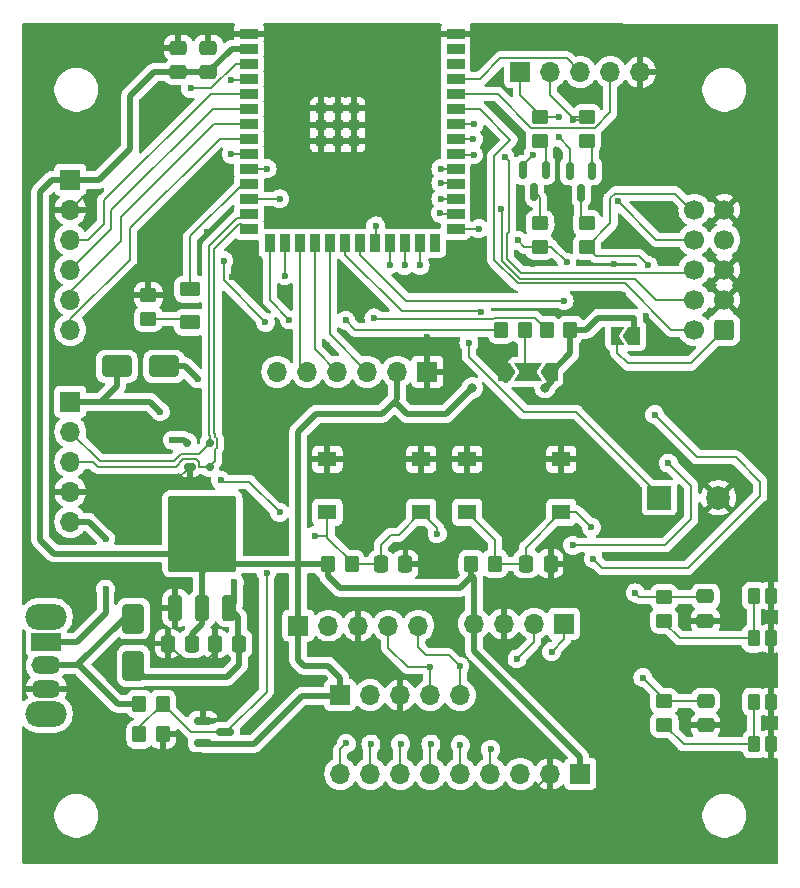
<source format=gbr>
%TF.GenerationSoftware,KiCad,Pcbnew,8.0.6*%
%TF.CreationDate,2024-11-05T15:11:28-06:00*%
%TF.ProjectId,werable_unit (1),77657261-626c-4655-9f75-6e6974202831,rev?*%
%TF.SameCoordinates,Original*%
%TF.FileFunction,Copper,L1,Top*%
%TF.FilePolarity,Positive*%
%FSLAX46Y46*%
G04 Gerber Fmt 4.6, Leading zero omitted, Abs format (unit mm)*
G04 Created by KiCad (PCBNEW 8.0.6) date 2024-11-05 15:11:28*
%MOMM*%
%LPD*%
G01*
G04 APERTURE LIST*
G04 Aperture macros list*
%AMRoundRect*
0 Rectangle with rounded corners*
0 $1 Rounding radius*
0 $2 $3 $4 $5 $6 $7 $8 $9 X,Y pos of 4 corners*
0 Add a 4 corners polygon primitive as box body*
4,1,4,$2,$3,$4,$5,$6,$7,$8,$9,$2,$3,0*
0 Add four circle primitives for the rounded corners*
1,1,$1+$1,$2,$3*
1,1,$1+$1,$4,$5*
1,1,$1+$1,$6,$7*
1,1,$1+$1,$8,$9*
0 Add four rect primitives between the rounded corners*
20,1,$1+$1,$2,$3,$4,$5,0*
20,1,$1+$1,$4,$5,$6,$7,0*
20,1,$1+$1,$6,$7,$8,$9,0*
20,1,$1+$1,$8,$9,$2,$3,0*%
%AMFreePoly0*
4,1,6,1.000000,0.000000,0.500000,-0.750000,-0.500000,-0.750000,-0.500000,0.750000,0.500000,0.750000,1.000000,0.000000,1.000000,0.000000,$1*%
%AMFreePoly1*
4,1,6,0.500000,-0.750000,-0.650000,-0.750000,-0.150000,0.000000,-0.650000,0.750000,0.500000,0.750000,0.500000,-0.750000,0.500000,-0.750000,$1*%
%AMFreePoly2*
4,1,7,0.700000,0.000000,1.200000,-0.750000,-1.200000,-0.750000,-0.700000,0.000000,-1.200000,0.750000,1.200000,0.750000,0.700000,0.000000,0.700000,0.000000,$1*%
G04 Aperture macros list end*
%TA.AperFunction,Conductor*%
%ADD10C,0.200000*%
%TD*%
%TA.AperFunction,SMDPad,CuDef*%
%ADD11RoundRect,0.150000X-0.150000X0.587500X-0.150000X-0.587500X0.150000X-0.587500X0.150000X0.587500X0*%
%TD*%
%TA.AperFunction,SMDPad,CuDef*%
%ADD12R,1.550000X1.300000*%
%TD*%
%TA.AperFunction,SMDPad,CuDef*%
%ADD13RoundRect,0.250000X0.650000X-1.000000X0.650000X1.000000X-0.650000X1.000000X-0.650000X-1.000000X0*%
%TD*%
%TA.AperFunction,SMDPad,CuDef*%
%ADD14RoundRect,0.250000X-0.450000X0.350000X-0.450000X-0.350000X0.450000X-0.350000X0.450000X0.350000X0*%
%TD*%
%TA.AperFunction,SMDPad,CuDef*%
%ADD15RoundRect,0.250000X-0.350000X-0.450000X0.350000X-0.450000X0.350000X0.450000X-0.350000X0.450000X0*%
%TD*%
%TA.AperFunction,ComponentPad*%
%ADD16R,1.700000X1.700000*%
%TD*%
%TA.AperFunction,ComponentPad*%
%ADD17O,1.700000X1.700000*%
%TD*%
%TA.AperFunction,ComponentPad*%
%ADD18O,3.500000X2.200000*%
%TD*%
%TA.AperFunction,ComponentPad*%
%ADD19R,2.500000X1.500000*%
%TD*%
%TA.AperFunction,ComponentPad*%
%ADD20O,2.500000X1.500000*%
%TD*%
%TA.AperFunction,SMDPad,CuDef*%
%ADD21RoundRect,0.250000X-0.337500X-0.475000X0.337500X-0.475000X0.337500X0.475000X-0.337500X0.475000X0*%
%TD*%
%TA.AperFunction,ComponentPad*%
%ADD22RoundRect,0.250000X0.600000X0.600000X-0.600000X0.600000X-0.600000X-0.600000X0.600000X-0.600000X0*%
%TD*%
%TA.AperFunction,ComponentPad*%
%ADD23C,1.700000*%
%TD*%
%TA.AperFunction,SMDPad,CuDef*%
%ADD24R,1.498600X0.889000*%
%TD*%
%TA.AperFunction,SMDPad,CuDef*%
%ADD25R,0.889000X1.498600*%
%TD*%
%TA.AperFunction,SMDPad,CuDef*%
%ADD26R,0.889000X0.889000*%
%TD*%
%TA.AperFunction,SMDPad,CuDef*%
%ADD27RoundRect,0.250000X1.000000X0.650000X-1.000000X0.650000X-1.000000X-0.650000X1.000000X-0.650000X0*%
%TD*%
%TA.AperFunction,SMDPad,CuDef*%
%ADD28RoundRect,0.250000X0.450000X-0.350000X0.450000X0.350000X-0.450000X0.350000X-0.450000X-0.350000X0*%
%TD*%
%TA.AperFunction,SMDPad,CuDef*%
%ADD29RoundRect,0.250000X0.275000X-0.450000X0.275000X0.450000X-0.275000X0.450000X-0.275000X-0.450000X0*%
%TD*%
%TA.AperFunction,SMDPad,CuDef*%
%ADD30RoundRect,0.250000X-0.475000X0.337500X-0.475000X-0.337500X0.475000X-0.337500X0.475000X0.337500X0*%
%TD*%
%TA.AperFunction,SMDPad,CuDef*%
%ADD31FreePoly0,180.000000*%
%TD*%
%TA.AperFunction,SMDPad,CuDef*%
%ADD32FreePoly1,180.000000*%
%TD*%
%TA.AperFunction,SMDPad,CuDef*%
%ADD33RoundRect,0.250000X0.350000X-0.850000X0.350000X0.850000X-0.350000X0.850000X-0.350000X-0.850000X0*%
%TD*%
%TA.AperFunction,SMDPad,CuDef*%
%ADD34RoundRect,0.250000X1.125000X-1.275000X1.125000X1.275000X-1.125000X1.275000X-1.125000X-1.275000X0*%
%TD*%
%TA.AperFunction,SMDPad,CuDef*%
%ADD35RoundRect,0.249997X2.650003X-2.950003X2.650003X2.950003X-2.650003X2.950003X-2.650003X-2.950003X0*%
%TD*%
%TA.AperFunction,ComponentPad*%
%ADD36R,2.000000X2.000000*%
%TD*%
%TA.AperFunction,ComponentPad*%
%ADD37C,2.000000*%
%TD*%
%TA.AperFunction,SMDPad,CuDef*%
%ADD38RoundRect,0.250000X0.475000X-0.337500X0.475000X0.337500X-0.475000X0.337500X-0.475000X-0.337500X0*%
%TD*%
%TA.AperFunction,SMDPad,CuDef*%
%ADD39FreePoly0,0.000000*%
%TD*%
%TA.AperFunction,SMDPad,CuDef*%
%ADD40FreePoly2,0.000000*%
%TD*%
%TA.AperFunction,SMDPad,CuDef*%
%ADD41RoundRect,0.250000X0.625000X-0.375000X0.625000X0.375000X-0.625000X0.375000X-0.625000X-0.375000X0*%
%TD*%
%TA.AperFunction,SMDPad,CuDef*%
%ADD42RoundRect,0.250000X0.337500X0.475000X-0.337500X0.475000X-0.337500X-0.475000X0.337500X-0.475000X0*%
%TD*%
%TA.AperFunction,SMDPad,CuDef*%
%ADD43RoundRect,0.150000X-0.587500X-0.150000X0.587500X-0.150000X0.587500X0.150000X-0.587500X0.150000X0*%
%TD*%
%TA.AperFunction,SMDPad,CuDef*%
%ADD44RoundRect,0.175000X0.325000X-0.175000X0.325000X0.175000X-0.325000X0.175000X-0.325000X-0.175000X0*%
%TD*%
%TA.AperFunction,SMDPad,CuDef*%
%ADD45RoundRect,0.150000X0.150000X-0.200000X0.150000X0.200000X-0.150000X0.200000X-0.150000X-0.200000X0*%
%TD*%
%TA.AperFunction,ViaPad*%
%ADD46C,0.600000*%
%TD*%
%TA.AperFunction,ViaPad*%
%ADD47C,0.800000*%
%TD*%
%TA.AperFunction,Conductor*%
%ADD48C,0.500000*%
%TD*%
G04 APERTURE END LIST*
D10*
%TO.N,+3V3*%
X74168000Y-61976000D02*
X73152000Y-62484000D01*
%TD*%
D11*
%TO.P,Q2,1,B*%
%TO.N,Net-(Q2-B)*%
X117346900Y-61216300D03*
%TO.P,Q2,2,E*%
%TO.N,/RTS*%
X115446900Y-61216300D03*
%TO.P,Q2,3,C*%
%TO.N,Net-(Q2-C)*%
X116396900Y-63091300D03*
%TD*%
D12*
%TO.P,SW4,1,1*%
%TO.N,GND*%
X106769000Y-85634000D03*
X114719000Y-85634000D03*
%TO.P,SW4,2,2*%
%TO.N,/GPIO0_STRAPPING*%
X106769000Y-90134000D03*
X114719000Y-90134000D03*
%TD*%
D13*
%TO.P,D3,1,K*%
%TO.N,/REG_IN*%
X78486000Y-103142800D03*
%TO.P,D3,2,A*%
%TO.N,/VBAT*%
X78486000Y-99142800D03*
%TD*%
D14*
%TO.P,R14,1*%
%TO.N,/DTR*%
X116896900Y-56653800D03*
%TO.P,R14,2*%
%TO.N,Net-(Q2-B)*%
X116896900Y-58653800D03*
%TD*%
D15*
%TO.P,R9,1*%
%TO.N,/VBAT_SENSE*%
X79000600Y-108940600D03*
%TO.P,R9,2*%
%TO.N,GND*%
X81000600Y-108940600D03*
%TD*%
D16*
%TO.P,J5,1,Pin_1*%
%TO.N,+3V3*%
X95986600Y-105613200D03*
D17*
%TO.P,J5,2,Pin_2*%
%TO.N,unconnected-(J5-Pin_2-Pad2)*%
X98526600Y-105613200D03*
%TO.P,J5,3,Pin_3*%
%TO.N,GND*%
X101066600Y-105613200D03*
%TO.P,J5,4,Pin_4*%
%TO.N,/6DOF_SCL*%
X103606600Y-105613200D03*
%TO.P,J5,5,Pin_5*%
%TO.N,/6DOF_SDA*%
X106146600Y-105613200D03*
%TD*%
D15*
%TO.P,R8,1*%
%TO.N,/VBAT*%
X78997500Y-106347000D03*
%TO.P,R8,2*%
%TO.N,/VBAT_SENSE*%
X80997500Y-106347000D03*
%TD*%
%TO.P,R25,1*%
%TO.N,+3V3*%
X94989500Y-94546000D03*
%TO.P,R25,2*%
%TO.N,/CHIP_PU*%
X96989500Y-94546000D03*
%TD*%
D18*
%TO.P,U7,*%
%TO.N,*%
X71120000Y-98992000D03*
X71120000Y-107192000D03*
D19*
%TO.P,U7,1,1*%
%TO.N,Net-(J11-BAT)*%
X71120000Y-101092000D03*
D20*
%TO.P,U7,2,2*%
%TO.N,/VBAT*%
X71120000Y-103092000D03*
%TO.P,U7,3,3*%
%TO.N,GND*%
X71120000Y-105092000D03*
%TD*%
D21*
%TO.P,C19,1*%
%TO.N,/GPIO0_STRAPPING*%
X111738500Y-94488000D03*
%TO.P,C19,2*%
%TO.N,GND*%
X113813500Y-94488000D03*
%TD*%
D16*
%TO.P,J9,1,GND*%
%TO.N,GND*%
X103378000Y-78232000D03*
D17*
%TO.P,J9,2,3.3V*%
%TO.N,+3V3*%
X100838000Y-78232000D03*
%TO.P,J9,3,OUTPUT*%
%TO.N,/HR_OUTPUT*%
X98298000Y-78232000D03*
%TO.P,J9,4,LO-*%
%TO.N,/HR_LO-*%
X95758000Y-78232000D03*
%TO.P,J9,5,LO+*%
%TO.N,/HR_L0+*%
X93218000Y-78232000D03*
%TO.P,J9,6,SDN*%
%TO.N,unconnected-(J9-SDN-Pad6)*%
X90678000Y-78232000D03*
%TD*%
D16*
%TO.P,J2,1,Pin_1*%
%TO.N,+3V3*%
X92461000Y-99720400D03*
D17*
%TO.P,J2,2,Pin_2*%
%TO.N,unconnected-(J2-Pin_2-Pad2)*%
X95001000Y-99720400D03*
%TO.P,J2,3,Pin_3*%
%TO.N,GND*%
X97541000Y-99720400D03*
%TO.P,J2,4,Pin_4*%
%TO.N,/6DOF_SCL*%
X100081000Y-99720400D03*
%TO.P,J2,5,Pin_5*%
%TO.N,/6DOF_SDA*%
X102621000Y-99720400D03*
%TD*%
D22*
%TO.P,J12,1,VTref*%
%TO.N,Net-(J12-VTref)*%
X128524000Y-74676000D03*
D23*
%TO.P,J12,2,SWDIO/TMS*%
%TO.N,/MTMS*%
X125984000Y-74676000D03*
%TO.P,J12,3,GND*%
%TO.N,GND*%
X128524000Y-72136000D03*
%TO.P,J12,4,SWDCLK/TCK*%
%TO.N,/MTCK*%
X125984000Y-72136000D03*
%TO.P,J12,5,GND*%
%TO.N,GND*%
X128524000Y-69596000D03*
%TO.P,J12,6,SWO/TDO*%
%TO.N,/MTDO*%
X125984000Y-69596000D03*
%TO.P,J12,7,KEY*%
%TO.N,unconnected-(J12-KEY-Pad7)*%
X128524000Y-67056000D03*
%TO.P,J12,8,NC/TDI*%
%TO.N,/MTDI*%
X125984000Y-67056000D03*
%TO.P,J12,9,GNDDetect*%
%TO.N,GND*%
X128524000Y-64516000D03*
%TO.P,J12,10,~{RESET}*%
%TO.N,/CHIP_PU*%
X125984000Y-64516000D03*
%TD*%
D24*
%TO.P,U10,1,GND*%
%TO.N,GND*%
X88278000Y-49604000D03*
%TO.P,U10,2,3V3*%
%TO.N,+3V3*%
X88278000Y-50874000D03*
%TO.P,U10,3,EN*%
%TO.N,/CHIP_PU*%
X88278000Y-52144000D03*
%TO.P,U10,4,IO4*%
%TO.N,/VBAT_SENSE*%
X88278000Y-53414000D03*
%TO.P,U10,5,IO5*%
%TO.N,/GPIO5*%
X88278000Y-54684000D03*
%TO.P,U10,6,IO6*%
%TO.N,/GPIO6*%
X88278000Y-55954000D03*
%TO.P,U10,7,IO7*%
%TO.N,/GPIO7*%
X88278000Y-57224000D03*
%TO.P,U10,8,IO15*%
%TO.N,/GPIO15*%
X88278000Y-58494000D03*
%TO.P,U10,9,IO16*%
%TO.N,/GPS_TX*%
X88278000Y-59764000D03*
%TO.P,U10,10,IO17*%
%TO.N,/GPS_RX*%
X88278000Y-61034000D03*
%TO.P,U10,11,IO18*%
%TO.N,/LED*%
X88278000Y-62304000D03*
%TO.P,U10,12,IO8*%
%TO.N,/BUZZER*%
X88278000Y-63574000D03*
%TO.P,U10,13,IO19*%
%TO.N,/D-*%
X88278000Y-64844000D03*
%TO.P,U10,14,IO20*%
%TO.N,/D+*%
X88278000Y-66114000D03*
D25*
%TO.P,U10,15,IO3*%
%TO.N,/GPIO3_STRAPPING*%
X90043000Y-67364000D03*
%TO.P,U10,16,IO46*%
%TO.N,/GPIO46_STRAPPING*%
X91313000Y-67364000D03*
%TO.P,U10,17,IO9*%
%TO.N,/HR_L0+*%
X92583000Y-67364000D03*
%TO.P,U10,18,IO10*%
%TO.N,/HR_LO-*%
X93853000Y-67364000D03*
%TO.P,U10,19,IO11*%
%TO.N,/HR_OUTPUT*%
X95123000Y-67364000D03*
%TO.P,U10,20,IO12*%
%TO.N,/BUTTON_1*%
X96393000Y-67364000D03*
%TO.P,U10,21,IO13*%
%TO.N,/BUTTON_2*%
X97663000Y-67364000D03*
%TO.P,U10,22,IO14*%
%TO.N,/LORA_G0*%
X98933000Y-67364000D03*
%TO.P,U10,23,IO21*%
%TO.N,/LORA_RST*%
X100203000Y-67364000D03*
%TO.P,U10,24,IO47*%
%TO.N,/LORA_CS*%
X101473000Y-67364000D03*
%TO.P,U10,25,IO48*%
%TO.N,/LORA_MOSI*%
X102743000Y-67364000D03*
%TO.P,U10,26,IO45*%
%TO.N,/GPIO45_STRAPPING*%
X104013000Y-67364000D03*
D24*
%TO.P,U10,27,IO0*%
%TO.N,/GPIO0_STRAPPING*%
X105778000Y-66114000D03*
%TO.P,U10,28,IO35*%
%TO.N,/LORA_MISO*%
X105778000Y-64844000D03*
%TO.P,U10,29,IO36*%
%TO.N,/LORA_SCK*%
X105778000Y-63574000D03*
%TO.P,U10,30,IO37*%
%TO.N,/6DOF_SDA*%
X105778000Y-62304000D03*
%TO.P,U10,31,IO38*%
%TO.N,/6DOF_SCL*%
X105778000Y-61034000D03*
%TO.P,U10,32,IO39*%
%TO.N,/MTCK*%
X105778000Y-59764000D03*
%TO.P,U10,33,IO40*%
%TO.N,/MTDO*%
X105778000Y-58494000D03*
%TO.P,U10,34,IO41*%
%TO.N,/MTDI*%
X105778000Y-57224000D03*
%TO.P,U10,35,IO42*%
%TO.N,/MTMS*%
X105778000Y-55954000D03*
%TO.P,U10,36,RXD0*%
%TO.N,/RX*%
X105778000Y-54684000D03*
%TO.P,U10,37,TXD0*%
%TO.N,/TX*%
X105778000Y-53414000D03*
%TO.P,U10,38,IO2*%
%TO.N,/I_M_1*%
X105778000Y-52144000D03*
%TO.P,U10,39,IO1*%
%TO.N,/I_M_2*%
X105778000Y-50874000D03*
%TO.P,U10,40,GND*%
%TO.N,GND*%
X105778000Y-49604000D03*
D26*
%TO.P,U10,41,GND*%
X95778000Y-57324000D03*
%TO.P,U10,42,GND*%
X95778000Y-55924000D03*
%TO.P,U10,43,GND*%
X94378000Y-55924000D03*
%TO.P,U10,44,GND*%
X94378000Y-57324000D03*
%TO.P,U10,45,GND*%
X94378000Y-58724000D03*
%TO.P,U10,46,GND*%
X95778000Y-58724000D03*
%TO.P,U10,47,GND*%
X97178000Y-58724000D03*
%TO.P,U10,48,GND*%
X97178000Y-57324000D03*
%TO.P,U10,49,GND*%
X97178000Y-55924000D03*
%TD*%
D27*
%TO.P,D1,1,K*%
%TO.N,/REG_IN*%
X81089000Y-77774800D03*
%TO.P,D1,2,A*%
%TO.N,+5V*%
X77089000Y-77774800D03*
%TD*%
D28*
%TO.P,R7,1*%
%TO.N,Net-(D6-K)*%
X79756000Y-73752000D03*
%TO.P,R7,2*%
%TO.N,GND*%
X79756000Y-71752000D03*
%TD*%
D14*
%TO.P,R15,1*%
%TO.N,/RTS*%
X112896900Y-56653800D03*
%TO.P,R15,2*%
%TO.N,Net-(Q3-B)*%
X112896900Y-58653800D03*
%TD*%
D29*
%TO.P,SW5,1,1\u002A*%
%TO.N,Net-(SW5-1\u002A)*%
X131021000Y-100805800D03*
X131021000Y-97205800D03*
%TO.P,SW5,2,2*%
%TO.N,GND*%
X132461000Y-100805800D03*
X132461000Y-97205800D03*
%TD*%
D30*
%TO.P,C2,1*%
%TO.N,/BUTTON_2*%
X126944000Y-106086500D03*
%TO.P,C2,2*%
%TO.N,GND*%
X126944000Y-108161500D03*
%TD*%
D14*
%TO.P,R20,1*%
%TO.N,Net-(Q3-C)*%
X112896900Y-65653800D03*
%TO.P,R20,2*%
%TO.N,/GPIO0_STRAPPING*%
X112896900Y-67653800D03*
%TD*%
D31*
%TO.P,JP1,1,A*%
%TO.N,+3V3*%
X120904000Y-75184000D03*
D32*
%TO.P,JP1,2,B*%
%TO.N,Net-(J12-VTref)*%
X119454000Y-75184000D03*
%TD*%
D16*
%TO.P,J1,1,Pin_1*%
%TO.N,+3V3*%
X73152000Y-61976000D03*
D17*
%TO.P,J1,2,Pin_2*%
%TO.N,GND*%
X73152000Y-64516000D03*
%TO.P,J1,3,Pin_3*%
%TO.N,/GPIO5*%
X73152000Y-67056000D03*
%TO.P,J1,4,Pin_4*%
%TO.N,/GPIO6*%
X73152000Y-69596000D03*
%TO.P,J1,5,Pin_5*%
%TO.N,/GPIO7*%
X73152000Y-72136000D03*
%TO.P,J1,6,Pin_6*%
%TO.N,/GPIO15*%
X73152000Y-74676000D03*
%TD*%
D33*
%TO.P,U5,1,GND*%
%TO.N,GND*%
X82048000Y-98248000D03*
%TO.P,U5,2,VO*%
%TO.N,+3V3*%
X84328000Y-98248000D03*
D34*
X82803000Y-93623000D03*
X85853000Y-93623000D03*
D35*
X84328000Y-91948000D03*
D34*
X82803000Y-90273000D03*
X85853000Y-90273000D03*
D33*
%TO.P,U5,3,VI*%
%TO.N,/REG_IN*%
X86608000Y-98248000D03*
%TD*%
D29*
%TO.P,SW6,1,1\u002A*%
%TO.N,Net-(SW6-1\u002A)*%
X131055000Y-109772000D03*
X131055000Y-106172000D03*
%TO.P,SW6,2,2*%
%TO.N,GND*%
X132495000Y-109772000D03*
X132495000Y-106172000D03*
%TD*%
D36*
%TO.P,U4,1,1*%
%TO.N,/BUZZER*%
X123016000Y-88900000D03*
D37*
%TO.P,U4,2,2*%
%TO.N,GND*%
X128016000Y-88900000D03*
%TD*%
D15*
%TO.P,R18,1*%
%TO.N,/GPIO3_STRAPPING*%
X109621500Y-74676000D03*
%TO.P,R18,2*%
%TO.N,Net-(JP2-C)*%
X111621500Y-74676000D03*
%TD*%
D38*
%TO.P,C24,1*%
%TO.N,+3V3*%
X82296000Y-52875000D03*
%TO.P,C24,2*%
%TO.N,GND*%
X82296000Y-50800000D03*
%TD*%
D39*
%TO.P,JP2,1,A*%
%TO.N,GND*%
X109896500Y-78266000D03*
D40*
%TO.P,JP2,2,C*%
%TO.N,Net-(JP2-C)*%
X111896500Y-78266000D03*
D31*
%TO.P,JP2,3,B*%
%TO.N,+3V3*%
X113896500Y-78266000D03*
%TD*%
D15*
%TO.P,R13,1*%
%TO.N,/GPIO46_STRAPPING*%
X113477800Y-74676000D03*
%TO.P,R13,2*%
%TO.N,+3V3*%
X115477800Y-74676000D03*
%TD*%
D41*
%TO.P,D6,1,K*%
%TO.N,Net-(D6-K)*%
X83312000Y-74044000D03*
%TO.P,D6,2,A*%
%TO.N,/LED*%
X83312000Y-71244000D03*
%TD*%
D14*
%TO.P,R19,1*%
%TO.N,Net-(Q2-C)*%
X116896900Y-65653800D03*
%TO.P,R19,2*%
%TO.N,/CHIP_PU*%
X116896900Y-67653800D03*
%TD*%
D16*
%TO.P,J13,1,VIN*%
%TO.N,+3V3*%
X116332000Y-112268000D03*
D17*
%TO.P,J13,2,GND*%
%TO.N,GND*%
X113792000Y-112268000D03*
%TO.P,J13,3,EN*%
%TO.N,unconnected-(J13-EN-Pad3)*%
X111252000Y-112268000D03*
%TO.P,J13,4,G0*%
%TO.N,/LORA_G0*%
X108712000Y-112268000D03*
%TO.P,J13,5,SCK*%
%TO.N,/LORA_SCK*%
X106172000Y-112268000D03*
%TO.P,J13,6,MISO*%
%TO.N,/LORA_MISO*%
X103632000Y-112268000D03*
%TO.P,J13,7,MOSI*%
%TO.N,/LORA_MOSI*%
X101092000Y-112268000D03*
%TO.P,J13,8,CS*%
%TO.N,/LORA_CS*%
X98552000Y-112268000D03*
%TO.P,J13,9,RST*%
%TO.N,/LORA_RST*%
X96012000Y-112268000D03*
%TD*%
D16*
%TO.P,J11,1,5V*%
%TO.N,+5V*%
X73152000Y-80772000D03*
D17*
%TO.P,J11,2,D-*%
%TO.N,/D-*%
X73152000Y-83312000D03*
%TO.P,J11,3,D+*%
%TO.N,/D+*%
X73152000Y-85852000D03*
%TO.P,J11,4,GND*%
%TO.N,GND*%
X73152000Y-88392000D03*
%TO.P,J11,5,BAT*%
%TO.N,Net-(J11-BAT)*%
X73152000Y-90932000D03*
%TD*%
D15*
%TO.P,R26,1*%
%TO.N,+3V3*%
X107113500Y-94488000D03*
%TO.P,R26,2*%
%TO.N,/GPIO0_STRAPPING*%
X109113500Y-94488000D03*
%TD*%
D28*
%TO.P,R3,1*%
%TO.N,Net-(SW5-1\u002A)*%
X123423800Y-99293300D03*
%TO.P,R3,2*%
%TO.N,/BUTTON_1*%
X123423800Y-97293300D03*
%TD*%
%TO.P,R2,1*%
%TO.N,Net-(SW6-1\u002A)*%
X123444000Y-108124000D03*
%TO.P,R2,2*%
%TO.N,/BUTTON_2*%
X123444000Y-106124000D03*
%TD*%
D16*
%TO.P,J8,1,Pin_1*%
%TO.N,/RTS*%
X111252000Y-52857400D03*
D17*
%TO.P,J8,2,Pin_2*%
%TO.N,/DTR*%
X113792000Y-52857400D03*
%TO.P,J8,3,Pin_3*%
%TO.N,/TX*%
X116332000Y-52857400D03*
%TO.P,J8,4,Pin_4*%
%TO.N,/RX*%
X118872000Y-52857400D03*
%TO.P,J8,5,Pin_5*%
%TO.N,GND*%
X121412000Y-52857400D03*
%TD*%
D12*
%TO.P,SW3,1,1*%
%TO.N,GND*%
X94921000Y-85634000D03*
X102871000Y-85634000D03*
%TO.P,SW3,2,2*%
%TO.N,/CHIP_PU*%
X94921000Y-90134000D03*
X102871000Y-90134000D03*
%TD*%
D11*
%TO.P,Q3,1,B*%
%TO.N,Net-(Q3-B)*%
X113396900Y-61153800D03*
%TO.P,Q3,2,E*%
%TO.N,/DTR*%
X111496900Y-61153800D03*
%TO.P,Q3,3,C*%
%TO.N,Net-(Q3-C)*%
X112446900Y-63028800D03*
%TD*%
D42*
%TO.P,C4,1*%
%TO.N,+3V3*%
X83469250Y-101243000D03*
%TO.P,C4,2*%
%TO.N,GND*%
X81394250Y-101243000D03*
%TD*%
D21*
%TO.P,C18,1*%
%TO.N,/CHIP_PU*%
X99452000Y-94546000D03*
%TO.P,C18,2*%
%TO.N,GND*%
X101527000Y-94546000D03*
%TD*%
D38*
%TO.P,C23,1*%
%TO.N,+3V3*%
X84836000Y-52875000D03*
%TO.P,C23,2*%
%TO.N,GND*%
X84836000Y-50800000D03*
%TD*%
D43*
%TO.P,D4,1*%
%TO.N,GND*%
X84362500Y-107767500D03*
%TO.P,D4,2*%
%TO.N,+3V3*%
X84362500Y-109667500D03*
%TO.P,D4,3*%
%TO.N,/VBAT_SENSE*%
X86237500Y-108717500D03*
%TD*%
D44*
%TO.P,D2,1,A*%
%TO.N,GND*%
X83253000Y-86273000D03*
D45*
%TO.P,D2,2,K*%
%TO.N,/D+*%
X84953000Y-86273000D03*
%TO.P,D2,3,K*%
%TO.N,/D-*%
X84953000Y-84273000D03*
%TO.P,D2,4,K*%
%TO.N,+5V*%
X83053000Y-84273000D03*
%TD*%
D30*
%TO.P,C1,1*%
%TO.N,/BUTTON_1*%
X126923800Y-97255800D03*
%TO.P,C1,2*%
%TO.N,GND*%
X126923800Y-99330800D03*
%TD*%
D16*
%TO.P,J3,1,Pin_1*%
%TO.N,/GPS_RX*%
X114960400Y-99568000D03*
D17*
%TO.P,J3,2,Pin_2*%
%TO.N,/GPS_TX*%
X112420400Y-99568000D03*
%TO.P,J3,3,Pin_3*%
%TO.N,GND*%
X109880400Y-99568000D03*
%TO.P,J3,4,Pin_4*%
%TO.N,+3V3*%
X107340400Y-99568000D03*
%TD*%
D42*
%TO.P,C3,1*%
%TO.N,/REG_IN*%
X87469250Y-101243000D03*
%TO.P,C3,2*%
%TO.N,GND*%
X85394250Y-101243000D03*
%TD*%
D46*
%TO.N,/BUTTON_1*%
X120980200Y-96951800D03*
X107950000Y-73150000D03*
%TO.N,GND*%
X97950000Y-75880000D03*
X79900000Y-57190000D03*
X90820000Y-75420000D03*
X75895200Y-88315800D03*
X82780000Y-106100000D03*
X108340000Y-76690000D03*
X121930000Y-73540000D03*
X91240000Y-81890000D03*
X120370000Y-67100000D03*
X108950000Y-55710000D03*
X108110000Y-70130000D03*
X90970000Y-92550000D03*
X91110000Y-98020000D03*
X84700000Y-66380000D03*
X94910000Y-75930000D03*
X103320000Y-75276000D03*
X112300000Y-69140000D03*
X95810000Y-83270000D03*
X97230000Y-70440000D03*
X94160000Y-87800000D03*
X125020000Y-76430000D03*
X119190000Y-69110000D03*
X116850000Y-72000000D03*
X86520000Y-81030000D03*
X115280000Y-54730000D03*
X110972600Y-114731800D03*
X89930000Y-106750000D03*
X106780000Y-78170000D03*
X91370000Y-71810000D03*
X114230000Y-64430000D03*
X74472800Y-106451400D03*
X111470000Y-64790000D03*
X107620000Y-64400000D03*
X100930000Y-75950000D03*
X86830000Y-70170000D03*
X119940000Y-71760000D03*
X108900000Y-53740000D03*
X121910000Y-64350000D03*
X84480400Y-102870000D03*
X104860000Y-87760000D03*
X96080000Y-72450000D03*
%TO.N,/BUTTON_2*%
X114960000Y-72200000D03*
X121630000Y-104120000D03*
%TO.N,/REG_IN*%
X83940000Y-78841600D03*
X87045800Y-96062800D03*
D47*
%TO.N,+3V3*%
X107176918Y-79589400D03*
X113343595Y-79568164D03*
D46*
%TO.N,/CHIP_PU*%
X104220000Y-91950000D03*
X123780000Y-85960000D03*
X83340000Y-54250000D03*
X115690000Y-92920000D03*
X93840000Y-92110000D03*
X122070000Y-69220000D03*
X85880000Y-87410000D03*
X90870000Y-90140000D03*
%TO.N,/GPIO0_STRAPPING*%
X115190000Y-68970000D03*
X117420000Y-94070000D03*
X122630000Y-81870000D03*
X107740000Y-66120000D03*
X117270000Y-91400000D03*
X111020000Y-67090000D03*
%TO.N,+5V*%
X80770000Y-81620000D03*
X81790000Y-84020000D03*
%TO.N,/VBAT_SENSE*%
X86131400Y-68834000D03*
X89671400Y-74041000D03*
X89763600Y-95296000D03*
X86715600Y-53543200D03*
%TO.N,/RTS*%
X114503200Y-56642000D03*
X114503200Y-58394600D03*
%TO.N,/DTR*%
X112318800Y-59867800D03*
X115722400Y-56953800D03*
%TO.N,/MTCK*%
X109651800Y-64439800D03*
X107289600Y-59867800D03*
%TO.N,/MTDI*%
X119481600Y-63779400D03*
X107340400Y-57251600D03*
%TO.N,/MTDO*%
X107264200Y-58547000D03*
X109956600Y-60071000D03*
%TO.N,/GPIO46_STRAPPING*%
X98860000Y-73680000D03*
X91320000Y-70090000D03*
%TO.N,/GPIO3_STRAPPING*%
X96469200Y-73888600D03*
X91694000Y-73837800D03*
%TO.N,/BUZZER*%
X90893900Y-63588900D03*
X106900000Y-75810000D03*
%TO.N,/LORA_CS*%
X98602800Y-109753400D03*
X101447600Y-69215000D03*
%TO.N,/LORA_SCK*%
X104521000Y-63576200D03*
X106172000Y-109807200D03*
%TO.N,/LORA_G0*%
X99009200Y-65887600D03*
X108737400Y-110207200D03*
%TO.N,/LORA_MISO*%
X104470200Y-64820800D03*
X103682800Y-109753400D03*
%TO.N,/LORA_RST*%
X100228400Y-69164200D03*
X96520000Y-109702600D03*
%TO.N,/6DOF_SDA*%
X104521000Y-62230000D03*
X106121200Y-103174800D03*
%TO.N,/LORA_MOSI*%
X102768400Y-69215000D03*
X101117400Y-109728000D03*
%TO.N,/6DOF_SCL*%
X103632000Y-103225600D03*
X104521000Y-61036200D03*
%TO.N,Net-(J11-BAT)*%
X76130000Y-96627800D03*
X76130000Y-92360000D03*
%TO.N,/GPS_TX*%
X110972600Y-102539800D03*
X86766400Y-59817000D03*
%TO.N,/GPS_RX*%
X113893600Y-101939800D03*
X89814400Y-61036200D03*
%TD*%
D10*
%TO.N,/BUTTON_1*%
X120980200Y-96951800D02*
X121321700Y-97293300D01*
X121321700Y-97293300D02*
X123423800Y-97293300D01*
X107950000Y-73150000D02*
X107920000Y-73120000D01*
X96393000Y-68313300D02*
X96393000Y-67364000D01*
X101199700Y-73120000D02*
X96393000Y-68313300D01*
X107920000Y-73120000D02*
X101199700Y-73120000D01*
X123423800Y-97293300D02*
X126886300Y-97293300D01*
X126886300Y-97293300D02*
X126923800Y-97255800D01*
D48*
%TO.N,GND*%
X71120000Y-105092000D02*
X73113400Y-105092000D01*
D10*
X103378000Y-80252000D02*
X103350000Y-80280000D01*
X101092000Y-105664000D02*
X101092000Y-107242000D01*
X84836000Y-49556000D02*
X84820000Y-49540000D01*
X73152000Y-64516000D02*
X74308000Y-63360000D01*
X103378000Y-78232000D02*
X103378000Y-76138000D01*
X103378000Y-76138000D02*
X103370000Y-76130000D01*
X111328200Y-114731800D02*
X110972600Y-114731800D01*
X82296000Y-49524000D02*
X82300000Y-49520000D01*
X82296000Y-50800000D02*
X82296000Y-49524000D01*
X84836000Y-50800000D02*
X84836000Y-49556000D01*
X103378000Y-78232000D02*
X103378000Y-80252000D01*
X109778800Y-99568000D02*
X109778800Y-100365729D01*
X101092000Y-107242000D02*
X101100000Y-107250000D01*
X83253000Y-86273000D02*
X82046000Y-87480000D01*
X81394250Y-101243000D02*
X83021250Y-102870000D01*
X85394250Y-101956150D02*
X84480400Y-102870000D01*
D48*
X73113400Y-105092000D02*
X74472800Y-106451400D01*
D10*
X74308000Y-63360000D02*
X75340000Y-63360000D01*
X85394250Y-101243000D02*
X85394250Y-101956150D01*
D48*
X73152000Y-88392000D02*
X75819000Y-88392000D01*
X75819000Y-88392000D02*
X75895200Y-88315800D01*
D10*
X82046000Y-87480000D02*
X82020000Y-87480000D01*
X83021250Y-102870000D02*
X84480400Y-102870000D01*
X113792000Y-112268000D02*
X111328200Y-114731800D01*
%TO.N,/BUTTON_2*%
X123444000Y-106124000D02*
X126906500Y-106124000D01*
X126906500Y-106124000D02*
X126944000Y-106086500D01*
X97663000Y-68313300D02*
X101549700Y-72200000D01*
X97663000Y-67364000D02*
X97663000Y-68313300D01*
X101549700Y-72200000D02*
X114960000Y-72200000D01*
X123444000Y-105934000D02*
X123444000Y-106124000D01*
X121630000Y-104120000D02*
X123444000Y-105934000D01*
D48*
%TO.N,/REG_IN*%
X87376000Y-99016000D02*
X87376000Y-101149750D01*
X86436200Y-104063800D02*
X87469250Y-103030750D01*
X86608000Y-98248000D02*
X87376000Y-99016000D01*
X87045800Y-96062800D02*
X87045800Y-97810200D01*
X87045800Y-97810200D02*
X86608000Y-98248000D01*
X87469250Y-103030750D02*
X87469250Y-101243000D01*
X79407000Y-104063800D02*
X86436200Y-104063800D01*
X78486000Y-103142800D02*
X79407000Y-104063800D01*
X82873200Y-77774800D02*
X83940000Y-78841600D01*
X87376000Y-101149750D02*
X87469250Y-101243000D01*
X81089000Y-77774800D02*
X82873200Y-77774800D01*
%TO.N,+3V3*%
X96012000Y-96520000D02*
X106172000Y-96520000D01*
X94996000Y-103124000D02*
X96012000Y-104140000D01*
X84362500Y-109667500D02*
X84425000Y-109730000D01*
X115477800Y-74676000D02*
X115477800Y-76684700D01*
X107176918Y-79589400D02*
X104936318Y-81830000D01*
X104936318Y-81830000D02*
X101670000Y-81830000D01*
X99568000Y-81788000D02*
X100598000Y-80758000D01*
X86837000Y-50874000D02*
X84836000Y-52875000D01*
X107340400Y-95656400D02*
X107340400Y-99568000D01*
X78232000Y-59359800D02*
X78232000Y-54864000D01*
X92456000Y-102616000D02*
X92964000Y-103124000D01*
X107113500Y-95578500D02*
X107113500Y-94488000D01*
X84328000Y-98248000D02*
X84328000Y-95148000D01*
X94989500Y-95497500D02*
X96012000Y-96520000D01*
X107113500Y-95429500D02*
X107340400Y-95656400D01*
X96012000Y-104140000D02*
X96012000Y-105664000D01*
X84328000Y-98248000D02*
X84328000Y-99568000D01*
X106172000Y-96520000D02*
X107113500Y-95578500D01*
X116840000Y-74676000D02*
X117856000Y-73660000D01*
X92964000Y-103124000D02*
X94996000Y-103124000D01*
X101670000Y-81830000D02*
X100598000Y-80758000D01*
X117856000Y-73660000D02*
X120904000Y-73660000D01*
X88720200Y-109730000D02*
X92786200Y-105664000D01*
X94989500Y-94546000D02*
X94989500Y-95497500D01*
X94989500Y-94546000D02*
X92456000Y-94546000D01*
X73152000Y-61976000D02*
X71628000Y-61976000D01*
X107340400Y-99568000D02*
X107340400Y-101854000D01*
X84425000Y-109730000D02*
X88720200Y-109730000D01*
X70612000Y-62992000D02*
X70612000Y-92456000D01*
X84836000Y-52875000D02*
X82296000Y-52875000D01*
X100598000Y-80758000D02*
X100838000Y-80518000D01*
X88278000Y-50874000D02*
X86837000Y-50874000D01*
X78232000Y-54864000D02*
X80221000Y-52875000D01*
X73152000Y-61976000D02*
X75615800Y-61976000D01*
X83469250Y-100426750D02*
X83469250Y-101243000D01*
X80221000Y-52875000D02*
X82296000Y-52875000D01*
X107340400Y-101854000D02*
X116332000Y-110845600D01*
X93980000Y-81788000D02*
X99568000Y-81788000D01*
X100838000Y-80518000D02*
X100838000Y-78232000D01*
X113896500Y-78266000D02*
X113896500Y-79015259D01*
X84328000Y-99568000D02*
X83469250Y-100426750D01*
X92456000Y-94546000D02*
X86776000Y-94546000D01*
X120904000Y-73660000D02*
X120904000Y-75184000D01*
X84328000Y-95148000D02*
X85853000Y-93623000D01*
X77130000Y-93623000D02*
X82803000Y-93623000D01*
X92456000Y-94546000D02*
X92456000Y-102616000D01*
X107113500Y-94488000D02*
X107113500Y-95429500D01*
X71628000Y-61976000D02*
X70612000Y-62992000D01*
X115477800Y-76684700D02*
X113896500Y-78266000D01*
X70612000Y-92456000D02*
X71779000Y-93623000D01*
X115284000Y-74676000D02*
X116840000Y-74676000D01*
X71779000Y-93623000D02*
X77130000Y-93623000D01*
X92456000Y-83312000D02*
X93980000Y-81788000D01*
X92786200Y-105664000D02*
X96012000Y-105664000D01*
X92456000Y-94546000D02*
X92456000Y-83312000D01*
X86776000Y-94546000D02*
X85853000Y-93623000D01*
X116332000Y-110845600D02*
X116332000Y-112268000D01*
X75615800Y-61976000D02*
X78232000Y-59359800D01*
X113896500Y-79015259D02*
X113343595Y-79568164D01*
D10*
%TO.N,/CHIP_PU*%
X116896900Y-67653800D02*
X117689100Y-68446000D01*
X99452000Y-92876800D02*
X100304600Y-92024200D01*
X96989500Y-94546000D02*
X96989500Y-94373300D01*
X119268071Y-63144400D02*
X124358400Y-63144400D01*
X96989500Y-94373300D02*
X94921000Y-92304800D01*
X85058244Y-54250000D02*
X83340000Y-54250000D01*
X125730000Y-90710000D02*
X123540000Y-92900000D01*
X124358400Y-63144400D02*
X125730000Y-64516000D01*
X115710000Y-92900000D02*
X115690000Y-92920000D01*
X87164244Y-52144000D02*
X85058244Y-54250000D01*
X121296000Y-68446000D02*
X122070000Y-69220000D01*
X99452000Y-94546000D02*
X99452000Y-92876800D01*
X94921000Y-92110000D02*
X94921000Y-90134000D01*
X118881600Y-63530871D02*
X119268071Y-63144400D01*
X123780000Y-85960000D02*
X125730000Y-87910000D01*
X116896900Y-67653800D02*
X118881600Y-65669100D01*
X85880000Y-87410000D02*
X86040000Y-87570000D01*
X125730000Y-87910000D02*
X125730000Y-90710000D01*
X118881600Y-65669100D02*
X118881600Y-63530871D01*
X100980800Y-92024200D02*
X102871000Y-90134000D01*
X94921000Y-92304800D02*
X94921000Y-92110000D01*
X88278000Y-52144000D02*
X87164244Y-52144000D01*
X123540000Y-92900000D02*
X115710000Y-92900000D01*
X93840000Y-92110000D02*
X94921000Y-92110000D01*
X96989500Y-94546000D02*
X99452000Y-94546000D01*
X125730000Y-64516000D02*
X125984000Y-64516000D01*
X117689100Y-68446000D02*
X121296000Y-68446000D01*
X86040000Y-87570000D02*
X88300000Y-87570000D01*
X104220000Y-91483000D02*
X102871000Y-90134000D01*
X88300000Y-87570000D02*
X90870000Y-90140000D01*
X100304600Y-92024200D02*
X100980800Y-92024200D01*
X104220000Y-91950000D02*
X104220000Y-91483000D01*
%TO.N,/GPIO0_STRAPPING*%
X116004000Y-90134000D02*
X114719000Y-90134000D01*
X112896900Y-67653800D02*
X113873800Y-67653800D01*
X129490000Y-85480000D02*
X131560000Y-87550000D01*
X109113500Y-94488000D02*
X109113500Y-92478500D01*
X109113500Y-92478500D02*
X106769000Y-90134000D01*
X131560000Y-87880000D02*
X131560000Y-88710000D01*
X126240000Y-85480000D02*
X129490000Y-85480000D01*
X111738500Y-93114500D02*
X114719000Y-90134000D01*
X122630000Y-81870000D02*
X126240000Y-85480000D01*
X109113500Y-94488000D02*
X111738500Y-94488000D01*
X111020000Y-67090000D02*
X111583800Y-67653800D01*
X105778000Y-66114000D02*
X107734000Y-66114000D01*
X107734000Y-66114000D02*
X107740000Y-66120000D01*
X131560000Y-88710000D02*
X125430000Y-94840000D01*
X111738500Y-94488000D02*
X111738500Y-93114500D01*
X111583800Y-67653800D02*
X112896900Y-67653800D01*
X113873800Y-67653800D02*
X115190000Y-68970000D01*
X117270000Y-91400000D02*
X116004000Y-90134000D01*
X125430000Y-94840000D02*
X118190000Y-94840000D01*
X118190000Y-94840000D02*
X117420000Y-94070000D01*
X131560000Y-87550000D02*
X131560000Y-87880000D01*
%TO.N,/D-*%
X82540010Y-85173020D02*
X81890031Y-85822999D01*
X87563200Y-65254000D02*
X87277800Y-65254000D01*
X84905020Y-83566388D02*
X84953000Y-83614368D01*
X81890031Y-85822999D02*
X75662999Y-85822999D01*
X87973200Y-64844000D02*
X87563200Y-65254000D01*
X84953000Y-83614368D02*
X84953000Y-84273000D01*
X84905000Y-83552206D02*
X84905020Y-83552226D01*
X84905000Y-67626800D02*
X84905000Y-83552206D01*
X84953000Y-84273000D02*
X84009485Y-85216515D01*
X84009485Y-85216515D02*
X83965990Y-85173020D01*
X84905020Y-83552226D02*
X84905020Y-83566388D01*
X83965990Y-85173020D02*
X82540010Y-85173020D01*
X88278000Y-64844000D02*
X87973200Y-64844000D01*
X75662999Y-85822999D02*
X73152000Y-83312000D01*
X87277800Y-65254000D02*
X84905000Y-67626800D01*
X84953000Y-84273000D02*
X84947000Y-84273000D01*
D48*
%TO.N,+5V*%
X77190600Y-80772000D02*
X79922000Y-80772000D01*
X82800000Y-84020000D02*
X83053000Y-84273000D01*
X81790000Y-84020000D02*
X82800000Y-84020000D01*
X77089000Y-79451200D02*
X75768200Y-80772000D01*
X77089000Y-77774800D02*
X77089000Y-79451200D01*
X75768200Y-80772000D02*
X77190600Y-80772000D01*
X79922000Y-80772000D02*
X80770000Y-81620000D01*
X73152000Y-80772000D02*
X77190600Y-80772000D01*
D10*
%TO.N,/D+*%
X83779602Y-85623000D02*
X82726398Y-85623000D01*
X82076398Y-86273000D02*
X75476603Y-86273000D01*
X87464200Y-65704000D02*
X85355000Y-67813200D01*
X87973200Y-66114000D02*
X87563200Y-65704000D01*
X85355000Y-67813200D02*
X85355000Y-83380000D01*
X85403000Y-85823000D02*
X84953000Y-86273000D01*
X85403000Y-83428000D02*
X85403000Y-83732448D01*
X84053000Y-86273000D02*
X84053000Y-85896398D01*
X87563200Y-65704000D02*
X87464200Y-65704000D01*
X85553000Y-83882448D02*
X85553000Y-84663552D01*
X88278000Y-66114000D02*
X87973200Y-66114000D01*
X75476603Y-86273000D02*
X75055603Y-85852000D01*
X85355000Y-83380000D02*
X85403000Y-83428000D01*
X85403000Y-84813552D02*
X85403000Y-85823000D01*
X75055603Y-85852000D02*
X73152000Y-85852000D01*
X84953000Y-86273000D02*
X84053000Y-86273000D01*
X85403000Y-83732448D02*
X85553000Y-83882448D01*
X84053000Y-85896398D02*
X83779602Y-85623000D01*
X82726398Y-85623000D02*
X82076398Y-86273000D01*
X85553000Y-84663552D02*
X85403000Y-84813552D01*
%TO.N,/VBAT_SENSE*%
X83368000Y-108717500D02*
X86362500Y-108717500D01*
X86715600Y-53543200D02*
X88148800Y-53543200D01*
X79000600Y-108343900D02*
X79000600Y-108940600D01*
X80997500Y-106347000D02*
X79000600Y-108343900D01*
X80997500Y-106347000D02*
X83368000Y-108717500D01*
X86362500Y-108717500D02*
X89763600Y-105316400D01*
X89671400Y-74041000D02*
X86131400Y-70501000D01*
X86131400Y-70501000D02*
X86131400Y-68834000D01*
X88148800Y-53543200D02*
X88278000Y-53414000D01*
X89763600Y-105316400D02*
X89763600Y-95296000D01*
%TO.N,/LED*%
X87754200Y-62304000D02*
X88278000Y-62304000D01*
X83312000Y-66746200D02*
X87754200Y-62304000D01*
X83312000Y-71244000D02*
X83312000Y-66746200D01*
%TO.N,Net-(D6-K)*%
X79756000Y-73752000D02*
X83020000Y-73752000D01*
X83020000Y-73752000D02*
X83312000Y-74044000D01*
%TO.N,/TX*%
X116332000Y-52857400D02*
X115182000Y-51707400D01*
X115182000Y-51707400D02*
X109557200Y-51707400D01*
X109557200Y-51707400D02*
X107850600Y-53414000D01*
X107850600Y-53414000D02*
X105778000Y-53414000D01*
%TO.N,/RTS*%
X111252000Y-54813200D02*
X112896900Y-56458100D01*
X115446900Y-59338300D02*
X114503200Y-58394600D01*
X114503200Y-56642000D02*
X112908700Y-56642000D01*
X115446900Y-61216300D02*
X115446900Y-59338300D01*
X111252000Y-52857400D02*
X111252000Y-54813200D01*
X112896900Y-56458100D02*
X112896900Y-56653800D01*
X112908700Y-56642000D02*
X112896900Y-56653800D01*
%TO.N,/RX*%
X118872000Y-52857400D02*
X118872000Y-56263444D01*
X112189200Y-57553800D02*
X109319400Y-54684000D01*
X109319400Y-54684000D02*
X105778000Y-54684000D01*
X117581644Y-57553800D02*
X112189200Y-57553800D01*
X118872000Y-56263444D02*
X117581644Y-57553800D01*
%TO.N,/DTR*%
X113792000Y-52857400D02*
X113792000Y-54787800D01*
X116596900Y-56953800D02*
X116896900Y-56653800D01*
X111496900Y-61153800D02*
X111496900Y-60689700D01*
X115722400Y-56953800D02*
X116596900Y-56953800D01*
X111496900Y-60689700D02*
X112318800Y-59867800D01*
X115658000Y-56653800D02*
X116896900Y-56653800D01*
X113792000Y-54787800D02*
X115658000Y-56653800D01*
%TO.N,/GPIO15*%
X73152000Y-73787000D02*
X73152000Y-74676000D01*
X85801200Y-58496200D02*
X78206600Y-66090800D01*
X87240871Y-58494000D02*
X87238671Y-58496200D01*
X88278000Y-58494000D02*
X87240871Y-58494000D01*
X78206600Y-68732400D02*
X73152000Y-73787000D01*
X78206600Y-66090800D02*
X78206600Y-68732400D01*
X87238671Y-58496200D02*
X85801200Y-58496200D01*
%TO.N,/GPIO6*%
X76631800Y-64566800D02*
X76631800Y-66116200D01*
X88278000Y-55954000D02*
X85244600Y-55954000D01*
X76631800Y-66116200D02*
X73152000Y-69596000D01*
X85244600Y-55954000D02*
X76631800Y-64566800D01*
%TO.N,/GPIO7*%
X85346200Y-57224000D02*
X88278000Y-57224000D01*
X73152000Y-71475600D02*
X77444600Y-67183000D01*
X77444600Y-65125600D02*
X85346200Y-57224000D01*
X73152000Y-72136000D02*
X73152000Y-71475600D01*
X77444600Y-67183000D02*
X77444600Y-65125600D01*
%TO.N,/GPIO5*%
X85041400Y-54684000D02*
X88278000Y-54684000D01*
X75996800Y-63728600D02*
X85041400Y-54684000D01*
X74625200Y-67056000D02*
X75996800Y-65684400D01*
X75996800Y-65684400D02*
X75996800Y-63728600D01*
X73152000Y-67056000D02*
X74625200Y-67056000D01*
%TO.N,/MTCK*%
X109702600Y-68834000D02*
X109702600Y-64490600D01*
X122707400Y-72136000D02*
X120929400Y-70358000D01*
X105881800Y-59867800D02*
X105778000Y-59764000D01*
X111226600Y-70358000D02*
X109702600Y-68834000D01*
X120929400Y-70358000D02*
X111226600Y-70358000D01*
X107289600Y-59867800D02*
X105881800Y-59867800D01*
X125984000Y-72136000D02*
X122707400Y-72136000D01*
X109702600Y-64490600D02*
X109651800Y-64439800D01*
%TO.N,Net-(J12-VTref)*%
X128524000Y-74676000D02*
X125670000Y-77530000D01*
X125670000Y-77530000D02*
X120370000Y-77530000D01*
X120370000Y-77530000D02*
X119454000Y-76614000D01*
X119454000Y-76614000D02*
X119454000Y-75184000D01*
%TO.N,/MTDI*%
X105805600Y-57251600D02*
X105778000Y-57224000D01*
X107340400Y-57251600D02*
X105805600Y-57251600D01*
X122758200Y-67056000D02*
X119481600Y-63779400D01*
X125984000Y-67056000D02*
X122758200Y-67056000D01*
%TO.N,/MTMS*%
X109051800Y-68748886D02*
X111060914Y-70758000D01*
X120084800Y-70758000D02*
X124002800Y-74676000D01*
X105778000Y-55954000D02*
X107795400Y-55954000D01*
X111060914Y-70758000D02*
X120084800Y-70758000D01*
X124002800Y-74676000D02*
X125984000Y-74676000D01*
X110413800Y-58572400D02*
X109051800Y-59934400D01*
X107795400Y-55954000D02*
X110413800Y-58572400D01*
X109051800Y-59934400D02*
X109051800Y-68748886D01*
%TO.N,/MTDO*%
X107264200Y-58547000D02*
X105831000Y-58547000D01*
X105831000Y-58547000D02*
X105778000Y-58494000D01*
X110251800Y-66424200D02*
X110251800Y-60366200D01*
X110251800Y-60366200D02*
X109956600Y-60071000D01*
X111331643Y-69897357D02*
X110102600Y-68668314D01*
X126285357Y-69897357D02*
X111331643Y-69897357D01*
X110102600Y-66573400D02*
X110251800Y-66424200D01*
X110102600Y-68668314D02*
X110102600Y-66573400D01*
%TO.N,Net-(JP2-C)*%
X111621500Y-77991000D02*
X111896500Y-78266000D01*
X111621500Y-74676000D02*
X111621500Y-77991000D01*
%TO.N,Net-(Q2-B)*%
X117346900Y-61216300D02*
X117346900Y-59103800D01*
X117346900Y-59103800D02*
X116896900Y-58653800D01*
%TO.N,Net-(Q2-C)*%
X116396900Y-65153800D02*
X116896900Y-65653800D01*
X116396900Y-63091300D02*
X116396900Y-65153800D01*
%TO.N,Net-(Q3-B)*%
X112896900Y-58653800D02*
X113417100Y-59174000D01*
X113417100Y-59174000D02*
X113417100Y-61133600D01*
X113417100Y-61133600D02*
X113396900Y-61153800D01*
%TO.N,Net-(Q3-C)*%
X113573644Y-65760152D02*
X113073644Y-65260152D01*
X112896900Y-63478800D02*
X112446900Y-63028800D01*
X112896900Y-65653800D02*
X112896900Y-63478800D01*
%TO.N,/GPIO46_STRAPPING*%
X112451800Y-73650000D02*
X113477800Y-74676000D01*
X98860000Y-73680000D02*
X98930000Y-73750000D01*
X91313000Y-67364000D02*
X91313000Y-70083000D01*
X109060000Y-73650000D02*
X112451800Y-73650000D01*
X108960000Y-73750000D02*
X109060000Y-73650000D01*
X98930000Y-73750000D02*
X108960000Y-73750000D01*
X91313000Y-70083000D02*
X91320000Y-70090000D01*
%TO.N,/GPIO3_STRAPPING*%
X97256600Y-74676000D02*
X96469200Y-73888600D01*
X91694000Y-73837800D02*
X90043000Y-72186800D01*
X90043000Y-72186800D02*
X90043000Y-67364000D01*
X109621500Y-74676000D02*
X97256600Y-74676000D01*
%TO.N,/BUZZER*%
X90893900Y-63588900D02*
X90879000Y-63574000D01*
X106900000Y-75810000D02*
X106900000Y-76950836D01*
X123016000Y-88649800D02*
X123016000Y-88900000D01*
X106900000Y-76950836D02*
X111584764Y-81635600D01*
X116001800Y-81635600D02*
X123016000Y-88649800D01*
X90879000Y-63574000D02*
X88278000Y-63574000D01*
X111584764Y-81635600D02*
X116001800Y-81635600D01*
%TO.N,/HR_LO-*%
X95758000Y-78232000D02*
X93853000Y-76327000D01*
X93853000Y-76327000D02*
X93853000Y-67364000D01*
%TO.N,/LORA_CS*%
X98552000Y-109804200D02*
X98602800Y-109753400D01*
X101447600Y-69215000D02*
X101447600Y-67389400D01*
X101447600Y-67389400D02*
X101473000Y-67364000D01*
X98552000Y-112268000D02*
X98552000Y-109804200D01*
%TO.N,/HR_OUTPUT*%
X95123000Y-67364000D02*
X95123000Y-75057000D01*
X95123000Y-75057000D02*
X98298000Y-78232000D01*
%TO.N,/LORA_SCK*%
X104521000Y-63576200D02*
X105775800Y-63576200D01*
X106172000Y-112268000D02*
X106172000Y-109807200D01*
X105775800Y-63576200D02*
X105778000Y-63574000D01*
%TO.N,/LORA_G0*%
X99009200Y-65887600D02*
X99009200Y-67287800D01*
X99009200Y-67287800D02*
X98933000Y-67364000D01*
X108712000Y-110232600D02*
X108737400Y-110207200D01*
X108712000Y-112268000D02*
X108712000Y-110232600D01*
%TO.N,/LORA_MISO*%
X104470200Y-64820800D02*
X104493400Y-64844000D01*
X104493400Y-64844000D02*
X105778000Y-64844000D01*
X103632000Y-109804200D02*
X103682800Y-109753400D01*
X103632000Y-112268000D02*
X103632000Y-109804200D01*
%TO.N,/LORA_RST*%
X96012000Y-110210600D02*
X96520000Y-109702600D01*
X100228400Y-69164200D02*
X100228400Y-67389400D01*
X96012000Y-112268000D02*
X96012000Y-110210600D01*
X100228400Y-67389400D02*
X100203000Y-67364000D01*
%TO.N,/HR_L0+*%
X92583000Y-67364000D02*
X92583000Y-77597000D01*
X92583000Y-77597000D02*
X93218000Y-78232000D01*
%TO.N,/6DOF_SDA*%
X102621000Y-101554200D02*
X103301800Y-102235000D01*
X106172000Y-105664000D02*
X106172000Y-103225600D01*
X106172000Y-103225600D02*
X106121200Y-103174800D01*
X103301800Y-102235000D02*
X105181400Y-102235000D01*
X104521000Y-62230000D02*
X105704000Y-62230000D01*
X102621000Y-99720400D02*
X102621000Y-101554200D01*
X105181400Y-102235000D02*
X106121200Y-103174800D01*
X105704000Y-62230000D02*
X105778000Y-62304000D01*
%TO.N,/LORA_MOSI*%
X101092000Y-112268000D02*
X101092000Y-109753400D01*
X102768400Y-69215000D02*
X102768400Y-67389400D01*
X101092000Y-109753400D02*
X101117400Y-109728000D01*
X102768400Y-67389400D02*
X102743000Y-67364000D01*
%TO.N,/6DOF_SCL*%
X105775800Y-61036200D02*
X105778000Y-61034000D01*
X104521000Y-61036200D02*
X105775800Y-61036200D01*
X103632000Y-105664000D02*
X103632000Y-103225600D01*
X100081000Y-101579600D02*
X101727000Y-103225600D01*
X101727000Y-103225600D02*
X103632000Y-103225600D01*
X100081000Y-99720400D02*
X100081000Y-101579600D01*
D48*
%TO.N,Net-(J11-BAT)*%
X74702000Y-90932000D02*
X76130000Y-92360000D01*
X76130000Y-96627800D02*
X76130000Y-98698200D01*
X73736200Y-101092000D02*
X71120000Y-101092000D01*
X73152000Y-90932000D02*
X74702000Y-90932000D01*
X76130000Y-98698200D02*
X73736200Y-101092000D01*
D10*
%TO.N,Net-(SW6-1\u002A)*%
X123444000Y-108124000D02*
X125092000Y-109772000D01*
X131055000Y-106172000D02*
X131055000Y-109772000D01*
X125092000Y-109772000D02*
X127810000Y-109772000D01*
X127810000Y-109772000D02*
X131055000Y-109772000D01*
%TO.N,Net-(SW5-1\u002A)*%
X124758000Y-100805800D02*
X131021000Y-100805800D01*
X123423800Y-99471600D02*
X124758000Y-100805800D01*
X131021000Y-97205800D02*
X131021000Y-100805800D01*
X123423800Y-99293300D02*
X123423800Y-99471600D01*
%TO.N,/GPS_TX*%
X110972600Y-102539800D02*
X112420400Y-101092000D01*
X88225000Y-59817000D02*
X88278000Y-59764000D01*
X112420400Y-101092000D02*
X112420400Y-99568000D01*
X86766400Y-59817000D02*
X88225000Y-59817000D01*
%TO.N,/GPS_RX*%
X113893600Y-101939800D02*
X114960400Y-100873000D01*
X114960400Y-100873000D02*
X114960400Y-99568000D01*
X88280200Y-61036200D02*
X88278000Y-61034000D01*
X89814400Y-61036200D02*
X88280200Y-61036200D01*
D48*
%TO.N,/VBAT*%
X73717400Y-103092000D02*
X77666600Y-99142800D01*
X71120000Y-103092000D02*
X73717400Y-103092000D01*
X73717400Y-103092000D02*
X73907400Y-103092000D01*
X77162400Y-106347000D02*
X78997500Y-106347000D01*
X73907400Y-103092000D02*
X77162400Y-106347000D01*
X77666600Y-99142800D02*
X78486000Y-99142800D01*
%TD*%
%TA.AperFunction,Conductor*%
%TO.N,GND*%
G36*
X86971700Y-48743331D02*
G01*
X87038736Y-48763026D01*
X87084482Y-48815837D01*
X87094415Y-48884997D01*
X87087862Y-48910663D01*
X87035103Y-49052117D01*
X87035101Y-49052127D01*
X87028700Y-49111655D01*
X87028700Y-49354000D01*
X89527300Y-49354000D01*
X89527300Y-49111672D01*
X89527299Y-49111655D01*
X89520898Y-49052127D01*
X89520896Y-49052120D01*
X89468286Y-48911065D01*
X89463302Y-48841374D01*
X89496787Y-48780051D01*
X89558110Y-48746566D01*
X89584475Y-48743733D01*
X104470700Y-48746022D01*
X104537733Y-48765716D01*
X104583479Y-48818527D01*
X104593412Y-48887687D01*
X104586859Y-48913354D01*
X104535103Y-49052119D01*
X104535101Y-49052127D01*
X104528700Y-49111655D01*
X104528700Y-49354000D01*
X107027300Y-49354000D01*
X107027300Y-49111672D01*
X107027299Y-49111655D01*
X107020898Y-49052127D01*
X107020897Y-49052123D01*
X106969290Y-48913758D01*
X106964306Y-48844066D01*
X106997791Y-48782743D01*
X107059114Y-48749258D01*
X107085485Y-48746424D01*
X132955608Y-48750402D01*
X133022642Y-48770097D01*
X133068388Y-48822908D01*
X133079586Y-48874385D01*
X133086104Y-95909972D01*
X133066429Y-95977014D01*
X133013631Y-96022776D01*
X132944474Y-96032729D01*
X132923099Y-96027695D01*
X132888694Y-96016294D01*
X132888690Y-96016293D01*
X132785986Y-96005800D01*
X132711000Y-96005800D01*
X132711000Y-98405799D01*
X132785972Y-98405799D01*
X132785986Y-98405798D01*
X132888698Y-98395305D01*
X132923458Y-98383787D01*
X132993287Y-98381384D01*
X133053329Y-98417115D01*
X133084522Y-98479635D01*
X133086464Y-98501475D01*
X133086603Y-99510137D01*
X133066928Y-99577179D01*
X133014130Y-99622941D01*
X132944973Y-99632894D01*
X132923599Y-99627860D01*
X132888697Y-99616294D01*
X132888690Y-99616293D01*
X132785986Y-99605800D01*
X132711000Y-99605800D01*
X132711000Y-102005799D01*
X132785972Y-102005799D01*
X132785986Y-102005798D01*
X132888695Y-101995306D01*
X132923958Y-101983621D01*
X132993787Y-101981219D01*
X133053829Y-102016950D01*
X133085022Y-102079471D01*
X133086963Y-102101310D01*
X133087346Y-104865316D01*
X133067671Y-104932358D01*
X133014873Y-104978120D01*
X132945716Y-104988073D01*
X132924344Y-104983040D01*
X132922695Y-104982493D01*
X132819986Y-104972000D01*
X132745000Y-104972000D01*
X132745000Y-107371999D01*
X132819972Y-107371999D01*
X132819986Y-107371998D01*
X132922691Y-107361506D01*
X132924687Y-107360845D01*
X132925998Y-107360799D01*
X132929319Y-107360089D01*
X132929445Y-107360680D01*
X132994515Y-107358434D01*
X133054562Y-107394158D01*
X133085763Y-107456674D01*
X133087707Y-107478529D01*
X133087845Y-108465481D01*
X133068170Y-108532523D01*
X133015372Y-108578285D01*
X132946215Y-108588238D01*
X132924847Y-108583206D01*
X132922698Y-108582494D01*
X132819986Y-108572000D01*
X132745000Y-108572000D01*
X132745000Y-110971999D01*
X132819972Y-110971999D01*
X132819986Y-110971998D01*
X132922692Y-110961506D01*
X132925188Y-110960679D01*
X132926820Y-110960622D01*
X132929313Y-110960089D01*
X132929408Y-110960533D01*
X132995016Y-110958269D01*
X133055062Y-110993993D01*
X133086262Y-111056509D01*
X133088206Y-111078363D01*
X133089412Y-119775289D01*
X133069737Y-119842331D01*
X133016939Y-119888093D01*
X132965374Y-119899306D01*
X69204288Y-119879692D01*
X69137254Y-119859987D01*
X69091516Y-119807169D01*
X69080326Y-119755728D01*
X69079202Y-115702711D01*
X71809500Y-115702711D01*
X71809500Y-115945288D01*
X71841161Y-116185785D01*
X71903947Y-116420104D01*
X71996773Y-116644205D01*
X71996776Y-116644212D01*
X72118064Y-116854289D01*
X72118066Y-116854292D01*
X72118067Y-116854293D01*
X72265733Y-117046736D01*
X72265739Y-117046743D01*
X72437256Y-117218260D01*
X72437262Y-117218265D01*
X72629711Y-117365936D01*
X72839788Y-117487224D01*
X73063900Y-117580054D01*
X73298211Y-117642838D01*
X73478586Y-117666584D01*
X73538711Y-117674500D01*
X73538712Y-117674500D01*
X73781289Y-117674500D01*
X73829388Y-117668167D01*
X74021789Y-117642838D01*
X74256100Y-117580054D01*
X74480212Y-117487224D01*
X74690289Y-117365936D01*
X74882738Y-117218265D01*
X75054265Y-117046738D01*
X75201936Y-116854289D01*
X75323224Y-116644212D01*
X75416054Y-116420100D01*
X75478838Y-116185789D01*
X75510500Y-115945288D01*
X75510500Y-115702712D01*
X75510500Y-115702711D01*
X126673500Y-115702711D01*
X126673500Y-115945288D01*
X126705161Y-116185785D01*
X126767947Y-116420104D01*
X126860773Y-116644205D01*
X126860776Y-116644212D01*
X126982064Y-116854289D01*
X126982066Y-116854292D01*
X126982067Y-116854293D01*
X127129733Y-117046736D01*
X127129739Y-117046743D01*
X127301256Y-117218260D01*
X127301262Y-117218265D01*
X127493711Y-117365936D01*
X127703788Y-117487224D01*
X127927900Y-117580054D01*
X128162211Y-117642838D01*
X128342586Y-117666584D01*
X128402711Y-117674500D01*
X128402712Y-117674500D01*
X128645289Y-117674500D01*
X128693388Y-117668167D01*
X128885789Y-117642838D01*
X129120100Y-117580054D01*
X129344212Y-117487224D01*
X129554289Y-117365936D01*
X129746738Y-117218265D01*
X129918265Y-117046738D01*
X130065936Y-116854289D01*
X130187224Y-116644212D01*
X130280054Y-116420100D01*
X130342838Y-116185789D01*
X130374500Y-115945288D01*
X130374500Y-115702712D01*
X130342838Y-115462211D01*
X130280054Y-115227900D01*
X130187224Y-115003788D01*
X130065936Y-114793711D01*
X129918265Y-114601262D01*
X129918260Y-114601256D01*
X129746743Y-114429739D01*
X129746736Y-114429733D01*
X129554293Y-114282067D01*
X129554292Y-114282066D01*
X129554289Y-114282064D01*
X129344212Y-114160776D01*
X129344205Y-114160773D01*
X129120104Y-114067947D01*
X128885785Y-114005161D01*
X128645289Y-113973500D01*
X128645288Y-113973500D01*
X128402712Y-113973500D01*
X128402711Y-113973500D01*
X128162214Y-114005161D01*
X127927895Y-114067947D01*
X127703794Y-114160773D01*
X127703785Y-114160777D01*
X127493706Y-114282067D01*
X127301263Y-114429733D01*
X127301256Y-114429739D01*
X127129739Y-114601256D01*
X127129733Y-114601263D01*
X126982067Y-114793706D01*
X126860777Y-115003785D01*
X126860773Y-115003794D01*
X126767947Y-115227895D01*
X126705161Y-115462214D01*
X126673500Y-115702711D01*
X75510500Y-115702711D01*
X75478838Y-115462211D01*
X75416054Y-115227900D01*
X75323224Y-115003788D01*
X75201936Y-114793711D01*
X75054265Y-114601262D01*
X75054260Y-114601256D01*
X74882743Y-114429739D01*
X74882736Y-114429733D01*
X74690293Y-114282067D01*
X74690292Y-114282066D01*
X74690289Y-114282064D01*
X74480212Y-114160776D01*
X74480205Y-114160773D01*
X74256104Y-114067947D01*
X74021785Y-114005161D01*
X73781289Y-113973500D01*
X73781288Y-113973500D01*
X73538712Y-113973500D01*
X73538711Y-113973500D01*
X73298214Y-114005161D01*
X73063895Y-114067947D01*
X72839794Y-114160773D01*
X72839785Y-114160777D01*
X72629706Y-114282067D01*
X72437263Y-114429733D01*
X72437256Y-114429739D01*
X72265739Y-114601256D01*
X72265733Y-114601263D01*
X72118067Y-114793706D01*
X71996777Y-115003785D01*
X71996773Y-115003794D01*
X71903947Y-115227895D01*
X71841161Y-115462214D01*
X71809500Y-115702711D01*
X69079202Y-115702711D01*
X69077167Y-108362008D01*
X69096833Y-108294967D01*
X69149624Y-108249198D01*
X69218780Y-108239235D01*
X69282344Y-108268243D01*
X69288848Y-108274297D01*
X69427345Y-108412794D01*
X69427350Y-108412798D01*
X69513328Y-108475264D01*
X69631155Y-108560870D01*
X69760542Y-108626796D01*
X69855616Y-108675239D01*
X69855618Y-108675239D01*
X69855621Y-108675241D01*
X70095215Y-108753090D01*
X70344038Y-108792500D01*
X70344039Y-108792500D01*
X71895961Y-108792500D01*
X71895962Y-108792500D01*
X72144785Y-108753090D01*
X72384379Y-108675241D01*
X72608845Y-108560870D01*
X72812656Y-108412793D01*
X72990793Y-108234656D01*
X73138870Y-108030845D01*
X73253241Y-107806379D01*
X73331090Y-107566785D01*
X73370500Y-107317962D01*
X73370500Y-107066038D01*
X73331090Y-106817215D01*
X73253241Y-106577621D01*
X73253239Y-106577618D01*
X73253239Y-106577616D01*
X73207062Y-106486989D01*
X73138870Y-106353155D01*
X73093734Y-106291030D01*
X72990798Y-106149350D01*
X72990794Y-106149345D01*
X72812654Y-105971205D01*
X72812649Y-105971201D01*
X72724837Y-105907402D01*
X72682171Y-105852072D01*
X72676192Y-105782459D01*
X72687237Y-105750789D01*
X72778418Y-105571837D01*
X72839218Y-105384716D01*
X72845984Y-105342000D01*
X71495278Y-105342000D01*
X71539333Y-105265694D01*
X71570000Y-105151244D01*
X71570000Y-105032756D01*
X71539333Y-104918306D01*
X71495278Y-104842000D01*
X72845984Y-104842000D01*
X72839218Y-104799283D01*
X72778418Y-104612162D01*
X72689095Y-104436856D01*
X72573444Y-104277678D01*
X72475801Y-104180035D01*
X72442316Y-104118712D01*
X72447300Y-104049020D01*
X72475801Y-104004673D01*
X72475802Y-104004672D01*
X72573828Y-103906646D01*
X72583297Y-103893612D01*
X72638628Y-103850948D01*
X72683614Y-103842500D01*
X73545170Y-103842500D01*
X73612209Y-103862185D01*
X73632851Y-103878819D01*
X76683980Y-106929948D01*
X76683984Y-106929951D01*
X76806898Y-107012080D01*
X76806911Y-107012087D01*
X76885975Y-107044836D01*
X76943487Y-107068658D01*
X76943491Y-107068658D01*
X76943492Y-107068659D01*
X77088479Y-107097500D01*
X77088482Y-107097500D01*
X77236317Y-107097500D01*
X77881862Y-107097500D01*
X77948901Y-107117185D01*
X77987399Y-107156401D01*
X78054788Y-107265656D01*
X78178844Y-107389712D01*
X78328166Y-107481814D01*
X78463345Y-107526608D01*
X78520789Y-107566379D01*
X78547612Y-107630895D01*
X78535297Y-107699671D01*
X78487754Y-107750871D01*
X78463345Y-107762019D01*
X78331266Y-107805786D01*
X78331263Y-107805787D01*
X78181942Y-107897889D01*
X78057889Y-108021942D01*
X77965787Y-108171263D01*
X77965786Y-108171266D01*
X77910601Y-108337803D01*
X77910601Y-108337804D01*
X77910600Y-108337804D01*
X77900100Y-108440583D01*
X77900100Y-109440601D01*
X77900101Y-109440619D01*
X77910600Y-109543396D01*
X77910601Y-109543399D01*
X77963354Y-109702596D01*
X77965786Y-109709934D01*
X78057888Y-109859256D01*
X78181944Y-109983312D01*
X78331266Y-110075414D01*
X78497803Y-110130599D01*
X78600591Y-110141100D01*
X79400608Y-110141099D01*
X79400616Y-110141098D01*
X79400619Y-110141098D01*
X79456902Y-110135348D01*
X79503397Y-110130599D01*
X79669934Y-110075414D01*
X79819256Y-109983312D01*
X79913275Y-109889292D01*
X79974594Y-109855810D01*
X80044286Y-109860794D01*
X80088634Y-109889295D01*
X80182254Y-109982915D01*
X80331475Y-110074956D01*
X80331480Y-110074958D01*
X80497902Y-110130105D01*
X80497909Y-110130106D01*
X80600619Y-110140599D01*
X80750599Y-110140599D01*
X81250600Y-110140599D01*
X81400572Y-110140599D01*
X81400586Y-110140598D01*
X81503297Y-110130105D01*
X81669719Y-110074958D01*
X81669724Y-110074956D01*
X81818945Y-109982915D01*
X81942915Y-109858945D01*
X82034956Y-109709724D01*
X82034958Y-109709719D01*
X82090105Y-109543297D01*
X82090106Y-109543290D01*
X82100599Y-109440586D01*
X82100600Y-109440573D01*
X82100600Y-109190600D01*
X81250600Y-109190600D01*
X81250600Y-110140599D01*
X80750599Y-110140599D01*
X80750600Y-110140598D01*
X80750600Y-108814600D01*
X80770285Y-108747561D01*
X80823089Y-108701806D01*
X80874600Y-108690600D01*
X82100599Y-108690600D01*
X82100599Y-108598696D01*
X82120284Y-108531657D01*
X82173088Y-108485902D01*
X82242246Y-108475958D01*
X82305802Y-108504983D01*
X82312280Y-108511015D01*
X82883139Y-109081874D01*
X82883149Y-109081885D01*
X82887479Y-109086215D01*
X82887480Y-109086216D01*
X82999284Y-109198020D01*
X83078761Y-109243905D01*
X83126978Y-109294471D01*
X83140202Y-109363078D01*
X83135840Y-109385886D01*
X83127403Y-109414927D01*
X83127401Y-109414936D01*
X83124500Y-109451798D01*
X83124500Y-109883201D01*
X83127401Y-109920067D01*
X83127402Y-109920073D01*
X83173254Y-110077893D01*
X83173255Y-110077896D01*
X83256917Y-110219362D01*
X83256923Y-110219370D01*
X83373129Y-110335576D01*
X83373133Y-110335579D01*
X83373135Y-110335581D01*
X83514602Y-110419244D01*
X83546079Y-110428389D01*
X83672426Y-110465097D01*
X83672429Y-110465097D01*
X83672431Y-110465098D01*
X83709306Y-110468000D01*
X84276029Y-110468000D01*
X84300221Y-110470383D01*
X84351080Y-110480500D01*
X84351082Y-110480500D01*
X88794120Y-110480500D01*
X88909764Y-110457496D01*
X88939113Y-110451658D01*
X89075695Y-110395084D01*
X89157093Y-110340696D01*
X89198616Y-110312952D01*
X93060748Y-106450818D01*
X93122071Y-106417334D01*
X93148429Y-106414500D01*
X94514335Y-106414500D01*
X94581374Y-106434185D01*
X94627129Y-106486989D01*
X94637625Y-106525248D01*
X94642508Y-106570683D01*
X94692802Y-106705528D01*
X94692806Y-106705535D01*
X94779052Y-106820744D01*
X94779055Y-106820747D01*
X94894264Y-106906993D01*
X94894271Y-106906997D01*
X95029117Y-106957291D01*
X95029116Y-106957291D01*
X95036044Y-106958035D01*
X95088727Y-106963700D01*
X96884472Y-106963699D01*
X96944083Y-106957291D01*
X97078931Y-106906996D01*
X97194146Y-106820746D01*
X97280396Y-106705531D01*
X97329410Y-106574116D01*
X97371281Y-106518184D01*
X97436745Y-106493766D01*
X97505018Y-106508617D01*
X97533273Y-106529769D01*
X97655199Y-106651695D01*
X97751984Y-106719465D01*
X97848765Y-106787232D01*
X97848767Y-106787233D01*
X97848770Y-106787235D01*
X98062937Y-106887103D01*
X98291192Y-106948263D01*
X98467634Y-106963700D01*
X98526599Y-106968859D01*
X98526600Y-106968859D01*
X98526601Y-106968859D01*
X98585566Y-106963700D01*
X98762008Y-106948263D01*
X98990263Y-106887103D01*
X99204430Y-106787235D01*
X99398001Y-106651695D01*
X99565095Y-106484601D01*
X99695330Y-106298605D01*
X99749907Y-106254981D01*
X99819405Y-106247787D01*
X99881760Y-106279310D01*
X99898479Y-106298605D01*
X100028490Y-106484278D01*
X100195517Y-106651305D01*
X100389021Y-106786800D01*
X100603107Y-106886629D01*
X100603116Y-106886633D01*
X100816600Y-106943834D01*
X100816600Y-106046212D01*
X100873607Y-106079125D01*
X101000774Y-106113200D01*
X101132426Y-106113200D01*
X101259593Y-106079125D01*
X101316600Y-106046212D01*
X101316600Y-106943833D01*
X101530083Y-106886633D01*
X101530092Y-106886629D01*
X101744178Y-106786800D01*
X101937682Y-106651305D01*
X102104705Y-106484282D01*
X102234719Y-106298605D01*
X102289296Y-106254981D01*
X102358795Y-106247788D01*
X102421149Y-106279310D01*
X102437869Y-106298605D01*
X102568105Y-106484601D01*
X102735199Y-106651695D01*
X102831984Y-106719465D01*
X102928765Y-106787232D01*
X102928767Y-106787233D01*
X102928770Y-106787235D01*
X103142937Y-106887103D01*
X103371192Y-106948263D01*
X103547634Y-106963700D01*
X103606599Y-106968859D01*
X103606600Y-106968859D01*
X103606601Y-106968859D01*
X103665566Y-106963700D01*
X103842008Y-106948263D01*
X104070263Y-106887103D01*
X104284430Y-106787235D01*
X104478001Y-106651695D01*
X104645095Y-106484601D01*
X104775025Y-106299042D01*
X104829602Y-106255417D01*
X104899100Y-106248223D01*
X104961455Y-106279746D01*
X104978175Y-106299042D01*
X105108100Y-106484595D01*
X105108105Y-106484601D01*
X105275199Y-106651695D01*
X105371984Y-106719465D01*
X105468765Y-106787232D01*
X105468767Y-106787233D01*
X105468770Y-106787235D01*
X105682937Y-106887103D01*
X105911192Y-106948263D01*
X106087634Y-106963700D01*
X106146599Y-106968859D01*
X106146600Y-106968859D01*
X106146601Y-106968859D01*
X106205566Y-106963700D01*
X106382008Y-106948263D01*
X106610263Y-106887103D01*
X106824430Y-106787235D01*
X107018001Y-106651695D01*
X107185095Y-106484601D01*
X107320635Y-106291030D01*
X107420503Y-106076863D01*
X107481663Y-105848608D01*
X107502259Y-105613200D01*
X107481663Y-105377792D01*
X107422312Y-105156288D01*
X107420505Y-105149544D01*
X107420504Y-105149543D01*
X107420503Y-105149537D01*
X107320635Y-104935371D01*
X107318526Y-104932358D01*
X107185094Y-104741797D01*
X107018002Y-104574706D01*
X107018001Y-104574705D01*
X106857229Y-104462131D01*
X106825376Y-104439827D01*
X106781751Y-104385250D01*
X106772500Y-104338252D01*
X106772500Y-103678594D01*
X106791507Y-103612621D01*
X106846988Y-103524324D01*
X106852292Y-103509166D01*
X106906568Y-103354055D01*
X106907547Y-103345365D01*
X106926765Y-103174803D01*
X106926765Y-103174796D01*
X106906569Y-102995547D01*
X106906568Y-102995545D01*
X106905879Y-102993577D01*
X106846989Y-102825278D01*
X106751016Y-102672538D01*
X106751014Y-102672536D01*
X106750634Y-102671931D01*
X106731634Y-102604695D01*
X106749805Y-102545062D01*
X106698886Y-102564055D01*
X106630613Y-102549203D01*
X106624068Y-102545365D01*
X106622586Y-102544434D01*
X106501737Y-102468499D01*
X106470721Y-102449010D01*
X106300449Y-102389430D01*
X106213530Y-102379637D01*
X106149116Y-102352570D01*
X106139733Y-102344098D01*
X105668990Y-101873355D01*
X105668988Y-101873352D01*
X105550117Y-101754481D01*
X105550112Y-101754477D01*
X105442763Y-101692500D01*
X105442761Y-101692499D01*
X105413187Y-101675424D01*
X105413186Y-101675423D01*
X105413185Y-101675423D01*
X105260457Y-101634499D01*
X105102343Y-101634499D01*
X105094747Y-101634499D01*
X105094731Y-101634500D01*
X103601898Y-101634500D01*
X103534859Y-101614815D01*
X103514217Y-101598181D01*
X103257819Y-101341783D01*
X103224334Y-101280460D01*
X103221500Y-101254102D01*
X103221500Y-101009490D01*
X103241185Y-100942451D01*
X103293101Y-100897106D01*
X103298830Y-100894435D01*
X103492401Y-100758895D01*
X103659495Y-100591801D01*
X103795035Y-100398230D01*
X103894903Y-100184063D01*
X103956063Y-99955808D01*
X103976659Y-99720400D01*
X103956063Y-99484992D01*
X103894903Y-99256737D01*
X103795035Y-99042571D01*
X103789731Y-99034995D01*
X103659494Y-98848997D01*
X103492402Y-98681906D01*
X103492395Y-98681901D01*
X103481368Y-98674180D01*
X103415518Y-98628071D01*
X103298834Y-98546367D01*
X103298830Y-98546365D01*
X103252914Y-98524954D01*
X103084663Y-98446497D01*
X103084659Y-98446496D01*
X103084655Y-98446494D01*
X102856413Y-98385338D01*
X102856403Y-98385336D01*
X102621001Y-98364741D01*
X102620999Y-98364741D01*
X102385596Y-98385336D01*
X102385586Y-98385338D01*
X102157344Y-98446494D01*
X102157335Y-98446498D01*
X101943171Y-98546364D01*
X101943169Y-98546365D01*
X101749597Y-98681905D01*
X101582505Y-98848997D01*
X101452575Y-99034558D01*
X101397998Y-99078183D01*
X101328500Y-99085377D01*
X101266145Y-99053854D01*
X101249425Y-99034558D01*
X101119494Y-98848997D01*
X100952402Y-98681906D01*
X100952395Y-98681901D01*
X100941368Y-98674180D01*
X100875518Y-98628071D01*
X100758834Y-98546367D01*
X100758830Y-98546365D01*
X100712914Y-98524954D01*
X100544663Y-98446497D01*
X100544659Y-98446496D01*
X100544655Y-98446494D01*
X100316413Y-98385338D01*
X100316403Y-98385336D01*
X100081001Y-98364741D01*
X100080999Y-98364741D01*
X99845596Y-98385336D01*
X99845586Y-98385338D01*
X99617344Y-98446494D01*
X99617335Y-98446498D01*
X99403171Y-98546364D01*
X99403169Y-98546365D01*
X99209597Y-98681905D01*
X99042508Y-98848994D01*
X98912269Y-99034995D01*
X98857692Y-99078619D01*
X98788193Y-99085812D01*
X98725839Y-99054290D01*
X98709119Y-99034994D01*
X98579113Y-98849326D01*
X98579108Y-98849320D01*
X98412082Y-98682294D01*
X98218578Y-98546799D01*
X98004492Y-98446970D01*
X98004486Y-98446967D01*
X97791000Y-98389764D01*
X97791000Y-99287388D01*
X97733993Y-99254475D01*
X97606826Y-99220400D01*
X97475174Y-99220400D01*
X97348007Y-99254475D01*
X97291000Y-99287388D01*
X97291000Y-98389764D01*
X97290999Y-98389764D01*
X97077513Y-98446967D01*
X97077507Y-98446970D01*
X96863422Y-98546799D01*
X96863420Y-98546800D01*
X96669926Y-98682286D01*
X96669920Y-98682291D01*
X96502891Y-98849320D01*
X96502890Y-98849322D01*
X96372880Y-99034995D01*
X96318303Y-99078619D01*
X96248804Y-99085812D01*
X96186450Y-99054290D01*
X96169730Y-99034994D01*
X96039494Y-98848997D01*
X95872402Y-98681906D01*
X95872395Y-98681901D01*
X95861368Y-98674180D01*
X95795518Y-98628071D01*
X95678834Y-98546367D01*
X95678830Y-98546365D01*
X95632914Y-98524954D01*
X95464663Y-98446497D01*
X95464659Y-98446496D01*
X95464655Y-98446494D01*
X95236413Y-98385338D01*
X95236403Y-98385336D01*
X95001001Y-98364741D01*
X95000999Y-98364741D01*
X94765596Y-98385336D01*
X94765586Y-98385338D01*
X94537344Y-98446494D01*
X94537335Y-98446498D01*
X94323171Y-98546364D01*
X94323169Y-98546365D01*
X94129600Y-98681903D01*
X94007673Y-98803830D01*
X93946350Y-98837314D01*
X93876658Y-98832330D01*
X93820725Y-98790458D01*
X93803810Y-98759481D01*
X93754797Y-98628071D01*
X93754793Y-98628064D01*
X93668547Y-98512855D01*
X93668544Y-98512852D01*
X93553335Y-98426606D01*
X93553328Y-98426602D01*
X93418482Y-98376308D01*
X93418483Y-98376308D01*
X93358883Y-98369901D01*
X93358881Y-98369900D01*
X93358873Y-98369900D01*
X93358865Y-98369900D01*
X93330500Y-98369900D01*
X93263461Y-98350215D01*
X93217706Y-98297411D01*
X93206500Y-98245900D01*
X93206500Y-95420500D01*
X93226185Y-95353461D01*
X93278989Y-95307706D01*
X93330500Y-95296500D01*
X93873862Y-95296500D01*
X93940901Y-95316185D01*
X93979399Y-95355401D01*
X94046788Y-95464656D01*
X94046789Y-95464657D01*
X94170844Y-95588712D01*
X94206472Y-95610688D01*
X94253196Y-95662636D01*
X94262990Y-95692030D01*
X94267839Y-95716403D01*
X94267841Y-95716411D01*
X94324417Y-95852997D01*
X94324418Y-95852999D01*
X94325707Y-95854928D01*
X94325710Y-95854933D01*
X94406546Y-95975914D01*
X94406552Y-95975921D01*
X95533580Y-97102948D01*
X95533584Y-97102951D01*
X95656498Y-97185080D01*
X95656511Y-97185087D01*
X95793082Y-97241656D01*
X95793087Y-97241658D01*
X95793091Y-97241658D01*
X95793092Y-97241659D01*
X95938079Y-97270500D01*
X95938082Y-97270500D01*
X106245920Y-97270500D01*
X106343462Y-97251096D01*
X106390913Y-97241658D01*
X106418447Y-97230252D01*
X106487914Y-97222783D01*
X106550394Y-97254056D01*
X106586048Y-97314144D01*
X106589900Y-97344813D01*
X106589900Y-98380298D01*
X106570215Y-98447337D01*
X106537025Y-98481872D01*
X106468995Y-98529507D01*
X106301905Y-98696597D01*
X106166365Y-98890169D01*
X106166364Y-98890171D01*
X106066498Y-99104335D01*
X106066494Y-99104344D01*
X106005338Y-99332586D01*
X106005336Y-99332596D01*
X105984741Y-99567999D01*
X105984741Y-99568000D01*
X106005336Y-99803403D01*
X106005338Y-99803413D01*
X106066494Y-100031655D01*
X106066496Y-100031659D01*
X106066497Y-100031663D01*
X106158311Y-100228559D01*
X106166365Y-100245830D01*
X106166367Y-100245834D01*
X106262621Y-100383298D01*
X106301904Y-100439400D01*
X106301906Y-100439402D01*
X106468995Y-100606492D01*
X106468998Y-100606494D01*
X106468999Y-100606495D01*
X106537023Y-100654125D01*
X106580648Y-100708701D01*
X106589900Y-100755700D01*
X106589900Y-101927918D01*
X106589900Y-101927920D01*
X106589899Y-101927920D01*
X106618740Y-102072907D01*
X106618743Y-102072917D01*
X106675312Y-102209488D01*
X106675317Y-102209497D01*
X106681058Y-102218089D01*
X106692541Y-102235274D01*
X106692542Y-102235277D01*
X106757446Y-102332414D01*
X106757452Y-102332421D01*
X106777721Y-102352690D01*
X106811206Y-102414013D01*
X106806222Y-102483705D01*
X106789525Y-102506007D01*
X106805269Y-102492645D01*
X106874525Y-102483407D01*
X106937782Y-102513079D01*
X106943309Y-102518278D01*
X115229734Y-110804701D01*
X115263219Y-110866024D01*
X115258235Y-110935716D01*
X115216365Y-110991648D01*
X115124452Y-111060455D01*
X115038206Y-111175664D01*
X115038202Y-111175671D01*
X114988997Y-111307598D01*
X114947126Y-111363532D01*
X114881661Y-111387949D01*
X114813388Y-111373097D01*
X114785134Y-111351946D01*
X114663082Y-111229894D01*
X114469578Y-111094399D01*
X114255492Y-110994570D01*
X114255486Y-110994567D01*
X114042000Y-110937364D01*
X114042000Y-111834988D01*
X113984993Y-111802075D01*
X113857826Y-111768000D01*
X113726174Y-111768000D01*
X113599007Y-111802075D01*
X113542000Y-111834988D01*
X113542000Y-110937364D01*
X113541999Y-110937364D01*
X113328513Y-110994567D01*
X113328507Y-110994570D01*
X113114422Y-111094399D01*
X113114420Y-111094400D01*
X112920926Y-111229886D01*
X112920920Y-111229891D01*
X112753891Y-111396920D01*
X112753890Y-111396922D01*
X112623880Y-111582595D01*
X112569303Y-111626219D01*
X112499804Y-111633412D01*
X112437450Y-111601890D01*
X112420730Y-111582594D01*
X112290494Y-111396597D01*
X112123402Y-111229506D01*
X112123395Y-111229501D01*
X111929834Y-111093967D01*
X111929830Y-111093965D01*
X111896371Y-111078363D01*
X111715663Y-110994097D01*
X111715659Y-110994096D01*
X111715655Y-110994094D01*
X111487413Y-110932938D01*
X111487403Y-110932936D01*
X111252001Y-110912341D01*
X111251999Y-110912341D01*
X111016596Y-110932936D01*
X111016586Y-110932938D01*
X110788344Y-110994094D01*
X110788335Y-110994098D01*
X110574171Y-111093964D01*
X110574169Y-111093965D01*
X110380597Y-111229505D01*
X110213505Y-111396597D01*
X110083575Y-111582158D01*
X110028998Y-111625783D01*
X109959500Y-111632977D01*
X109897145Y-111601454D01*
X109880425Y-111582158D01*
X109750494Y-111396597D01*
X109583402Y-111229506D01*
X109583395Y-111229501D01*
X109389831Y-111093965D01*
X109389826Y-111093962D01*
X109384091Y-111091288D01*
X109331653Y-111045113D01*
X109312500Y-110978908D01*
X109312500Y-110815540D01*
X109332185Y-110748501D01*
X109348819Y-110727859D01*
X109367216Y-110709462D01*
X109463189Y-110556722D01*
X109522768Y-110386455D01*
X109522769Y-110386449D01*
X109542965Y-110207203D01*
X109542965Y-110207196D01*
X109522769Y-110027950D01*
X109522768Y-110027945D01*
X109507150Y-109983312D01*
X109463189Y-109857678D01*
X109462015Y-109855810D01*
X109423982Y-109795280D01*
X109367216Y-109704938D01*
X109239662Y-109577384D01*
X109234507Y-109574145D01*
X109086923Y-109481411D01*
X108916654Y-109421831D01*
X108916649Y-109421830D01*
X108737404Y-109401635D01*
X108737396Y-109401635D01*
X108558150Y-109421830D01*
X108558145Y-109421831D01*
X108387876Y-109481411D01*
X108235137Y-109577384D01*
X108107584Y-109704937D01*
X108011611Y-109857676D01*
X107952031Y-110027945D01*
X107952030Y-110027950D01*
X107931835Y-110207196D01*
X107931835Y-110207203D01*
X107952030Y-110386449D01*
X107952031Y-110386454D01*
X108011611Y-110556722D01*
X108092494Y-110685446D01*
X108111500Y-110751418D01*
X108111500Y-110978908D01*
X108091815Y-111045947D01*
X108039914Y-111091286D01*
X108034173Y-111093963D01*
X108034169Y-111093965D01*
X107840597Y-111229505D01*
X107673505Y-111396597D01*
X107543575Y-111582158D01*
X107488998Y-111625783D01*
X107419500Y-111632977D01*
X107357145Y-111601454D01*
X107340425Y-111582158D01*
X107210494Y-111396597D01*
X107043402Y-111229506D01*
X107043395Y-111229501D01*
X106849831Y-111093965D01*
X106849826Y-111093962D01*
X106844091Y-111091288D01*
X106791653Y-111045113D01*
X106772500Y-110978908D01*
X106772500Y-110389612D01*
X106792185Y-110322573D01*
X106799555Y-110312297D01*
X106801810Y-110309467D01*
X106801816Y-110309462D01*
X106897789Y-110156722D01*
X106957368Y-109986455D01*
X106957722Y-109983312D01*
X106977565Y-109807203D01*
X106977565Y-109807196D01*
X106957369Y-109627950D01*
X106957368Y-109627945D01*
X106938544Y-109574150D01*
X106897789Y-109457678D01*
X106894099Y-109451806D01*
X106801815Y-109304937D01*
X106674262Y-109177384D01*
X106521523Y-109081411D01*
X106351254Y-109021831D01*
X106351249Y-109021830D01*
X106172004Y-109001635D01*
X106171996Y-109001635D01*
X105992750Y-109021830D01*
X105992745Y-109021831D01*
X105822476Y-109081411D01*
X105669737Y-109177384D01*
X105542184Y-109304937D01*
X105446211Y-109457676D01*
X105386631Y-109627945D01*
X105386630Y-109627950D01*
X105366435Y-109807196D01*
X105366435Y-109807203D01*
X105386630Y-109986449D01*
X105386631Y-109986454D01*
X105446211Y-110156723D01*
X105467888Y-110191221D01*
X105536024Y-110299659D01*
X105542185Y-110309463D01*
X105544445Y-110312297D01*
X105545334Y-110314475D01*
X105545889Y-110315358D01*
X105545734Y-110315455D01*
X105570855Y-110376983D01*
X105571500Y-110389612D01*
X105571500Y-110978908D01*
X105551815Y-111045947D01*
X105499914Y-111091286D01*
X105494173Y-111093963D01*
X105494169Y-111093965D01*
X105300597Y-111229505D01*
X105133505Y-111396597D01*
X105003575Y-111582158D01*
X104948998Y-111625783D01*
X104879500Y-111632977D01*
X104817145Y-111601454D01*
X104800425Y-111582158D01*
X104670494Y-111396597D01*
X104503402Y-111229506D01*
X104503395Y-111229501D01*
X104309831Y-111093965D01*
X104309826Y-111093962D01*
X104304091Y-111091288D01*
X104251653Y-111045113D01*
X104232500Y-110978908D01*
X104232500Y-110387140D01*
X104252185Y-110320101D01*
X104268819Y-110299459D01*
X104283561Y-110284717D01*
X104312616Y-110255662D01*
X104408589Y-110102922D01*
X104468168Y-109932655D01*
X104469586Y-109920069D01*
X104488365Y-109753403D01*
X104488365Y-109753396D01*
X104468169Y-109574150D01*
X104468168Y-109574145D01*
X104459280Y-109548745D01*
X104408589Y-109403878D01*
X104312616Y-109251138D01*
X104185062Y-109123584D01*
X104153936Y-109104026D01*
X104032323Y-109027611D01*
X103862054Y-108968031D01*
X103862049Y-108968030D01*
X103682804Y-108947835D01*
X103682796Y-108947835D01*
X103503550Y-108968030D01*
X103503545Y-108968031D01*
X103333276Y-109027611D01*
X103180537Y-109123584D01*
X103052984Y-109251137D01*
X102957011Y-109403876D01*
X102897431Y-109574145D01*
X102897430Y-109574150D01*
X102877235Y-109753396D01*
X102877235Y-109753403D01*
X102897430Y-109932649D01*
X102897431Y-109932654D01*
X102957011Y-110102924D01*
X103012493Y-110191221D01*
X103031500Y-110257194D01*
X103031500Y-110978908D01*
X103011815Y-111045947D01*
X102959914Y-111091286D01*
X102954173Y-111093963D01*
X102954169Y-111093965D01*
X102760597Y-111229505D01*
X102593505Y-111396597D01*
X102463575Y-111582158D01*
X102408998Y-111625783D01*
X102339500Y-111632977D01*
X102277145Y-111601454D01*
X102260425Y-111582158D01*
X102130494Y-111396597D01*
X101963402Y-111229506D01*
X101963395Y-111229501D01*
X101769831Y-111093965D01*
X101769826Y-111093962D01*
X101764091Y-111091288D01*
X101711653Y-111045113D01*
X101692500Y-110978908D01*
X101692500Y-110336340D01*
X101712185Y-110269301D01*
X101728819Y-110248659D01*
X101747216Y-110230262D01*
X101843189Y-110077522D01*
X101902768Y-109907255D01*
X101904792Y-109889295D01*
X101922965Y-109728003D01*
X101922965Y-109727996D01*
X101902769Y-109548750D01*
X101902768Y-109548745D01*
X101870902Y-109457678D01*
X101843189Y-109378478D01*
X101747216Y-109225738D01*
X101619662Y-109098184D01*
X101466923Y-109002211D01*
X101296654Y-108942631D01*
X101296649Y-108942630D01*
X101117404Y-108922435D01*
X101117396Y-108922435D01*
X100938150Y-108942630D01*
X100938145Y-108942631D01*
X100767876Y-109002211D01*
X100615137Y-109098184D01*
X100487584Y-109225737D01*
X100391611Y-109378476D01*
X100332031Y-109548745D01*
X100332030Y-109548750D01*
X100311835Y-109727996D01*
X100311835Y-109728003D01*
X100332030Y-109907249D01*
X100332031Y-109907254D01*
X100390713Y-110074956D01*
X100391611Y-110077522D01*
X100441376Y-110156723D01*
X100472494Y-110206246D01*
X100491500Y-110272218D01*
X100491500Y-110978908D01*
X100471815Y-111045947D01*
X100419914Y-111091286D01*
X100414173Y-111093963D01*
X100414169Y-111093965D01*
X100220597Y-111229505D01*
X100053505Y-111396597D01*
X99923575Y-111582158D01*
X99868998Y-111625783D01*
X99799500Y-111632977D01*
X99737145Y-111601454D01*
X99720425Y-111582158D01*
X99590494Y-111396597D01*
X99423402Y-111229506D01*
X99423395Y-111229501D01*
X99229831Y-111093965D01*
X99229826Y-111093962D01*
X99224091Y-111091288D01*
X99171653Y-111045113D01*
X99152500Y-110978908D01*
X99152500Y-110387140D01*
X99172185Y-110320101D01*
X99188819Y-110299459D01*
X99203561Y-110284717D01*
X99232616Y-110255662D01*
X99328589Y-110102922D01*
X99388168Y-109932655D01*
X99389586Y-109920069D01*
X99408365Y-109753403D01*
X99408365Y-109753396D01*
X99388169Y-109574150D01*
X99388168Y-109574145D01*
X99379280Y-109548745D01*
X99328589Y-109403878D01*
X99232616Y-109251138D01*
X99105062Y-109123584D01*
X99073936Y-109104026D01*
X98952323Y-109027611D01*
X98782054Y-108968031D01*
X98782049Y-108968030D01*
X98602804Y-108947835D01*
X98602796Y-108947835D01*
X98423550Y-108968030D01*
X98423545Y-108968031D01*
X98253276Y-109027611D01*
X98100537Y-109123584D01*
X97972984Y-109251137D01*
X97877011Y-109403876D01*
X97817431Y-109574145D01*
X97817430Y-109574150D01*
X97797235Y-109753396D01*
X97797235Y-109753403D01*
X97817430Y-109932649D01*
X97817431Y-109932654D01*
X97877011Y-110102924D01*
X97932493Y-110191221D01*
X97951500Y-110257194D01*
X97951500Y-110978908D01*
X97931815Y-111045947D01*
X97879914Y-111091286D01*
X97874173Y-111093963D01*
X97874169Y-111093965D01*
X97680597Y-111229505D01*
X97513505Y-111396597D01*
X97383575Y-111582158D01*
X97328998Y-111625783D01*
X97259500Y-111632977D01*
X97197145Y-111601454D01*
X97180425Y-111582158D01*
X97050494Y-111396597D01*
X96883402Y-111229506D01*
X96883395Y-111229501D01*
X96689831Y-111093965D01*
X96689826Y-111093962D01*
X96684091Y-111091288D01*
X96631653Y-111045113D01*
X96612500Y-110978908D01*
X96612500Y-110606307D01*
X96632185Y-110539268D01*
X96684989Y-110493513D01*
X96695546Y-110489265D01*
X96699251Y-110487968D01*
X96699255Y-110487968D01*
X96869522Y-110428389D01*
X97022262Y-110332416D01*
X97149816Y-110204862D01*
X97245789Y-110052122D01*
X97305368Y-109881855D01*
X97307914Y-109859257D01*
X97325565Y-109702603D01*
X97325565Y-109702596D01*
X97305369Y-109523350D01*
X97305368Y-109523345D01*
X97280335Y-109451806D01*
X97245789Y-109353078D01*
X97149816Y-109200338D01*
X97022262Y-109072784D01*
X96869523Y-108976811D01*
X96699254Y-108917231D01*
X96699249Y-108917230D01*
X96520004Y-108897035D01*
X96519996Y-108897035D01*
X96340750Y-108917230D01*
X96340745Y-108917231D01*
X96170476Y-108976811D01*
X96017737Y-109072784D01*
X95890184Y-109200337D01*
X95794210Y-109353078D01*
X95734630Y-109523350D01*
X95724837Y-109610268D01*
X95697770Y-109674682D01*
X95689299Y-109684064D01*
X95643287Y-109730077D01*
X95643286Y-109730078D01*
X95531481Y-109841882D01*
X95531477Y-109841887D01*
X95492028Y-109910217D01*
X95492028Y-109910218D01*
X95452423Y-109978814D01*
X95451218Y-109983312D01*
X95411499Y-110131543D01*
X95411499Y-110131545D01*
X95411499Y-110299646D01*
X95411500Y-110299659D01*
X95411500Y-110978908D01*
X95391815Y-111045947D01*
X95339914Y-111091286D01*
X95334173Y-111093963D01*
X95334169Y-111093965D01*
X95140597Y-111229505D01*
X94973505Y-111396597D01*
X94837965Y-111590169D01*
X94837964Y-111590171D01*
X94738098Y-111804335D01*
X94738094Y-111804344D01*
X94676938Y-112032586D01*
X94676936Y-112032596D01*
X94656341Y-112267999D01*
X94656341Y-112268000D01*
X94676936Y-112503403D01*
X94676938Y-112503413D01*
X94738094Y-112731655D01*
X94738096Y-112731659D01*
X94738097Y-112731663D01*
X94818004Y-112903023D01*
X94837965Y-112945830D01*
X94837967Y-112945834D01*
X94946281Y-113100521D01*
X94973505Y-113139401D01*
X95140599Y-113306495D01*
X95237384Y-113374265D01*
X95334165Y-113442032D01*
X95334167Y-113442033D01*
X95334170Y-113442035D01*
X95548337Y-113541903D01*
X95776592Y-113603063D01*
X95953034Y-113618500D01*
X96011999Y-113623659D01*
X96012000Y-113623659D01*
X96012001Y-113623659D01*
X96070966Y-113618500D01*
X96247408Y-113603063D01*
X96475663Y-113541903D01*
X96689830Y-113442035D01*
X96883401Y-113306495D01*
X97050495Y-113139401D01*
X97180425Y-112953842D01*
X97235002Y-112910217D01*
X97304500Y-112903023D01*
X97366855Y-112934546D01*
X97383575Y-112953842D01*
X97513500Y-113139395D01*
X97513505Y-113139401D01*
X97680599Y-113306495D01*
X97777384Y-113374265D01*
X97874165Y-113442032D01*
X97874167Y-113442033D01*
X97874170Y-113442035D01*
X98088337Y-113541903D01*
X98316592Y-113603063D01*
X98493034Y-113618500D01*
X98551999Y-113623659D01*
X98552000Y-113623659D01*
X98552001Y-113623659D01*
X98610966Y-113618500D01*
X98787408Y-113603063D01*
X99015663Y-113541903D01*
X99229830Y-113442035D01*
X99423401Y-113306495D01*
X99590495Y-113139401D01*
X99720425Y-112953842D01*
X99775002Y-112910217D01*
X99844500Y-112903023D01*
X99906855Y-112934546D01*
X99923575Y-112953842D01*
X100053500Y-113139395D01*
X100053505Y-113139401D01*
X100220599Y-113306495D01*
X100317384Y-113374265D01*
X100414165Y-113442032D01*
X100414167Y-113442033D01*
X100414170Y-113442035D01*
X100628337Y-113541903D01*
X100856592Y-113603063D01*
X101033034Y-113618500D01*
X101091999Y-113623659D01*
X101092000Y-113623659D01*
X101092001Y-113623659D01*
X101150966Y-113618500D01*
X101327408Y-113603063D01*
X101555663Y-113541903D01*
X101769830Y-113442035D01*
X101963401Y-113306495D01*
X102130495Y-113139401D01*
X102260425Y-112953842D01*
X102315002Y-112910217D01*
X102384500Y-112903023D01*
X102446855Y-112934546D01*
X102463575Y-112953842D01*
X102593500Y-113139395D01*
X102593505Y-113139401D01*
X102760599Y-113306495D01*
X102857384Y-113374265D01*
X102954165Y-113442032D01*
X102954167Y-113442033D01*
X102954170Y-113442035D01*
X103168337Y-113541903D01*
X103396592Y-113603063D01*
X103573034Y-113618500D01*
X103631999Y-113623659D01*
X103632000Y-113623659D01*
X103632001Y-113623659D01*
X103690966Y-113618500D01*
X103867408Y-113603063D01*
X104095663Y-113541903D01*
X104309830Y-113442035D01*
X104503401Y-113306495D01*
X104670495Y-113139401D01*
X104800425Y-112953842D01*
X104855002Y-112910217D01*
X104924500Y-112903023D01*
X104986855Y-112934546D01*
X105003575Y-112953842D01*
X105133500Y-113139395D01*
X105133505Y-113139401D01*
X105300599Y-113306495D01*
X105397384Y-113374265D01*
X105494165Y-113442032D01*
X105494167Y-113442033D01*
X105494170Y-113442035D01*
X105708337Y-113541903D01*
X105936592Y-113603063D01*
X106113034Y-113618500D01*
X106171999Y-113623659D01*
X106172000Y-113623659D01*
X106172001Y-113623659D01*
X106230966Y-113618500D01*
X106407408Y-113603063D01*
X106635663Y-113541903D01*
X106849830Y-113442035D01*
X107043401Y-113306495D01*
X107210495Y-113139401D01*
X107340425Y-112953842D01*
X107395002Y-112910217D01*
X107464500Y-112903023D01*
X107526855Y-112934546D01*
X107543575Y-112953842D01*
X107673500Y-113139395D01*
X107673505Y-113139401D01*
X107840599Y-113306495D01*
X107937384Y-113374265D01*
X108034165Y-113442032D01*
X108034167Y-113442033D01*
X108034170Y-113442035D01*
X108248337Y-113541903D01*
X108476592Y-113603063D01*
X108653034Y-113618500D01*
X108711999Y-113623659D01*
X108712000Y-113623659D01*
X108712001Y-113623659D01*
X108770966Y-113618500D01*
X108947408Y-113603063D01*
X109175663Y-113541903D01*
X109389830Y-113442035D01*
X109583401Y-113306495D01*
X109750495Y-113139401D01*
X109880425Y-112953842D01*
X109935002Y-112910217D01*
X110004500Y-112903023D01*
X110066855Y-112934546D01*
X110083575Y-112953842D01*
X110213500Y-113139395D01*
X110213505Y-113139401D01*
X110380599Y-113306495D01*
X110477384Y-113374265D01*
X110574165Y-113442032D01*
X110574167Y-113442033D01*
X110574170Y-113442035D01*
X110788337Y-113541903D01*
X111016592Y-113603063D01*
X111193034Y-113618500D01*
X111251999Y-113623659D01*
X111252000Y-113623659D01*
X111252001Y-113623659D01*
X111310966Y-113618500D01*
X111487408Y-113603063D01*
X111715663Y-113541903D01*
X111929830Y-113442035D01*
X112123401Y-113306495D01*
X112290495Y-113139401D01*
X112420730Y-112953405D01*
X112475307Y-112909781D01*
X112544805Y-112902587D01*
X112607160Y-112934110D01*
X112623879Y-112953405D01*
X112753890Y-113139078D01*
X112920917Y-113306105D01*
X113114421Y-113441600D01*
X113328507Y-113541429D01*
X113328516Y-113541433D01*
X113542000Y-113598634D01*
X113542000Y-112701012D01*
X113599007Y-112733925D01*
X113726174Y-112768000D01*
X113857826Y-112768000D01*
X113984993Y-112733925D01*
X114042000Y-112701012D01*
X114042000Y-113598633D01*
X114255483Y-113541433D01*
X114255492Y-113541429D01*
X114469578Y-113441600D01*
X114663078Y-113306108D01*
X114785133Y-113184053D01*
X114846456Y-113150568D01*
X114916148Y-113155552D01*
X114972082Y-113197423D01*
X114988997Y-113228401D01*
X115038202Y-113360328D01*
X115038206Y-113360335D01*
X115124452Y-113475544D01*
X115124455Y-113475547D01*
X115239664Y-113561793D01*
X115239671Y-113561797D01*
X115374517Y-113612091D01*
X115374516Y-113612091D01*
X115381444Y-113612835D01*
X115434127Y-113618500D01*
X117229872Y-113618499D01*
X117289483Y-113612091D01*
X117424331Y-113561796D01*
X117539546Y-113475546D01*
X117625796Y-113360331D01*
X117676091Y-113225483D01*
X117682500Y-113165873D01*
X117682499Y-111370128D01*
X117676091Y-111310517D01*
X117675002Y-111307598D01*
X117625797Y-111175671D01*
X117625793Y-111175664D01*
X117539547Y-111060455D01*
X117539544Y-111060452D01*
X117424335Y-110974206D01*
X117424328Y-110974202D01*
X117289482Y-110923908D01*
X117289483Y-110923908D01*
X117229883Y-110917501D01*
X117229881Y-110917500D01*
X117229873Y-110917500D01*
X117229865Y-110917500D01*
X117206500Y-110917500D01*
X117139461Y-110897815D01*
X117093706Y-110845011D01*
X117082500Y-110793500D01*
X117082500Y-110771680D01*
X117073783Y-110727859D01*
X117070851Y-110713119D01*
X117053659Y-110626688D01*
X117024678Y-110556722D01*
X117006038Y-110511722D01*
X117006037Y-110511720D01*
X117000247Y-110497742D01*
X116997084Y-110490105D01*
X116933593Y-110395084D01*
X116928285Y-110387140D01*
X116914954Y-110367187D01*
X116914952Y-110367185D01*
X110667764Y-104119996D01*
X120824435Y-104119996D01*
X120824435Y-104120003D01*
X120844630Y-104299249D01*
X120844631Y-104299254D01*
X120904211Y-104469523D01*
X120970541Y-104575086D01*
X121000184Y-104622262D01*
X121127738Y-104749816D01*
X121280478Y-104845789D01*
X121450745Y-104905368D01*
X121537669Y-104915161D01*
X121602080Y-104942226D01*
X121611465Y-104950700D01*
X122214927Y-105554162D01*
X122248412Y-105615485D01*
X122250604Y-105654444D01*
X122243500Y-105723978D01*
X122243500Y-106524001D01*
X122243501Y-106524019D01*
X122254000Y-106626796D01*
X122254001Y-106626799D01*
X122309185Y-106793331D01*
X122309187Y-106793336D01*
X122326094Y-106820746D01*
X122379293Y-106906997D01*
X122401289Y-106942657D01*
X122494951Y-107036319D01*
X122528436Y-107097642D01*
X122523452Y-107167334D01*
X122494951Y-107211681D01*
X122401289Y-107305342D01*
X122309187Y-107454663D01*
X122309185Y-107454668D01*
X122300190Y-107481814D01*
X122254001Y-107621203D01*
X122254001Y-107621204D01*
X122254000Y-107621204D01*
X122243500Y-107723983D01*
X122243500Y-108524001D01*
X122243501Y-108524019D01*
X122254000Y-108626796D01*
X122254001Y-108626799D01*
X122309185Y-108793331D01*
X122309187Y-108793336D01*
X122344069Y-108849888D01*
X122401288Y-108942656D01*
X122525344Y-109066712D01*
X122674666Y-109158814D01*
X122841203Y-109213999D01*
X122943991Y-109224500D01*
X123643902Y-109224499D01*
X123710941Y-109244183D01*
X123731583Y-109260818D01*
X124607139Y-110136374D01*
X124607149Y-110136385D01*
X124611479Y-110140715D01*
X124611480Y-110140716D01*
X124723284Y-110252520D01*
X124779055Y-110284719D01*
X124860215Y-110331577D01*
X125012943Y-110372501D01*
X125012946Y-110372501D01*
X125178653Y-110372501D01*
X125178669Y-110372500D01*
X127730943Y-110372500D01*
X129949699Y-110372500D01*
X130016738Y-110392185D01*
X130062493Y-110444989D01*
X130067403Y-110457492D01*
X130095186Y-110541334D01*
X130187288Y-110690656D01*
X130311344Y-110814712D01*
X130460666Y-110906814D01*
X130627203Y-110961999D01*
X130729991Y-110972500D01*
X131380008Y-110972499D01*
X131380016Y-110972498D01*
X131380019Y-110972498D01*
X131436302Y-110966748D01*
X131482797Y-110961999D01*
X131649334Y-110906814D01*
X131710378Y-110869162D01*
X131777770Y-110850721D01*
X131840571Y-110869161D01*
X131900871Y-110906354D01*
X131900880Y-110906358D01*
X132067302Y-110961505D01*
X132067309Y-110961506D01*
X132170019Y-110971999D01*
X132244999Y-110971998D01*
X132245000Y-110971998D01*
X132245000Y-108572000D01*
X132244999Y-108571999D01*
X132170028Y-108572000D01*
X132170011Y-108572001D01*
X132067302Y-108582494D01*
X131900880Y-108637641D01*
X131900871Y-108637646D01*
X131844596Y-108672356D01*
X131777203Y-108690796D01*
X131710540Y-108669873D01*
X131665771Y-108616230D01*
X131655500Y-108566817D01*
X131655500Y-107377182D01*
X131675185Y-107310143D01*
X131727989Y-107264388D01*
X131797147Y-107254444D01*
X131844597Y-107271643D01*
X131900875Y-107306356D01*
X131900880Y-107306358D01*
X132067302Y-107361505D01*
X132067309Y-107361506D01*
X132170019Y-107371999D01*
X132244999Y-107371998D01*
X132245000Y-107371998D01*
X132245000Y-104972000D01*
X132244999Y-104971999D01*
X132170028Y-104972000D01*
X132170011Y-104972001D01*
X132067302Y-104982494D01*
X131900880Y-105037641D01*
X131900873Y-105037645D01*
X131840570Y-105074839D01*
X131773177Y-105093278D01*
X131710379Y-105074838D01*
X131649340Y-105037189D01*
X131649335Y-105037187D01*
X131649334Y-105037186D01*
X131482797Y-104982001D01*
X131482795Y-104982000D01*
X131380010Y-104971500D01*
X130729998Y-104971500D01*
X130729980Y-104971501D01*
X130627203Y-104982000D01*
X130627200Y-104982001D01*
X130460668Y-105037185D01*
X130460663Y-105037187D01*
X130311342Y-105129289D01*
X130187289Y-105253342D01*
X130095187Y-105402663D01*
X130095185Y-105402668D01*
X130083309Y-105438507D01*
X130040001Y-105569203D01*
X130040001Y-105569204D01*
X130040000Y-105569204D01*
X130029500Y-105671983D01*
X130029500Y-106672001D01*
X130029501Y-106672019D01*
X130040000Y-106774796D01*
X130040001Y-106774799D01*
X130095185Y-106941331D01*
X130095187Y-106941336D01*
X130099460Y-106948263D01*
X130174978Y-107070699D01*
X130187289Y-107090657D01*
X130311345Y-107214713D01*
X130311348Y-107214715D01*
X130395595Y-107266678D01*
X130442321Y-107318625D01*
X130454500Y-107372217D01*
X130454500Y-108571781D01*
X130434815Y-108638820D01*
X130395597Y-108677319D01*
X130311347Y-108729285D01*
X130311343Y-108729288D01*
X130187289Y-108853342D01*
X130095187Y-109002663D01*
X130095185Y-109002668D01*
X130088835Y-109021831D01*
X130068936Y-109081885D01*
X130067405Y-109086504D01*
X130027632Y-109143949D01*
X129963116Y-109170772D01*
X129949699Y-109171500D01*
X128106017Y-109171500D01*
X128038978Y-109151815D01*
X127993223Y-109099011D01*
X127983279Y-109029853D01*
X128008751Y-108970589D01*
X128011315Y-108967346D01*
X128103356Y-108818124D01*
X128103358Y-108818119D01*
X128158505Y-108651697D01*
X128158506Y-108651690D01*
X128168999Y-108548986D01*
X128169000Y-108548973D01*
X128169000Y-108411500D01*
X125719001Y-108411500D01*
X125719001Y-108548986D01*
X125729494Y-108651697D01*
X125784641Y-108818119D01*
X125784643Y-108818124D01*
X125876684Y-108967346D01*
X125879249Y-108970589D01*
X125880315Y-108973232D01*
X125880475Y-108973491D01*
X125880430Y-108973518D01*
X125905390Y-109035384D01*
X125892350Y-109104026D01*
X125844269Y-109154722D01*
X125781983Y-109171500D01*
X125392097Y-109171500D01*
X125325058Y-109151815D01*
X125304416Y-109135181D01*
X124680818Y-108511583D01*
X124647333Y-108450260D01*
X124644499Y-108423902D01*
X124644499Y-107723998D01*
X124644498Y-107723981D01*
X124633999Y-107621203D01*
X124633998Y-107621200D01*
X124578814Y-107454666D01*
X124486712Y-107305344D01*
X124393049Y-107211681D01*
X124359564Y-107150358D01*
X124364548Y-107080666D01*
X124393049Y-107036319D01*
X124417288Y-107012080D01*
X124486712Y-106942656D01*
X124578814Y-106793334D01*
X124578815Y-106793331D01*
X124582605Y-106787187D01*
X124584399Y-106788293D01*
X124623687Y-106743663D01*
X124689908Y-106724500D01*
X125703362Y-106724500D01*
X125770401Y-106744185D01*
X125808899Y-106783401D01*
X125876288Y-106892656D01*
X126000344Y-107016712D01*
X126003628Y-107018737D01*
X126003653Y-107018753D01*
X126005445Y-107020746D01*
X126006011Y-107021193D01*
X126005934Y-107021289D01*
X126050379Y-107070699D01*
X126061603Y-107139661D01*
X126033761Y-107203744D01*
X126003665Y-107229826D01*
X126000660Y-107231679D01*
X126000655Y-107231683D01*
X125876684Y-107355654D01*
X125784643Y-107504875D01*
X125784641Y-107504880D01*
X125729494Y-107671302D01*
X125729493Y-107671309D01*
X125719000Y-107774013D01*
X125719000Y-107911500D01*
X128168999Y-107911500D01*
X128168999Y-107774028D01*
X128168998Y-107774013D01*
X128158505Y-107671302D01*
X128103358Y-107504880D01*
X128103356Y-107504875D01*
X128011315Y-107355654D01*
X127887344Y-107231683D01*
X127887341Y-107231681D01*
X127884339Y-107229829D01*
X127882713Y-107228021D01*
X127881677Y-107227202D01*
X127881817Y-107227024D01*
X127837617Y-107177880D01*
X127826397Y-107108917D01*
X127854243Y-107044836D01*
X127884344Y-107018754D01*
X127887656Y-107016712D01*
X128011712Y-106892656D01*
X128103814Y-106743334D01*
X128158999Y-106576797D01*
X128169500Y-106474009D01*
X128169499Y-105698992D01*
X128167459Y-105679026D01*
X128158999Y-105596203D01*
X128158998Y-105596200D01*
X128143087Y-105548184D01*
X128103814Y-105429666D01*
X128011712Y-105280344D01*
X127887656Y-105156288D01*
X127778864Y-105089185D01*
X127738336Y-105064187D01*
X127738331Y-105064185D01*
X127736862Y-105063698D01*
X127571797Y-105009001D01*
X127571795Y-105009000D01*
X127469010Y-104998500D01*
X126418998Y-104998500D01*
X126418980Y-104998501D01*
X126316203Y-105009000D01*
X126316200Y-105009001D01*
X126149668Y-105064185D01*
X126149663Y-105064187D01*
X126000342Y-105156289D01*
X125876289Y-105280342D01*
X125784185Y-105429667D01*
X125781256Y-105438507D01*
X125741482Y-105495951D01*
X125676965Y-105522772D01*
X125663551Y-105523500D01*
X124689908Y-105523500D01*
X124622869Y-105503815D01*
X124584363Y-105459728D01*
X124582605Y-105460813D01*
X124568847Y-105438507D01*
X124486712Y-105305344D01*
X124362656Y-105181288D01*
X124237324Y-105103983D01*
X124213336Y-105089187D01*
X124213331Y-105089185D01*
X124188775Y-105081048D01*
X124046797Y-105034001D01*
X124046795Y-105034000D01*
X123944016Y-105023500D01*
X123944009Y-105023500D01*
X123434097Y-105023500D01*
X123367058Y-105003815D01*
X123346416Y-104987181D01*
X122460700Y-104101465D01*
X122427215Y-104040142D01*
X122425163Y-104027686D01*
X122415368Y-103940745D01*
X122355789Y-103770478D01*
X122259816Y-103617738D01*
X122132262Y-103490184D01*
X121979523Y-103394211D01*
X121809254Y-103334631D01*
X121809249Y-103334630D01*
X121630004Y-103314435D01*
X121629996Y-103314435D01*
X121450750Y-103334630D01*
X121450745Y-103334631D01*
X121280476Y-103394211D01*
X121127737Y-103490184D01*
X121000184Y-103617737D01*
X120904211Y-103770476D01*
X120844631Y-103940745D01*
X120844630Y-103940750D01*
X120824435Y-104119996D01*
X110667764Y-104119996D01*
X108127219Y-101579451D01*
X108093734Y-101518128D01*
X108090900Y-101491770D01*
X108090900Y-100755700D01*
X108110585Y-100688661D01*
X108143775Y-100654126D01*
X108211801Y-100606495D01*
X108378895Y-100439401D01*
X108509130Y-100253405D01*
X108563707Y-100209781D01*
X108633205Y-100202587D01*
X108695560Y-100234110D01*
X108712279Y-100253405D01*
X108842290Y-100439078D01*
X109009317Y-100606105D01*
X109202821Y-100741600D01*
X109416907Y-100841429D01*
X109416916Y-100841433D01*
X109630400Y-100898634D01*
X109630400Y-100001012D01*
X109687407Y-100033925D01*
X109814574Y-100068000D01*
X109946226Y-100068000D01*
X110073393Y-100033925D01*
X110130400Y-100001012D01*
X110130400Y-100898633D01*
X110343883Y-100841433D01*
X110343892Y-100841429D01*
X110557978Y-100741600D01*
X110751482Y-100606105D01*
X110918505Y-100439082D01*
X111048519Y-100253405D01*
X111103096Y-100209781D01*
X111172595Y-100202588D01*
X111234949Y-100234110D01*
X111251669Y-100253405D01*
X111381905Y-100439401D01*
X111381906Y-100439402D01*
X111548997Y-100606493D01*
X111549003Y-100606498D01*
X111726539Y-100730810D01*
X111770164Y-100785387D01*
X111777358Y-100854885D01*
X111745835Y-100917240D01*
X111743097Y-100920066D01*
X110954065Y-101709098D01*
X110892742Y-101742583D01*
X110880268Y-101744637D01*
X110793350Y-101754430D01*
X110623078Y-101814010D01*
X110470337Y-101909984D01*
X110342784Y-102037537D01*
X110246811Y-102190276D01*
X110187231Y-102360545D01*
X110187230Y-102360550D01*
X110167035Y-102539796D01*
X110167035Y-102539803D01*
X110187230Y-102719049D01*
X110187231Y-102719054D01*
X110246811Y-102889323D01*
X110331031Y-103023357D01*
X110342784Y-103042062D01*
X110470338Y-103169616D01*
X110623078Y-103265589D01*
X110703172Y-103293615D01*
X110793345Y-103325168D01*
X110793350Y-103325169D01*
X110972596Y-103345365D01*
X110972600Y-103345365D01*
X110972604Y-103345365D01*
X111151849Y-103325169D01*
X111151852Y-103325168D01*
X111151855Y-103325168D01*
X111322122Y-103265589D01*
X111474862Y-103169616D01*
X111602416Y-103042062D01*
X111698389Y-102889322D01*
X111757968Y-102719055D01*
X111767761Y-102632129D01*
X111794826Y-102567718D01*
X111803290Y-102558343D01*
X112778906Y-101582728D01*
X112778911Y-101582724D01*
X112789114Y-101572520D01*
X112789116Y-101572520D01*
X112900920Y-101460716D01*
X112979977Y-101323784D01*
X113020900Y-101171057D01*
X113020900Y-100857090D01*
X113040585Y-100790051D01*
X113092501Y-100744706D01*
X113098230Y-100742035D01*
X113291801Y-100606495D01*
X113413729Y-100484566D01*
X113475048Y-100451084D01*
X113544740Y-100456068D01*
X113600674Y-100497939D01*
X113617589Y-100528917D01*
X113666602Y-100660328D01*
X113666606Y-100660335D01*
X113752852Y-100775544D01*
X113752855Y-100775547D01*
X113868064Y-100861793D01*
X113868066Y-100861794D01*
X113868069Y-100861796D01*
X113868072Y-100861797D01*
X113868076Y-100861799D01*
X113872503Y-100863451D01*
X113928437Y-100905322D01*
X113952853Y-100970787D01*
X113938001Y-101039060D01*
X113916850Y-101067313D01*
X113875065Y-101109098D01*
X113813742Y-101142583D01*
X113801268Y-101144637D01*
X113714350Y-101154430D01*
X113544078Y-101214010D01*
X113391337Y-101309984D01*
X113263784Y-101437537D01*
X113167811Y-101590276D01*
X113108231Y-101760545D01*
X113108230Y-101760550D01*
X113088035Y-101939796D01*
X113088035Y-101939803D01*
X113108230Y-102119049D01*
X113108231Y-102119054D01*
X113167811Y-102289323D01*
X113239123Y-102402814D01*
X113263784Y-102442062D01*
X113391338Y-102569616D01*
X113544078Y-102665589D01*
X113714345Y-102725168D01*
X113714350Y-102725169D01*
X113893596Y-102745365D01*
X113893600Y-102745365D01*
X113893604Y-102745365D01*
X114072849Y-102725169D01*
X114072852Y-102725168D01*
X114072855Y-102725168D01*
X114243122Y-102665589D01*
X114395862Y-102569616D01*
X114523416Y-102442062D01*
X114619389Y-102289322D01*
X114678968Y-102119055D01*
X114688761Y-102032129D01*
X114715826Y-101967718D01*
X114724290Y-101958343D01*
X115318906Y-101363728D01*
X115318911Y-101363724D01*
X115329114Y-101353520D01*
X115329116Y-101353520D01*
X115440920Y-101241716D01*
X115504067Y-101132342D01*
X115519977Y-101104785D01*
X115545266Y-101010403D01*
X115581632Y-100950745D01*
X115644479Y-100920216D01*
X115665041Y-100918499D01*
X115858271Y-100918499D01*
X115858272Y-100918499D01*
X115917883Y-100912091D01*
X116052731Y-100861796D01*
X116167946Y-100775546D01*
X116254196Y-100660331D01*
X116304491Y-100525483D01*
X116310900Y-100465873D01*
X116310899Y-98670128D01*
X116304491Y-98610517D01*
X116303210Y-98607083D01*
X116254197Y-98475671D01*
X116254193Y-98475664D01*
X116167947Y-98360455D01*
X116167944Y-98360452D01*
X116052735Y-98274206D01*
X116052728Y-98274202D01*
X115917882Y-98223908D01*
X115917883Y-98223908D01*
X115858283Y-98217501D01*
X115858281Y-98217500D01*
X115858273Y-98217500D01*
X115858264Y-98217500D01*
X114062529Y-98217500D01*
X114062523Y-98217501D01*
X114002916Y-98223908D01*
X113868071Y-98274202D01*
X113868064Y-98274206D01*
X113752855Y-98360452D01*
X113752852Y-98360455D01*
X113666606Y-98475664D01*
X113666603Y-98475669D01*
X113617589Y-98607083D01*
X113575717Y-98663016D01*
X113510253Y-98687433D01*
X113441980Y-98672581D01*
X113413726Y-98651430D01*
X113291802Y-98529506D01*
X113291795Y-98529501D01*
X113285301Y-98524954D01*
X113223774Y-98481872D01*
X113098234Y-98393967D01*
X113098230Y-98393965D01*
X113089221Y-98389764D01*
X112884063Y-98294097D01*
X112884059Y-98294096D01*
X112884055Y-98294094D01*
X112655813Y-98232938D01*
X112655803Y-98232936D01*
X112420401Y-98212341D01*
X112420399Y-98212341D01*
X112184996Y-98232936D01*
X112184986Y-98232938D01*
X111956744Y-98294094D01*
X111956735Y-98294098D01*
X111742571Y-98393964D01*
X111742569Y-98393965D01*
X111548997Y-98529505D01*
X111381908Y-98696594D01*
X111251669Y-98882595D01*
X111197092Y-98926219D01*
X111127593Y-98933412D01*
X111065239Y-98901890D01*
X111048519Y-98882594D01*
X110918513Y-98696926D01*
X110918508Y-98696920D01*
X110751482Y-98529894D01*
X110557978Y-98394399D01*
X110343892Y-98294570D01*
X110343886Y-98294567D01*
X110130400Y-98237364D01*
X110130400Y-99134988D01*
X110073393Y-99102075D01*
X109946226Y-99068000D01*
X109814574Y-99068000D01*
X109687407Y-99102075D01*
X109630400Y-99134988D01*
X109630400Y-98237364D01*
X109630399Y-98237364D01*
X109416913Y-98294567D01*
X109416907Y-98294570D01*
X109202822Y-98394399D01*
X109202820Y-98394400D01*
X109009326Y-98529886D01*
X109009320Y-98529891D01*
X108842291Y-98696920D01*
X108842290Y-98696922D01*
X108712280Y-98882595D01*
X108657703Y-98926219D01*
X108588204Y-98933412D01*
X108525850Y-98901890D01*
X108509130Y-98882594D01*
X108378894Y-98696597D01*
X108211804Y-98529507D01*
X108143775Y-98481872D01*
X108100151Y-98427294D01*
X108090900Y-98380298D01*
X108090900Y-96951796D01*
X120174635Y-96951796D01*
X120174635Y-96951803D01*
X120194830Y-97131049D01*
X120194831Y-97131054D01*
X120254411Y-97301323D01*
X120335837Y-97430910D01*
X120350384Y-97454062D01*
X120477938Y-97581616D01*
X120630678Y-97677589D01*
X120800945Y-97737168D01*
X120888910Y-97747078D01*
X120945792Y-97770020D01*
X120945945Y-97769756D01*
X120947820Y-97770838D01*
X120950516Y-97771926D01*
X120952983Y-97773819D01*
X120952984Y-97773820D01*
X121038974Y-97823466D01*
X121089915Y-97852877D01*
X121242643Y-97893801D01*
X121242646Y-97893801D01*
X121408353Y-97893801D01*
X121408369Y-97893800D01*
X122177892Y-97893800D01*
X122244931Y-97913485D01*
X122283436Y-97957571D01*
X122285195Y-97956487D01*
X122288985Y-97962632D01*
X122288986Y-97962634D01*
X122381088Y-98111956D01*
X122381089Y-98111957D01*
X122474751Y-98205619D01*
X122508236Y-98266942D01*
X122503252Y-98336634D01*
X122474751Y-98380981D01*
X122381089Y-98474642D01*
X122288987Y-98623963D01*
X122288985Y-98623968D01*
X122269661Y-98682286D01*
X122233801Y-98790503D01*
X122233801Y-98790504D01*
X122233800Y-98790504D01*
X122223300Y-98893283D01*
X122223300Y-99693301D01*
X122223301Y-99693319D01*
X122233800Y-99796096D01*
X122233801Y-99796099D01*
X122288985Y-99962631D01*
X122288987Y-99962636D01*
X122304273Y-99987419D01*
X122381088Y-100111956D01*
X122505144Y-100236012D01*
X122654466Y-100328114D01*
X122821003Y-100383299D01*
X122923791Y-100393800D01*
X123445402Y-100393799D01*
X123512441Y-100413483D01*
X123533082Y-100430117D01*
X124389284Y-101286320D01*
X124389286Y-101286321D01*
X124389290Y-101286324D01*
X124523353Y-101363724D01*
X124526216Y-101365377D01*
X124678943Y-101406301D01*
X124678945Y-101406301D01*
X124844654Y-101406301D01*
X124844670Y-101406300D01*
X129915699Y-101406300D01*
X129982738Y-101425985D01*
X130028493Y-101478789D01*
X130033403Y-101491292D01*
X130036468Y-101500539D01*
X130061185Y-101575131D01*
X130061187Y-101575136D01*
X130070527Y-101590278D01*
X130153288Y-101724456D01*
X130277344Y-101848512D01*
X130426666Y-101940614D01*
X130593203Y-101995799D01*
X130695991Y-102006300D01*
X131346008Y-102006299D01*
X131346016Y-102006298D01*
X131346019Y-102006298D01*
X131402302Y-102000548D01*
X131448797Y-101995799D01*
X131615334Y-101940614D01*
X131676378Y-101902962D01*
X131743770Y-101884521D01*
X131806571Y-101902961D01*
X131866871Y-101940154D01*
X131866880Y-101940158D01*
X132033302Y-101995305D01*
X132033309Y-101995306D01*
X132136019Y-102005799D01*
X132210999Y-102005798D01*
X132211000Y-102005798D01*
X132211000Y-99605800D01*
X132210999Y-99605799D01*
X132136028Y-99605800D01*
X132136011Y-99605801D01*
X132033302Y-99616294D01*
X131866880Y-99671441D01*
X131866871Y-99671446D01*
X131810596Y-99706156D01*
X131743203Y-99724596D01*
X131676540Y-99703673D01*
X131631771Y-99650030D01*
X131621500Y-99600617D01*
X131621500Y-98410982D01*
X131641185Y-98343943D01*
X131693989Y-98298188D01*
X131763147Y-98288244D01*
X131810597Y-98305443D01*
X131866875Y-98340156D01*
X131866880Y-98340158D01*
X132033302Y-98395305D01*
X132033309Y-98395306D01*
X132136019Y-98405799D01*
X132210999Y-98405798D01*
X132211000Y-98405798D01*
X132211000Y-96005800D01*
X132210999Y-96005799D01*
X132136028Y-96005800D01*
X132136011Y-96005801D01*
X132033302Y-96016294D01*
X131866880Y-96071441D01*
X131866873Y-96071445D01*
X131806570Y-96108639D01*
X131739177Y-96127078D01*
X131676379Y-96108638D01*
X131615340Y-96070989D01*
X131615335Y-96070987D01*
X131615334Y-96070986D01*
X131448797Y-96015801D01*
X131448795Y-96015800D01*
X131346010Y-96005300D01*
X130695998Y-96005300D01*
X130695980Y-96005301D01*
X130593203Y-96015800D01*
X130593200Y-96015801D01*
X130426668Y-96070985D01*
X130426663Y-96070987D01*
X130277342Y-96163089D01*
X130153289Y-96287142D01*
X130061187Y-96436463D01*
X130061185Y-96436468D01*
X130056854Y-96449538D01*
X130006001Y-96603003D01*
X130006001Y-96603004D01*
X130006000Y-96603004D01*
X129995500Y-96705783D01*
X129995500Y-97705801D01*
X129995501Y-97705819D01*
X130006000Y-97808596D01*
X130006001Y-97808599D01*
X130061185Y-97975131D01*
X130061187Y-97975136D01*
X130075290Y-97998000D01*
X130133761Y-98092798D01*
X130153289Y-98124457D01*
X130277345Y-98248513D01*
X130277348Y-98248515D01*
X130361595Y-98300478D01*
X130408321Y-98352425D01*
X130420500Y-98406017D01*
X130420500Y-99605581D01*
X130400815Y-99672620D01*
X130361597Y-99711119D01*
X130277347Y-99763085D01*
X130277343Y-99763088D01*
X130153289Y-99887142D01*
X130061187Y-100036463D01*
X130061185Y-100036468D01*
X130033405Y-100120304D01*
X129993632Y-100177749D01*
X129929116Y-100204572D01*
X129915699Y-100205300D01*
X128170944Y-100205300D01*
X128103905Y-100185615D01*
X128058150Y-100132811D01*
X128048206Y-100063653D01*
X128065406Y-100016203D01*
X128083153Y-99987430D01*
X128083158Y-99987419D01*
X128138305Y-99820997D01*
X128138306Y-99820990D01*
X128148799Y-99718286D01*
X128148800Y-99718273D01*
X128148800Y-99580800D01*
X125698801Y-99580800D01*
X125698801Y-99718286D01*
X125709294Y-99820997D01*
X125764441Y-99987419D01*
X125764446Y-99987430D01*
X125782194Y-100016203D01*
X125800635Y-100083595D01*
X125779713Y-100150259D01*
X125726071Y-100195028D01*
X125676656Y-100205300D01*
X125058098Y-100205300D01*
X124991059Y-100185615D01*
X124970417Y-100168981D01*
X124653956Y-99852520D01*
X124620471Y-99791197D01*
X124618279Y-99752241D01*
X124624300Y-99693309D01*
X124624299Y-98893292D01*
X124619807Y-98849322D01*
X124613799Y-98790503D01*
X124613798Y-98790500D01*
X124603519Y-98759481D01*
X124558614Y-98623966D01*
X124466512Y-98474644D01*
X124372849Y-98380981D01*
X124339364Y-98319658D01*
X124344348Y-98249966D01*
X124372849Y-98205619D01*
X124412773Y-98165695D01*
X124466512Y-98111956D01*
X124558614Y-97962634D01*
X124558614Y-97962632D01*
X124562405Y-97956487D01*
X124564199Y-97957593D01*
X124603487Y-97912963D01*
X124669708Y-97893800D01*
X125683162Y-97893800D01*
X125750201Y-97913485D01*
X125788699Y-97952701D01*
X125856088Y-98061956D01*
X125980144Y-98186012D01*
X125983428Y-98188037D01*
X125983453Y-98188053D01*
X125985245Y-98190046D01*
X125985811Y-98190493D01*
X125985734Y-98190589D01*
X126030179Y-98239999D01*
X126041403Y-98308961D01*
X126013561Y-98373044D01*
X125983465Y-98399126D01*
X125980460Y-98400979D01*
X125980455Y-98400983D01*
X125856484Y-98524954D01*
X125764443Y-98674175D01*
X125764441Y-98674180D01*
X125709294Y-98840602D01*
X125709293Y-98840609D01*
X125698800Y-98943313D01*
X125698800Y-99080800D01*
X128148799Y-99080800D01*
X128148799Y-98943328D01*
X128148798Y-98943313D01*
X128138305Y-98840602D01*
X128083158Y-98674180D01*
X128083156Y-98674175D01*
X127991115Y-98524954D01*
X127867144Y-98400983D01*
X127867141Y-98400981D01*
X127864139Y-98399129D01*
X127862513Y-98397321D01*
X127861477Y-98396502D01*
X127861617Y-98396324D01*
X127817417Y-98347180D01*
X127806197Y-98278217D01*
X127834043Y-98214136D01*
X127864144Y-98188054D01*
X127867456Y-98186012D01*
X127991512Y-98061956D01*
X128083614Y-97912634D01*
X128138799Y-97746097D01*
X128149300Y-97643309D01*
X128149299Y-96868292D01*
X128143043Y-96807054D01*
X128138799Y-96765503D01*
X128138798Y-96765500D01*
X128121614Y-96713643D01*
X128083614Y-96598966D01*
X127991512Y-96449644D01*
X127867456Y-96325588D01*
X127718134Y-96233486D01*
X127551597Y-96178301D01*
X127551595Y-96178300D01*
X127448810Y-96167800D01*
X126398798Y-96167800D01*
X126398780Y-96167801D01*
X126296003Y-96178300D01*
X126296000Y-96178301D01*
X126129468Y-96233485D01*
X126129463Y-96233487D01*
X125980142Y-96325589D01*
X125856089Y-96449642D01*
X125763985Y-96598967D01*
X125761056Y-96607807D01*
X125721282Y-96665251D01*
X125656765Y-96692072D01*
X125643351Y-96692800D01*
X124669708Y-96692800D01*
X124602669Y-96673115D01*
X124564163Y-96629028D01*
X124562405Y-96630113D01*
X124558614Y-96623966D01*
X124466512Y-96474644D01*
X124342456Y-96350588D01*
X124193134Y-96258486D01*
X124026597Y-96203301D01*
X124026595Y-96203300D01*
X123923810Y-96192800D01*
X122923798Y-96192800D01*
X122923780Y-96192801D01*
X122821003Y-96203300D01*
X122821000Y-96203301D01*
X122654468Y-96258485D01*
X122654463Y-96258487D01*
X122505142Y-96350589D01*
X122381089Y-96474642D01*
X122381088Y-96474644D01*
X122291241Y-96620311D01*
X122285195Y-96630113D01*
X122283400Y-96629006D01*
X122244113Y-96673637D01*
X122177892Y-96692800D01*
X121825647Y-96692800D01*
X121758608Y-96673115D01*
X121712853Y-96620311D01*
X121708605Y-96609752D01*
X121705990Y-96602280D01*
X121705989Y-96602278D01*
X121610016Y-96449538D01*
X121482462Y-96321984D01*
X121427015Y-96287144D01*
X121329723Y-96226011D01*
X121159454Y-96166431D01*
X121159449Y-96166430D01*
X120980204Y-96146235D01*
X120980196Y-96146235D01*
X120800950Y-96166430D01*
X120800945Y-96166431D01*
X120630676Y-96226011D01*
X120477937Y-96321984D01*
X120350384Y-96449537D01*
X120254411Y-96602276D01*
X120194831Y-96772545D01*
X120194830Y-96772550D01*
X120174635Y-96951796D01*
X108090900Y-96951796D01*
X108090900Y-95625579D01*
X108110585Y-95558540D01*
X108163389Y-95512785D01*
X108232547Y-95502841D01*
X108288669Y-95526964D01*
X108288697Y-95526920D01*
X108288998Y-95527105D01*
X108291816Y-95528317D01*
X108294842Y-95530710D01*
X108294844Y-95530712D01*
X108444166Y-95622814D01*
X108610703Y-95677999D01*
X108713491Y-95688500D01*
X109513508Y-95688499D01*
X109513516Y-95688498D01*
X109513519Y-95688498D01*
X109569802Y-95682748D01*
X109616297Y-95677999D01*
X109782834Y-95622814D01*
X109932156Y-95530712D01*
X110056212Y-95406656D01*
X110148314Y-95257334D01*
X110176095Y-95173495D01*
X110215868Y-95116051D01*
X110280384Y-95089228D01*
X110293801Y-95088500D01*
X110562415Y-95088500D01*
X110629454Y-95108185D01*
X110675209Y-95160989D01*
X110680118Y-95173489D01*
X110707904Y-95257340D01*
X110716185Y-95282331D01*
X110716187Y-95282336D01*
X110736540Y-95315334D01*
X110808288Y-95431656D01*
X110932344Y-95555712D01*
X111081666Y-95647814D01*
X111248203Y-95702999D01*
X111350991Y-95713500D01*
X112126008Y-95713499D01*
X112126016Y-95713498D01*
X112126019Y-95713498D01*
X112182302Y-95707748D01*
X112228797Y-95702999D01*
X112395334Y-95647814D01*
X112544656Y-95555712D01*
X112668712Y-95431656D01*
X112670752Y-95428347D01*
X112672745Y-95426555D01*
X112673193Y-95425989D01*
X112673289Y-95426065D01*
X112722694Y-95381623D01*
X112791656Y-95370395D01*
X112855740Y-95398234D01*
X112881829Y-95428339D01*
X112883681Y-95431341D01*
X112883683Y-95431344D01*
X113007654Y-95555315D01*
X113156875Y-95647356D01*
X113156880Y-95647358D01*
X113323302Y-95702505D01*
X113323309Y-95702506D01*
X113426019Y-95712999D01*
X113563499Y-95712999D01*
X114063500Y-95712999D01*
X114200972Y-95712999D01*
X114200986Y-95712998D01*
X114303697Y-95702505D01*
X114470119Y-95647358D01*
X114470124Y-95647356D01*
X114619345Y-95555315D01*
X114743315Y-95431345D01*
X114835356Y-95282124D01*
X114835358Y-95282119D01*
X114890505Y-95115697D01*
X114890506Y-95115690D01*
X114900999Y-95012986D01*
X114901000Y-95012973D01*
X114901000Y-94738000D01*
X114063500Y-94738000D01*
X114063500Y-95712999D01*
X113563499Y-95712999D01*
X113563500Y-95712998D01*
X113563500Y-94238000D01*
X114063500Y-94238000D01*
X114900999Y-94238000D01*
X114900999Y-93963028D01*
X114900998Y-93963013D01*
X114890505Y-93860302D01*
X114835358Y-93693880D01*
X114835356Y-93693875D01*
X114743315Y-93544654D01*
X114619345Y-93420684D01*
X114470124Y-93328643D01*
X114470119Y-93328641D01*
X114303697Y-93273494D01*
X114303690Y-93273493D01*
X114200986Y-93263000D01*
X114063500Y-93263000D01*
X114063500Y-94238000D01*
X113563500Y-94238000D01*
X113563500Y-93263000D01*
X113426027Y-93263000D01*
X113426012Y-93263001D01*
X113323302Y-93273494D01*
X113156880Y-93328641D01*
X113156875Y-93328643D01*
X113007654Y-93420684D01*
X112883683Y-93544655D01*
X112883679Y-93544660D01*
X112881826Y-93547665D01*
X112880018Y-93549290D01*
X112879202Y-93550323D01*
X112879025Y-93550183D01*
X112829874Y-93594385D01*
X112760911Y-93605601D01*
X112696831Y-93577752D01*
X112670753Y-93547653D01*
X112670737Y-93547628D01*
X112668712Y-93544344D01*
X112544656Y-93420288D01*
X112544655Y-93420287D01*
X112515643Y-93402392D01*
X112468919Y-93350443D01*
X112457698Y-93281480D01*
X112485542Y-93217399D01*
X112493048Y-93209185D01*
X114381417Y-91320818D01*
X114442740Y-91287333D01*
X114469098Y-91284499D01*
X115541871Y-91284499D01*
X115541872Y-91284499D01*
X115601483Y-91278091D01*
X115736331Y-91227796D01*
X115851546Y-91141546D01*
X115898830Y-91078381D01*
X115954762Y-91036511D01*
X116024454Y-91031527D01*
X116085777Y-91065012D01*
X116439298Y-91418533D01*
X116472783Y-91479856D01*
X116474837Y-91492330D01*
X116484630Y-91579249D01*
X116544210Y-91749521D01*
X116578065Y-91803401D01*
X116640184Y-91902262D01*
X116767738Y-92029816D01*
X116832496Y-92070506D01*
X116878787Y-92122841D01*
X116889435Y-92191894D01*
X116861060Y-92255743D01*
X116802670Y-92294115D01*
X116766524Y-92299500D01*
X116242812Y-92299500D01*
X116176840Y-92280494D01*
X116175759Y-92279815D01*
X116039522Y-92194211D01*
X116001053Y-92180750D01*
X115869254Y-92134631D01*
X115869249Y-92134630D01*
X115690004Y-92114435D01*
X115689996Y-92114435D01*
X115510750Y-92134630D01*
X115510745Y-92134631D01*
X115340476Y-92194211D01*
X115187737Y-92290184D01*
X115060184Y-92417737D01*
X114964211Y-92570476D01*
X114904631Y-92740745D01*
X114904630Y-92740750D01*
X114884435Y-92919996D01*
X114884435Y-92920003D01*
X114904630Y-93099249D01*
X114904631Y-93099254D01*
X114964211Y-93269523D01*
X115016781Y-93353187D01*
X115060184Y-93422262D01*
X115187738Y-93549816D01*
X115224618Y-93572989D01*
X115334681Y-93642147D01*
X115340478Y-93645789D01*
X115387444Y-93662223D01*
X115510745Y-93705368D01*
X115510750Y-93705369D01*
X115689996Y-93725565D01*
X115690000Y-93725565D01*
X115690004Y-93725565D01*
X115869249Y-93705369D01*
X115869252Y-93705368D01*
X115869255Y-93705368D01*
X116039522Y-93645789D01*
X116192262Y-93549816D01*
X116205259Y-93536819D01*
X116266582Y-93503334D01*
X116292940Y-93500500D01*
X116608071Y-93500500D01*
X116675110Y-93520185D01*
X116720865Y-93572989D01*
X116730809Y-93642147D01*
X116713064Y-93690473D01*
X116694211Y-93720475D01*
X116634631Y-93890745D01*
X116634630Y-93890750D01*
X116614435Y-94069996D01*
X116614435Y-94070003D01*
X116634630Y-94249249D01*
X116634631Y-94249254D01*
X116694211Y-94419523D01*
X116710841Y-94445989D01*
X116790184Y-94572262D01*
X116917738Y-94699816D01*
X117070478Y-94795789D01*
X117240745Y-94855368D01*
X117327669Y-94865161D01*
X117392080Y-94892226D01*
X117401465Y-94900700D01*
X117705139Y-95204374D01*
X117705149Y-95204385D01*
X117709479Y-95208715D01*
X117709480Y-95208716D01*
X117821284Y-95320520D01*
X117821286Y-95320521D01*
X117821290Y-95320524D01*
X117927118Y-95381623D01*
X117958216Y-95399577D01*
X118047808Y-95423583D01*
X118110942Y-95440500D01*
X118110943Y-95440500D01*
X125343331Y-95440500D01*
X125343347Y-95440501D01*
X125350943Y-95440501D01*
X125509054Y-95440501D01*
X125509057Y-95440501D01*
X125661785Y-95399577D01*
X125718362Y-95366912D01*
X125798716Y-95320520D01*
X125910520Y-95208716D01*
X125910520Y-95208714D01*
X125920724Y-95198511D01*
X125920728Y-95198506D01*
X131918506Y-89200728D01*
X131918511Y-89200724D01*
X131928714Y-89190520D01*
X131928716Y-89190520D01*
X132040520Y-89078716D01*
X132095492Y-88983501D01*
X132119577Y-88941785D01*
X132160500Y-88789057D01*
X132160500Y-88630943D01*
X132160500Y-87800943D01*
X132160500Y-87470943D01*
X132149390Y-87429480D01*
X132119577Y-87318215D01*
X132055747Y-87207659D01*
X132040520Y-87181284D01*
X132040518Y-87181282D01*
X132040517Y-87181280D01*
X131924397Y-87065160D01*
X131924374Y-87065139D01*
X129977590Y-85118355D01*
X129977588Y-85118352D01*
X129858717Y-84999481D01*
X129858716Y-84999480D01*
X129752375Y-84938084D01*
X129752375Y-84938083D01*
X129752372Y-84938083D01*
X129721785Y-84920423D01*
X129569057Y-84879499D01*
X129410943Y-84879499D01*
X129403347Y-84879499D01*
X129403331Y-84879500D01*
X126540097Y-84879500D01*
X126473058Y-84859815D01*
X126452416Y-84843181D01*
X123460700Y-81851465D01*
X123427215Y-81790142D01*
X123425163Y-81777686D01*
X123415368Y-81690745D01*
X123355789Y-81520478D01*
X123259816Y-81367738D01*
X123132262Y-81240184D01*
X122979523Y-81144211D01*
X122809254Y-81084631D01*
X122809249Y-81084630D01*
X122630004Y-81064435D01*
X122629996Y-81064435D01*
X122450750Y-81084630D01*
X122450745Y-81084631D01*
X122280476Y-81144211D01*
X122127737Y-81240184D01*
X122000184Y-81367737D01*
X121904211Y-81520476D01*
X121844631Y-81690745D01*
X121844630Y-81690750D01*
X121824435Y-81869996D01*
X121824435Y-81870003D01*
X121844630Y-82049249D01*
X121844631Y-82049254D01*
X121904211Y-82219523D01*
X121948758Y-82290418D01*
X122000184Y-82372262D01*
X122127738Y-82499816D01*
X122280478Y-82595789D01*
X122450745Y-82655368D01*
X122537669Y-82665161D01*
X122602080Y-82692226D01*
X122611465Y-82700700D01*
X125755139Y-85844374D01*
X125755149Y-85844385D01*
X125759479Y-85848715D01*
X125759480Y-85848716D01*
X125871284Y-85960520D01*
X125958095Y-86010639D01*
X125958097Y-86010641D01*
X125996151Y-86032611D01*
X126008215Y-86039577D01*
X126160943Y-86080501D01*
X126160946Y-86080501D01*
X126326653Y-86080501D01*
X126326669Y-86080500D01*
X129189903Y-86080500D01*
X129256942Y-86100185D01*
X129277584Y-86116819D01*
X130923181Y-87762416D01*
X130956666Y-87823739D01*
X130959500Y-87850097D01*
X130959500Y-88409903D01*
X130939815Y-88476942D01*
X130923181Y-88497584D01*
X125217584Y-94203181D01*
X125156261Y-94236666D01*
X125129903Y-94239500D01*
X118490097Y-94239500D01*
X118423058Y-94219815D01*
X118402416Y-94203181D01*
X118250700Y-94051465D01*
X118217215Y-93990142D01*
X118215163Y-93977686D01*
X118205368Y-93890745D01*
X118145789Y-93720478D01*
X118144652Y-93718668D01*
X118126936Y-93690473D01*
X118107935Y-93623236D01*
X118128302Y-93556401D01*
X118181570Y-93511186D01*
X118231929Y-93500500D01*
X123453331Y-93500500D01*
X123453347Y-93500501D01*
X123460943Y-93500501D01*
X123619054Y-93500501D01*
X123619057Y-93500501D01*
X123771785Y-93459577D01*
X123855600Y-93411186D01*
X123908716Y-93380520D01*
X124020520Y-93268716D01*
X124020520Y-93268714D01*
X124030724Y-93258511D01*
X124030727Y-93258506D01*
X126210520Y-91078716D01*
X126289577Y-90941784D01*
X126330501Y-90789057D01*
X126330501Y-90630942D01*
X126330501Y-90623347D01*
X126330500Y-90623329D01*
X126330500Y-89349239D01*
X126350185Y-89282200D01*
X126402989Y-89236445D01*
X126472147Y-89226501D01*
X126535703Y-89255526D01*
X126573477Y-89314304D01*
X126574706Y-89318799D01*
X126592411Y-89388716D01*
X126692266Y-89616364D01*
X126792564Y-89769882D01*
X127533037Y-89029409D01*
X127550075Y-89092993D01*
X127615901Y-89207007D01*
X127708993Y-89300099D01*
X127823007Y-89365925D01*
X127886590Y-89382962D01*
X127145942Y-90123609D01*
X127192768Y-90160055D01*
X127192770Y-90160056D01*
X127411385Y-90278364D01*
X127411396Y-90278369D01*
X127646506Y-90359083D01*
X127891707Y-90400000D01*
X128140293Y-90400000D01*
X128385493Y-90359083D01*
X128620603Y-90278369D01*
X128620614Y-90278364D01*
X128839228Y-90160057D01*
X128839231Y-90160055D01*
X128886056Y-90123609D01*
X128145409Y-89382962D01*
X128208993Y-89365925D01*
X128323007Y-89300099D01*
X128416099Y-89207007D01*
X128481925Y-89092993D01*
X128498962Y-89029410D01*
X129239434Y-89769882D01*
X129339731Y-89616369D01*
X129439587Y-89388717D01*
X129500612Y-89147738D01*
X129500614Y-89147729D01*
X129521141Y-88900005D01*
X129521141Y-88899994D01*
X129500614Y-88652270D01*
X129500612Y-88652261D01*
X129439587Y-88411282D01*
X129339731Y-88183630D01*
X129239434Y-88030116D01*
X128498962Y-88770589D01*
X128481925Y-88707007D01*
X128416099Y-88592993D01*
X128323007Y-88499901D01*
X128208993Y-88434075D01*
X128145410Y-88417037D01*
X128886057Y-87676390D01*
X128886056Y-87676389D01*
X128839229Y-87639943D01*
X128620614Y-87521635D01*
X128620603Y-87521630D01*
X128385493Y-87440916D01*
X128140293Y-87400000D01*
X127891707Y-87400000D01*
X127646506Y-87440916D01*
X127411396Y-87521630D01*
X127411390Y-87521632D01*
X127192761Y-87639949D01*
X127145942Y-87676388D01*
X127145942Y-87676390D01*
X127886590Y-88417037D01*
X127823007Y-88434075D01*
X127708993Y-88499901D01*
X127615901Y-88592993D01*
X127550075Y-88707007D01*
X127533037Y-88770589D01*
X126792564Y-88030116D01*
X126692267Y-88183632D01*
X126592411Y-88411282D01*
X126574706Y-88481201D01*
X126539166Y-88541356D01*
X126476745Y-88572748D01*
X126407262Y-88565410D01*
X126352777Y-88521671D01*
X126330588Y-88455418D01*
X126330500Y-88450760D01*
X126330500Y-87830945D01*
X126330500Y-87830943D01*
X126289577Y-87678216D01*
X126238216Y-87589255D01*
X126210524Y-87541290D01*
X126210521Y-87541286D01*
X126210520Y-87541284D01*
X126098716Y-87429480D01*
X126098715Y-87429479D01*
X126094385Y-87425149D01*
X126094374Y-87425139D01*
X124610700Y-85941465D01*
X124577215Y-85880142D01*
X124575163Y-85867686D01*
X124565368Y-85780745D01*
X124505789Y-85610478D01*
X124409816Y-85457738D01*
X124282262Y-85330184D01*
X124190833Y-85272735D01*
X124129523Y-85234211D01*
X123959254Y-85174631D01*
X123959249Y-85174630D01*
X123780004Y-85154435D01*
X123779996Y-85154435D01*
X123600750Y-85174630D01*
X123600745Y-85174631D01*
X123430476Y-85234211D01*
X123277737Y-85330184D01*
X123150184Y-85457737D01*
X123054211Y-85610476D01*
X122994631Y-85780745D01*
X122994630Y-85780750D01*
X122974435Y-85959996D01*
X122974435Y-85960003D01*
X122994630Y-86139249D01*
X122994631Y-86139254D01*
X123054211Y-86309523D01*
X123094158Y-86373098D01*
X123150184Y-86462262D01*
X123277738Y-86589816D01*
X123430478Y-86685789D01*
X123600745Y-86745368D01*
X123687669Y-86755161D01*
X123752080Y-86782226D01*
X123761465Y-86790700D01*
X124158794Y-87188029D01*
X124192279Y-87249352D01*
X124187295Y-87319044D01*
X124145423Y-87374977D01*
X124079959Y-87399394D01*
X124064478Y-87399532D01*
X124063881Y-87399500D01*
X124063873Y-87399500D01*
X122666298Y-87399500D01*
X122599259Y-87379815D01*
X122578617Y-87363181D01*
X116489390Y-81273955D01*
X116489388Y-81273952D01*
X116370517Y-81155081D01*
X116370516Y-81155080D01*
X116276761Y-81100951D01*
X116233585Y-81076023D01*
X116080857Y-81035099D01*
X115922743Y-81035099D01*
X115915147Y-81035099D01*
X115915131Y-81035100D01*
X111884862Y-81035100D01*
X111817823Y-81015415D01*
X111797181Y-80998781D01*
X110520100Y-79721700D01*
X110486615Y-79660377D01*
X110491599Y-79590685D01*
X110533471Y-79534752D01*
X110598935Y-79510335D01*
X110625422Y-79511280D01*
X110696500Y-79521500D01*
X112321580Y-79521500D01*
X112388619Y-79541185D01*
X112434374Y-79593989D01*
X112444900Y-79632536D01*
X112457921Y-79756420D01*
X112457922Y-79756423D01*
X112516413Y-79936441D01*
X112516416Y-79936448D01*
X112611062Y-80100380D01*
X112690902Y-80189051D01*
X112737724Y-80241052D01*
X112890860Y-80352312D01*
X112890865Y-80352315D01*
X113063787Y-80429306D01*
X113063792Y-80429308D01*
X113248949Y-80468664D01*
X113248950Y-80468664D01*
X113438239Y-80468664D01*
X113438241Y-80468664D01*
X113623398Y-80429308D01*
X113796325Y-80352315D01*
X113949466Y-80241052D01*
X114076128Y-80100380D01*
X114170774Y-79936448D01*
X114226117Y-79766119D01*
X114256364Y-79716761D01*
X114429542Y-79543583D01*
X114482284Y-79512289D01*
X114606492Y-79475819D01*
X114727532Y-79398031D01*
X114821754Y-79289294D01*
X114869453Y-79184847D01*
X114881523Y-79158419D01*
X114881524Y-79158414D01*
X114882783Y-79149660D01*
X114902000Y-79016000D01*
X114902000Y-78373230D01*
X114921685Y-78306191D01*
X114938319Y-78285549D01*
X116060750Y-77163118D01*
X116060752Y-77163116D01*
X116106586Y-77094520D01*
X116119769Y-77074790D01*
X116129801Y-77059775D01*
X116142884Y-77040195D01*
X116199458Y-76903613D01*
X116210961Y-76845783D01*
X116228300Y-76758620D01*
X116228300Y-75829957D01*
X116247985Y-75762918D01*
X116287207Y-75724416D01*
X116296456Y-75718712D01*
X116420512Y-75594656D01*
X116487899Y-75485402D01*
X116539847Y-75438679D01*
X116593438Y-75426500D01*
X116913920Y-75426500D01*
X117011462Y-75407096D01*
X117058913Y-75397658D01*
X117164721Y-75353831D01*
X117195491Y-75341086D01*
X117195492Y-75341085D01*
X117195495Y-75341084D01*
X117245401Y-75307738D01*
X117318416Y-75258952D01*
X118130549Y-74446819D01*
X118191872Y-74413334D01*
X118218230Y-74410500D01*
X118324500Y-74410500D01*
X118391539Y-74430185D01*
X118437294Y-74482989D01*
X118448500Y-74534500D01*
X118448500Y-75934002D01*
X118453644Y-76005940D01*
X118494182Y-76143994D01*
X118571967Y-76265030D01*
X118571971Y-76265034D01*
X118660307Y-76341578D01*
X118680706Y-76359254D01*
X118680710Y-76359256D01*
X118680712Y-76359257D01*
X118781011Y-76405062D01*
X118833815Y-76450816D01*
X118853500Y-76517856D01*
X118853500Y-76527330D01*
X118853499Y-76527348D01*
X118853499Y-76693054D01*
X118853498Y-76693054D01*
X118884169Y-76807520D01*
X118894423Y-76845785D01*
X118909431Y-76871779D01*
X118973479Y-76982714D01*
X118973481Y-76982717D01*
X119092349Y-77101585D01*
X119092354Y-77101589D01*
X120001284Y-78010520D01*
X120001286Y-78010521D01*
X120001290Y-78010524D01*
X120138209Y-78089573D01*
X120138212Y-78089575D01*
X120138216Y-78089577D01*
X120290943Y-78130501D01*
X120290945Y-78130501D01*
X120456654Y-78130501D01*
X120456670Y-78130500D01*
X125583331Y-78130500D01*
X125583347Y-78130501D01*
X125590943Y-78130501D01*
X125749054Y-78130501D01*
X125749057Y-78130501D01*
X125901785Y-78089577D01*
X125959540Y-78056232D01*
X126038716Y-78010520D01*
X126150520Y-77898716D01*
X126150520Y-77898714D01*
X126160724Y-77888511D01*
X126160728Y-77888506D01*
X127986416Y-76062818D01*
X128047739Y-76029333D01*
X128074097Y-76026499D01*
X129174002Y-76026499D01*
X129174008Y-76026499D01*
X129276797Y-76015999D01*
X129443334Y-75960814D01*
X129592656Y-75868712D01*
X129716712Y-75744656D01*
X129808814Y-75595334D01*
X129863999Y-75428797D01*
X129874500Y-75326009D01*
X129874499Y-74025992D01*
X129873585Y-74017049D01*
X129863999Y-73923203D01*
X129863998Y-73923200D01*
X129842809Y-73859257D01*
X129808814Y-73756666D01*
X129716712Y-73607344D01*
X129592656Y-73483288D01*
X129468436Y-73406669D01*
X129443336Y-73391187D01*
X129443331Y-73391185D01*
X129370967Y-73367206D01*
X129313522Y-73327433D01*
X129286699Y-73262917D01*
X129286585Y-73252137D01*
X128653409Y-72618962D01*
X128716993Y-72601925D01*
X128831007Y-72536099D01*
X128924099Y-72443007D01*
X128989925Y-72328993D01*
X129006962Y-72265410D01*
X129638925Y-72897373D01*
X129638926Y-72897373D01*
X129697598Y-72813582D01*
X129697600Y-72813578D01*
X129797429Y-72599492D01*
X129797433Y-72599483D01*
X129858567Y-72371326D01*
X129858569Y-72371315D01*
X129879157Y-72136001D01*
X129879157Y-72135998D01*
X129858569Y-71900684D01*
X129858567Y-71900673D01*
X129797433Y-71672516D01*
X129797429Y-71672507D01*
X129697600Y-71458423D01*
X129697599Y-71458421D01*
X129638925Y-71374626D01*
X129638925Y-71374625D01*
X129006962Y-72006589D01*
X128989925Y-71943007D01*
X128924099Y-71828993D01*
X128831007Y-71735901D01*
X128716993Y-71670075D01*
X128653410Y-71653037D01*
X129285373Y-71021073D01*
X129208969Y-70967576D01*
X129165344Y-70912999D01*
X129158150Y-70843501D01*
X129189672Y-70781146D01*
X129208968Y-70764425D01*
X129285373Y-70710925D01*
X128653409Y-70078962D01*
X128716993Y-70061925D01*
X128831007Y-69996099D01*
X128924099Y-69903007D01*
X128989925Y-69788993D01*
X129006962Y-69725410D01*
X129638925Y-70357373D01*
X129638926Y-70357373D01*
X129697598Y-70273582D01*
X129697600Y-70273578D01*
X129797429Y-70059492D01*
X129797433Y-70059483D01*
X129858567Y-69831326D01*
X129858569Y-69831315D01*
X129879157Y-69596001D01*
X129879157Y-69595998D01*
X129858569Y-69360684D01*
X129858567Y-69360673D01*
X129797433Y-69132516D01*
X129797429Y-69132507D01*
X129697600Y-68918423D01*
X129697599Y-68918421D01*
X129638925Y-68834626D01*
X129638925Y-68834625D01*
X129006962Y-69466589D01*
X128989925Y-69403007D01*
X128924099Y-69288993D01*
X128831007Y-69195901D01*
X128716993Y-69130075D01*
X128653410Y-69113037D01*
X129285373Y-68481073D01*
X129285373Y-68481072D01*
X129209405Y-68427880D01*
X129165780Y-68373304D01*
X129158586Y-68303805D01*
X129190108Y-68241451D01*
X129209399Y-68224734D01*
X129395401Y-68094495D01*
X129562495Y-67927401D01*
X129698035Y-67733830D01*
X129797903Y-67519663D01*
X129859063Y-67291408D01*
X129879659Y-67056000D01*
X129859063Y-66820592D01*
X129797903Y-66592337D01*
X129698035Y-66378171D01*
X129698034Y-66378169D01*
X129562494Y-66184597D01*
X129395402Y-66017506D01*
X129395401Y-66017505D01*
X129209405Y-65887269D01*
X129165781Y-65832692D01*
X129158588Y-65763193D01*
X129190110Y-65700839D01*
X129209405Y-65684119D01*
X129285373Y-65630925D01*
X128653409Y-64998962D01*
X128716993Y-64981925D01*
X128831007Y-64916099D01*
X128924099Y-64823007D01*
X128989925Y-64708993D01*
X129006962Y-64645410D01*
X129638925Y-65277373D01*
X129638926Y-65277373D01*
X129697598Y-65193582D01*
X129697600Y-65193578D01*
X129797429Y-64979492D01*
X129797433Y-64979483D01*
X129858567Y-64751326D01*
X129858569Y-64751315D01*
X129879157Y-64516001D01*
X129879157Y-64515998D01*
X129858569Y-64280684D01*
X129858567Y-64280673D01*
X129797433Y-64052516D01*
X129797429Y-64052507D01*
X129697600Y-63838423D01*
X129697599Y-63838421D01*
X129638925Y-63754626D01*
X129638925Y-63754625D01*
X129006962Y-64386589D01*
X128989925Y-64323007D01*
X128924099Y-64208993D01*
X128831007Y-64115901D01*
X128716993Y-64050075D01*
X128653410Y-64033037D01*
X129285373Y-63401073D01*
X129285373Y-63401072D01*
X129201583Y-63342402D01*
X129201579Y-63342400D01*
X128987492Y-63242570D01*
X128987483Y-63242566D01*
X128759326Y-63181432D01*
X128759315Y-63181430D01*
X128524002Y-63160843D01*
X128523998Y-63160843D01*
X128288684Y-63181430D01*
X128288673Y-63181432D01*
X128060516Y-63242566D01*
X128060507Y-63242570D01*
X127846419Y-63342401D01*
X127762625Y-63401072D01*
X128394590Y-64033037D01*
X128331007Y-64050075D01*
X128216993Y-64115901D01*
X128123901Y-64208993D01*
X128058075Y-64323007D01*
X128041037Y-64386590D01*
X127409073Y-63754626D01*
X127355881Y-63830594D01*
X127301304Y-63874219D01*
X127231806Y-63881413D01*
X127169451Y-63849891D01*
X127152730Y-63830594D01*
X127022494Y-63644597D01*
X126855402Y-63477506D01*
X126855395Y-63477501D01*
X126661834Y-63341967D01*
X126661830Y-63341965D01*
X126577986Y-63302868D01*
X126447663Y-63242097D01*
X126447659Y-63242096D01*
X126447655Y-63242094D01*
X126219413Y-63180938D01*
X126219403Y-63180936D01*
X125984001Y-63160341D01*
X125983999Y-63160341D01*
X125748596Y-63180936D01*
X125748586Y-63180938D01*
X125520344Y-63242094D01*
X125520335Y-63242098D01*
X125452395Y-63273778D01*
X125383318Y-63284269D01*
X125319534Y-63255748D01*
X125312311Y-63249076D01*
X124845990Y-62782755D01*
X124845988Y-62782752D01*
X124727117Y-62663881D01*
X124727109Y-62663875D01*
X124614249Y-62598716D01*
X124614248Y-62598715D01*
X124614248Y-62598716D01*
X124590185Y-62584823D01*
X124570405Y-62579523D01*
X124437457Y-62543899D01*
X124279343Y-62543899D01*
X124271747Y-62543899D01*
X124271731Y-62543900D01*
X119354741Y-62543900D01*
X119354725Y-62543899D01*
X119347129Y-62543899D01*
X119189014Y-62543899D01*
X119112650Y-62564361D01*
X119036285Y-62584823D01*
X119036280Y-62584826D01*
X118899361Y-62663875D01*
X118899353Y-62663881D01*
X118505817Y-63057417D01*
X118505814Y-63057419D01*
X118505815Y-63057420D01*
X118401078Y-63162157D01*
X118365689Y-63223455D01*
X118365688Y-63223457D01*
X118322023Y-63299085D01*
X118314677Y-63326500D01*
X118281099Y-63451814D01*
X118281099Y-63451816D01*
X118281099Y-63619917D01*
X118281100Y-63619930D01*
X118281100Y-64968639D01*
X118261415Y-65035678D01*
X118208611Y-65081433D01*
X118139453Y-65091377D01*
X118075897Y-65062352D01*
X118039394Y-65007644D01*
X118031714Y-64984466D01*
X117939612Y-64835144D01*
X117815556Y-64711088D01*
X117689143Y-64633116D01*
X117666236Y-64618987D01*
X117666231Y-64618985D01*
X117664762Y-64618498D01*
X117499697Y-64563801D01*
X117499695Y-64563800D01*
X117396916Y-64553300D01*
X117396909Y-64553300D01*
X117121400Y-64553300D01*
X117054361Y-64533615D01*
X117008606Y-64480811D01*
X116997400Y-64429300D01*
X116997400Y-64199608D01*
X117017085Y-64132569D01*
X117033720Y-64111926D01*
X117064976Y-64080670D01*
X117064981Y-64080665D01*
X117148644Y-63939198D01*
X117194498Y-63781369D01*
X117197400Y-63744494D01*
X117197400Y-62578300D01*
X117217085Y-62511261D01*
X117269889Y-62465506D01*
X117321400Y-62454300D01*
X117562586Y-62454300D01*
X117562594Y-62454300D01*
X117599469Y-62451398D01*
X117599471Y-62451397D01*
X117599473Y-62451397D01*
X117641091Y-62439305D01*
X117757298Y-62405544D01*
X117898765Y-62321881D01*
X118014981Y-62205665D01*
X118098644Y-62064198D01*
X118144498Y-61906369D01*
X118147400Y-61869494D01*
X118147400Y-60563106D01*
X118144498Y-60526231D01*
X118137055Y-60500613D01*
X118098645Y-60368406D01*
X118098644Y-60368403D01*
X118098644Y-60368402D01*
X118014981Y-60226935D01*
X118014979Y-60226933D01*
X118014976Y-60226929D01*
X117983719Y-60195672D01*
X117950234Y-60134349D01*
X117947400Y-60107991D01*
X117947400Y-59494995D01*
X117965860Y-59429899D01*
X118031714Y-59323134D01*
X118086899Y-59156597D01*
X118097400Y-59053809D01*
X118097399Y-58253792D01*
X118095139Y-58231672D01*
X118086899Y-58151003D01*
X118086898Y-58151000D01*
X118047931Y-58033406D01*
X118045529Y-57963578D01*
X118077954Y-57906723D01*
X119230506Y-56754172D01*
X119230511Y-56754168D01*
X119240714Y-56743964D01*
X119240716Y-56743964D01*
X119352520Y-56632160D01*
X119413920Y-56525811D01*
X119431577Y-56495229D01*
X119472501Y-56342501D01*
X119472501Y-56184387D01*
X119472501Y-56176792D01*
X119472500Y-56176774D01*
X119472500Y-54234711D01*
X126673500Y-54234711D01*
X126673500Y-54477288D01*
X126705161Y-54717785D01*
X126767947Y-54952104D01*
X126848597Y-55146809D01*
X126860776Y-55176212D01*
X126982064Y-55386289D01*
X126982066Y-55386292D01*
X126982067Y-55386293D01*
X127129733Y-55578736D01*
X127129739Y-55578743D01*
X127301256Y-55750260D01*
X127301262Y-55750265D01*
X127493711Y-55897936D01*
X127703788Y-56019224D01*
X127927900Y-56112054D01*
X128162211Y-56174838D01*
X128342586Y-56198584D01*
X128402711Y-56206500D01*
X128402712Y-56206500D01*
X128645289Y-56206500D01*
X128693388Y-56200167D01*
X128885789Y-56174838D01*
X129120100Y-56112054D01*
X129344212Y-56019224D01*
X129554289Y-55897936D01*
X129746738Y-55750265D01*
X129918265Y-55578738D01*
X130065936Y-55386289D01*
X130187224Y-55176212D01*
X130280054Y-54952100D01*
X130342838Y-54717789D01*
X130374500Y-54477288D01*
X130374500Y-54234712D01*
X130373561Y-54227583D01*
X130363505Y-54151193D01*
X130342838Y-53994211D01*
X130280054Y-53759900D01*
X130187224Y-53535788D01*
X130065936Y-53325711D01*
X130005018Y-53246321D01*
X129918266Y-53133263D01*
X129918260Y-53133256D01*
X129746743Y-52961739D01*
X129746736Y-52961733D01*
X129554293Y-52814067D01*
X129554292Y-52814066D01*
X129554289Y-52814064D01*
X129344212Y-52692776D01*
X129344205Y-52692773D01*
X129120104Y-52599947D01*
X128885785Y-52537161D01*
X128645289Y-52505500D01*
X128645288Y-52505500D01*
X128402712Y-52505500D01*
X128402711Y-52505500D01*
X128162214Y-52537161D01*
X127927895Y-52599947D01*
X127703794Y-52692773D01*
X127703785Y-52692777D01*
X127493706Y-52814067D01*
X127301263Y-52961733D01*
X127301256Y-52961739D01*
X127129739Y-53133256D01*
X127129733Y-53133263D01*
X126982067Y-53325706D01*
X126860777Y-53535785D01*
X126860773Y-53535794D01*
X126767947Y-53759895D01*
X126705161Y-53994214D01*
X126673500Y-54234711D01*
X119472500Y-54234711D01*
X119472500Y-54146490D01*
X119492185Y-54079451D01*
X119544101Y-54034106D01*
X119549830Y-54031435D01*
X119743401Y-53895895D01*
X119910495Y-53728801D01*
X120040730Y-53542805D01*
X120095307Y-53499181D01*
X120164805Y-53491987D01*
X120227160Y-53523510D01*
X120243879Y-53542805D01*
X120373890Y-53728478D01*
X120540917Y-53895505D01*
X120734421Y-54031000D01*
X120948507Y-54130829D01*
X120948516Y-54130833D01*
X121162000Y-54188034D01*
X121162000Y-53290412D01*
X121219007Y-53323325D01*
X121346174Y-53357400D01*
X121477826Y-53357400D01*
X121604993Y-53323325D01*
X121662000Y-53290412D01*
X121662000Y-54188033D01*
X121875483Y-54130833D01*
X121875492Y-54130829D01*
X122089578Y-54031000D01*
X122283082Y-53895505D01*
X122450105Y-53728482D01*
X122585600Y-53534978D01*
X122685429Y-53320892D01*
X122685432Y-53320886D01*
X122742636Y-53107400D01*
X121845012Y-53107400D01*
X121877925Y-53050393D01*
X121912000Y-52923226D01*
X121912000Y-52791574D01*
X121877925Y-52664407D01*
X121845012Y-52607400D01*
X122742636Y-52607400D01*
X122742635Y-52607399D01*
X122685432Y-52393913D01*
X122685429Y-52393907D01*
X122585600Y-52179822D01*
X122585599Y-52179820D01*
X122450113Y-51986326D01*
X122450108Y-51986320D01*
X122283082Y-51819294D01*
X122089578Y-51683799D01*
X121875492Y-51583970D01*
X121875486Y-51583967D01*
X121662000Y-51526764D01*
X121662000Y-52424388D01*
X121604993Y-52391475D01*
X121477826Y-52357400D01*
X121346174Y-52357400D01*
X121219007Y-52391475D01*
X121162000Y-52424388D01*
X121162000Y-51526764D01*
X121161999Y-51526764D01*
X120948513Y-51583967D01*
X120948507Y-51583970D01*
X120734422Y-51683799D01*
X120734420Y-51683800D01*
X120540926Y-51819286D01*
X120540920Y-51819291D01*
X120373891Y-51986320D01*
X120373890Y-51986322D01*
X120243880Y-52171995D01*
X120189303Y-52215619D01*
X120119804Y-52222812D01*
X120057450Y-52191290D01*
X120040730Y-52171994D01*
X119910494Y-51985997D01*
X119743402Y-51818906D01*
X119743395Y-51818901D01*
X119549834Y-51683367D01*
X119549830Y-51683365D01*
X119481770Y-51651628D01*
X119335663Y-51583497D01*
X119335659Y-51583496D01*
X119335655Y-51583494D01*
X119107413Y-51522338D01*
X119107403Y-51522336D01*
X118872001Y-51501741D01*
X118871999Y-51501741D01*
X118636596Y-51522336D01*
X118636586Y-51522338D01*
X118408344Y-51583494D01*
X118408335Y-51583498D01*
X118194171Y-51683364D01*
X118194169Y-51683365D01*
X118000597Y-51818905D01*
X117833505Y-51985997D01*
X117703575Y-52171558D01*
X117648998Y-52215183D01*
X117579500Y-52222377D01*
X117517145Y-52190854D01*
X117500425Y-52171558D01*
X117370494Y-51985997D01*
X117203402Y-51818906D01*
X117203395Y-51818901D01*
X117009834Y-51683367D01*
X117009830Y-51683365D01*
X116941770Y-51651628D01*
X116795663Y-51583497D01*
X116795659Y-51583496D01*
X116795655Y-51583494D01*
X116567413Y-51522338D01*
X116567403Y-51522336D01*
X116332001Y-51501741D01*
X116331999Y-51501741D01*
X116096596Y-51522336D01*
X116096583Y-51522339D01*
X115968241Y-51556727D01*
X115898392Y-51555064D01*
X115848468Y-51524633D01*
X115669590Y-51345755D01*
X115669588Y-51345752D01*
X115550717Y-51226881D01*
X115550716Y-51226880D01*
X115463904Y-51176760D01*
X115463904Y-51176759D01*
X115463900Y-51176758D01*
X115413785Y-51147823D01*
X115261057Y-51106899D01*
X115102943Y-51106899D01*
X115095347Y-51106899D01*
X115095331Y-51106900D01*
X109643869Y-51106900D01*
X109643853Y-51106899D01*
X109636257Y-51106899D01*
X109478143Y-51106899D01*
X109370787Y-51135665D01*
X109325410Y-51147824D01*
X109325409Y-51147825D01*
X109275296Y-51176759D01*
X109275295Y-51176760D01*
X109256717Y-51187486D01*
X109188485Y-51226879D01*
X109188482Y-51226881D01*
X109125167Y-51290197D01*
X109076680Y-51338684D01*
X109076678Y-51338686D01*
X108340854Y-52074511D01*
X107638184Y-52777181D01*
X107576861Y-52810666D01*
X107550503Y-52813500D01*
X107146802Y-52813500D01*
X107079763Y-52793815D01*
X107034008Y-52741011D01*
X107023513Y-52676244D01*
X107027799Y-52636380D01*
X107027800Y-52636373D01*
X107027799Y-51651628D01*
X107021391Y-51592017D01*
X107018388Y-51583967D01*
X107006590Y-51552334D01*
X107001605Y-51482642D01*
X107006589Y-51465669D01*
X107021391Y-51425983D01*
X107027800Y-51366373D01*
X107027799Y-50381628D01*
X107021391Y-50322017D01*
X107006322Y-50281617D01*
X107001339Y-50211927D01*
X107006324Y-50194949D01*
X107020898Y-50155876D01*
X107027299Y-50096344D01*
X107027300Y-50096327D01*
X107027300Y-49854000D01*
X104528700Y-49854000D01*
X104528700Y-50096344D01*
X104535101Y-50155872D01*
X104535103Y-50155880D01*
X104549676Y-50194952D01*
X104554660Y-50264644D01*
X104549677Y-50281616D01*
X104534608Y-50322018D01*
X104528975Y-50374419D01*
X104528201Y-50381623D01*
X104528200Y-50381635D01*
X104528200Y-51366370D01*
X104528201Y-51366376D01*
X104534608Y-51425982D01*
X104549410Y-51465669D01*
X104554393Y-51535361D01*
X104549410Y-51552331D01*
X104534608Y-51592017D01*
X104528201Y-51651616D01*
X104528201Y-51651623D01*
X104528200Y-51651635D01*
X104528200Y-52636370D01*
X104528201Y-52636376D01*
X104534608Y-52695982D01*
X104549410Y-52735669D01*
X104554393Y-52805361D01*
X104549410Y-52822331D01*
X104534608Y-52862017D01*
X104528201Y-52921616D01*
X104528201Y-52921623D01*
X104528200Y-52921635D01*
X104528200Y-53906370D01*
X104528201Y-53906376D01*
X104534608Y-53965982D01*
X104549410Y-54005669D01*
X104554393Y-54075361D01*
X104549410Y-54092331D01*
X104534608Y-54132017D01*
X104528586Y-54188033D01*
X104528201Y-54191623D01*
X104528200Y-54191635D01*
X104528200Y-55176370D01*
X104528201Y-55176376D01*
X104534608Y-55235982D01*
X104549410Y-55275669D01*
X104554393Y-55345361D01*
X104549410Y-55362331D01*
X104534608Y-55402017D01*
X104531078Y-55434858D01*
X104528201Y-55461623D01*
X104528200Y-55461635D01*
X104528200Y-56446370D01*
X104528201Y-56446376D01*
X104534608Y-56505982D01*
X104549410Y-56545669D01*
X104554393Y-56615361D01*
X104549410Y-56632331D01*
X104534608Y-56672017D01*
X104528201Y-56731616D01*
X104528201Y-56731623D01*
X104528200Y-56731635D01*
X104528200Y-57716370D01*
X104528201Y-57716376D01*
X104534608Y-57775982D01*
X104549410Y-57815669D01*
X104554393Y-57885361D01*
X104549410Y-57902331D01*
X104534608Y-57942017D01*
X104528628Y-57997642D01*
X104528201Y-58001623D01*
X104528200Y-58001635D01*
X104528200Y-58986370D01*
X104528201Y-58986376D01*
X104534608Y-59045982D01*
X104549410Y-59085669D01*
X104554393Y-59155361D01*
X104549410Y-59172331D01*
X104534608Y-59212017D01*
X104531103Y-59244625D01*
X104528201Y-59271623D01*
X104528200Y-59271635D01*
X104528200Y-60119010D01*
X104508515Y-60186049D01*
X104455711Y-60231804D01*
X104418084Y-60242230D01*
X104341749Y-60250830D01*
X104341745Y-60250831D01*
X104171476Y-60310411D01*
X104018737Y-60406384D01*
X103891184Y-60533937D01*
X103795211Y-60686676D01*
X103735631Y-60856945D01*
X103735630Y-60856950D01*
X103715435Y-61036196D01*
X103715435Y-61036203D01*
X103735630Y-61215449D01*
X103735631Y-61215454D01*
X103795211Y-61385723D01*
X103891184Y-61538462D01*
X103898141Y-61545419D01*
X103931626Y-61606742D01*
X103926642Y-61676434D01*
X103898141Y-61720781D01*
X103891184Y-61727737D01*
X103795211Y-61880476D01*
X103735631Y-62050745D01*
X103735630Y-62050750D01*
X103715435Y-62229996D01*
X103715435Y-62230003D01*
X103735630Y-62409249D01*
X103735631Y-62409254D01*
X103795211Y-62579523D01*
X103891184Y-62732262D01*
X103974341Y-62815419D01*
X104007826Y-62876742D01*
X104002842Y-62946434D01*
X103974341Y-62990781D01*
X103891184Y-63073937D01*
X103795211Y-63226676D01*
X103735631Y-63396945D01*
X103735630Y-63396950D01*
X103715435Y-63576196D01*
X103715435Y-63576203D01*
X103735630Y-63755449D01*
X103735631Y-63755454D01*
X103795211Y-63925723D01*
X103891184Y-64078462D01*
X103898141Y-64085419D01*
X103931626Y-64146742D01*
X103926642Y-64216434D01*
X103898141Y-64260781D01*
X103840384Y-64318537D01*
X103744411Y-64471276D01*
X103684831Y-64641545D01*
X103684830Y-64641550D01*
X103664635Y-64820796D01*
X103664635Y-64820803D01*
X103684830Y-65000049D01*
X103684831Y-65000054D01*
X103744411Y-65170323D01*
X103834963Y-65314435D01*
X103840384Y-65323062D01*
X103967938Y-65450616D01*
X104001945Y-65471984D01*
X104107129Y-65538076D01*
X104120678Y-65546589D01*
X104244848Y-65590038D01*
X104290945Y-65606168D01*
X104290950Y-65606169D01*
X104418083Y-65620493D01*
X104482497Y-65647559D01*
X104522052Y-65705154D01*
X104528200Y-65743713D01*
X104528200Y-65990200D01*
X104508515Y-66057239D01*
X104455711Y-66102994D01*
X104404200Y-66114200D01*
X103520629Y-66114200D01*
X103520623Y-66114201D01*
X103461017Y-66120608D01*
X103421331Y-66135410D01*
X103351639Y-66140393D01*
X103334669Y-66135410D01*
X103294981Y-66120608D01*
X103294983Y-66120608D01*
X103235383Y-66114201D01*
X103235381Y-66114200D01*
X103235373Y-66114200D01*
X103235364Y-66114200D01*
X102250629Y-66114200D01*
X102250623Y-66114201D01*
X102191017Y-66120608D01*
X102151331Y-66135410D01*
X102081639Y-66140393D01*
X102064669Y-66135410D01*
X102024981Y-66120608D01*
X102024983Y-66120608D01*
X101965383Y-66114201D01*
X101965381Y-66114200D01*
X101965373Y-66114200D01*
X101965364Y-66114200D01*
X100980629Y-66114200D01*
X100980623Y-66114201D01*
X100921017Y-66120608D01*
X100881331Y-66135410D01*
X100811639Y-66140393D01*
X100794669Y-66135410D01*
X100754981Y-66120608D01*
X100754983Y-66120608D01*
X100695383Y-66114201D01*
X100695381Y-66114200D01*
X100695373Y-66114200D01*
X100695365Y-66114200D01*
X99927990Y-66114200D01*
X99860951Y-66094515D01*
X99815196Y-66041711D01*
X99804770Y-65976317D01*
X99814765Y-65887604D01*
X99814765Y-65887596D01*
X99794569Y-65708350D01*
X99794568Y-65708345D01*
X99773298Y-65647559D01*
X99734989Y-65538078D01*
X99725096Y-65522334D01*
X99673998Y-65441011D01*
X99639016Y-65385338D01*
X99511462Y-65257784D01*
X99505091Y-65253781D01*
X99358723Y-65161811D01*
X99188454Y-65102231D01*
X99188449Y-65102230D01*
X99009204Y-65082035D01*
X99009196Y-65082035D01*
X98829950Y-65102230D01*
X98829945Y-65102231D01*
X98659676Y-65161811D01*
X98506937Y-65257784D01*
X98379384Y-65385337D01*
X98283411Y-65538076D01*
X98223831Y-65708345D01*
X98223830Y-65708350D01*
X98203635Y-65887596D01*
X98203635Y-65887604D01*
X98213630Y-65976317D01*
X98201575Y-66045139D01*
X98154226Y-66096518D01*
X98090410Y-66114200D01*
X97170629Y-66114200D01*
X97170623Y-66114201D01*
X97111017Y-66120608D01*
X97071331Y-66135410D01*
X97001639Y-66140393D01*
X96984669Y-66135410D01*
X96944981Y-66120608D01*
X96944983Y-66120608D01*
X96885383Y-66114201D01*
X96885381Y-66114200D01*
X96885373Y-66114200D01*
X96885364Y-66114200D01*
X95900629Y-66114200D01*
X95900623Y-66114201D01*
X95841017Y-66120608D01*
X95801331Y-66135410D01*
X95731639Y-66140393D01*
X95714669Y-66135410D01*
X95674981Y-66120608D01*
X95674983Y-66120608D01*
X95615383Y-66114201D01*
X95615381Y-66114200D01*
X95615373Y-66114200D01*
X95615364Y-66114200D01*
X94630629Y-66114200D01*
X94630623Y-66114201D01*
X94571017Y-66120608D01*
X94531331Y-66135410D01*
X94461639Y-66140393D01*
X94444669Y-66135410D01*
X94404981Y-66120608D01*
X94404983Y-66120608D01*
X94345383Y-66114201D01*
X94345381Y-66114200D01*
X94345373Y-66114200D01*
X94345364Y-66114200D01*
X93360629Y-66114200D01*
X93360623Y-66114201D01*
X93301017Y-66120608D01*
X93261331Y-66135410D01*
X93191639Y-66140393D01*
X93174669Y-66135410D01*
X93134981Y-66120608D01*
X93134983Y-66120608D01*
X93075383Y-66114201D01*
X93075381Y-66114200D01*
X93075373Y-66114200D01*
X93075364Y-66114200D01*
X92090629Y-66114200D01*
X92090623Y-66114201D01*
X92031017Y-66120608D01*
X91991331Y-66135410D01*
X91921639Y-66140393D01*
X91904669Y-66135410D01*
X91864981Y-66120608D01*
X91864983Y-66120608D01*
X91805383Y-66114201D01*
X91805381Y-66114200D01*
X91805373Y-66114200D01*
X91805364Y-66114200D01*
X90820629Y-66114200D01*
X90820623Y-66114201D01*
X90761017Y-66120608D01*
X90721331Y-66135410D01*
X90651639Y-66140393D01*
X90634669Y-66135410D01*
X90594981Y-66120608D01*
X90594983Y-66120608D01*
X90535383Y-66114201D01*
X90535381Y-66114200D01*
X90535373Y-66114200D01*
X90535365Y-66114200D01*
X89651799Y-66114200D01*
X89584760Y-66094515D01*
X89539005Y-66041711D01*
X89527799Y-65990200D01*
X89527799Y-65621629D01*
X89527798Y-65621623D01*
X89527380Y-65617738D01*
X89521391Y-65562017D01*
X89518585Y-65554495D01*
X89506590Y-65522334D01*
X89501605Y-65452642D01*
X89506590Y-65435665D01*
X89521391Y-65395983D01*
X89527800Y-65336373D01*
X89527799Y-64351628D01*
X89526709Y-64341484D01*
X89523513Y-64311752D01*
X89535920Y-64242993D01*
X89583532Y-64191857D01*
X89646803Y-64174500D01*
X90296060Y-64174500D01*
X90363099Y-64194185D01*
X90383741Y-64210819D01*
X90391638Y-64218716D01*
X90468163Y-64266800D01*
X90539703Y-64311752D01*
X90544378Y-64314689D01*
X90649964Y-64351635D01*
X90714645Y-64374268D01*
X90714650Y-64374269D01*
X90893896Y-64394465D01*
X90893900Y-64394465D01*
X90893904Y-64394465D01*
X91073149Y-64374269D01*
X91073152Y-64374268D01*
X91073155Y-64374268D01*
X91243422Y-64314689D01*
X91396162Y-64218716D01*
X91523716Y-64091162D01*
X91619689Y-63938422D01*
X91679268Y-63768155D01*
X91679269Y-63768149D01*
X91699465Y-63588903D01*
X91699465Y-63588896D01*
X91679269Y-63409650D01*
X91679268Y-63409645D01*
X91655674Y-63342217D01*
X91619689Y-63239378D01*
X91523716Y-63086638D01*
X91396162Y-62959084D01*
X91364199Y-62939000D01*
X91243423Y-62863111D01*
X91073154Y-62803531D01*
X91073149Y-62803530D01*
X90893904Y-62783335D01*
X90893896Y-62783335D01*
X90714650Y-62803530D01*
X90714645Y-62803531D01*
X90544376Y-62863111D01*
X90398943Y-62954494D01*
X90332971Y-62973500D01*
X89646802Y-62973500D01*
X89579763Y-62953815D01*
X89534008Y-62901011D01*
X89523513Y-62836244D01*
X89527031Y-62803530D01*
X89527800Y-62796373D01*
X89527799Y-61948228D01*
X89547483Y-61881190D01*
X89600287Y-61835435D01*
X89665683Y-61825009D01*
X89814397Y-61841765D01*
X89814400Y-61841765D01*
X89814404Y-61841765D01*
X89993649Y-61821569D01*
X89993652Y-61821568D01*
X89993655Y-61821568D01*
X90163922Y-61761989D01*
X90316662Y-61666016D01*
X90444216Y-61538462D01*
X90540189Y-61385722D01*
X90599768Y-61215455D01*
X90600854Y-61205815D01*
X90619965Y-61036203D01*
X90619965Y-61036196D01*
X90599769Y-60856950D01*
X90599768Y-60856945D01*
X90576272Y-60789797D01*
X90540189Y-60686678D01*
X90444216Y-60533938D01*
X90316662Y-60406384D01*
X90258856Y-60370062D01*
X90163923Y-60310411D01*
X89993654Y-60250831D01*
X89993649Y-60250830D01*
X89814404Y-60230635D01*
X89814396Y-60230635D01*
X89665682Y-60247390D01*
X89596860Y-60235335D01*
X89545481Y-60187986D01*
X89527799Y-60124173D01*
X89527799Y-59271628D01*
X89521856Y-59216344D01*
X93433500Y-59216344D01*
X93439901Y-59275872D01*
X93439903Y-59275879D01*
X93490145Y-59410586D01*
X93490149Y-59410593D01*
X93576309Y-59525687D01*
X93576312Y-59525690D01*
X93691406Y-59611850D01*
X93691413Y-59611854D01*
X93826120Y-59662096D01*
X93826127Y-59662098D01*
X93885655Y-59668499D01*
X93885672Y-59668500D01*
X94128000Y-59668500D01*
X94628000Y-59668500D01*
X94870328Y-59668500D01*
X94870344Y-59668499D01*
X94929872Y-59662098D01*
X94929876Y-59662097D01*
X95034666Y-59623013D01*
X95104358Y-59618029D01*
X95121334Y-59623013D01*
X95226123Y-59662097D01*
X95226127Y-59662098D01*
X95285655Y-59668499D01*
X95285672Y-59668500D01*
X95528000Y-59668500D01*
X96028000Y-59668500D01*
X96270328Y-59668500D01*
X96270344Y-59668499D01*
X96329872Y-59662098D01*
X96329876Y-59662097D01*
X96434666Y-59623013D01*
X96504358Y-59618029D01*
X96521334Y-59623013D01*
X96626123Y-59662097D01*
X96626127Y-59662098D01*
X96685655Y-59668499D01*
X96685672Y-59668500D01*
X96928000Y-59668500D01*
X97428000Y-59668500D01*
X97670328Y-59668500D01*
X97670344Y-59668499D01*
X97729872Y-59662098D01*
X97729879Y-59662096D01*
X97864586Y-59611854D01*
X97864593Y-59611850D01*
X97979687Y-59525690D01*
X97979690Y-59525687D01*
X98065850Y-59410593D01*
X98065854Y-59410586D01*
X98116096Y-59275879D01*
X98116098Y-59275872D01*
X98122499Y-59216344D01*
X98122500Y-59216327D01*
X98122500Y-58974000D01*
X97428000Y-58974000D01*
X97428000Y-59668500D01*
X96928000Y-59668500D01*
X96928000Y-58974000D01*
X96028000Y-58974000D01*
X96028000Y-59668500D01*
X95528000Y-59668500D01*
X95528000Y-58974000D01*
X94628000Y-58974000D01*
X94628000Y-59668500D01*
X94128000Y-59668500D01*
X94128000Y-58974000D01*
X93433500Y-58974000D01*
X93433500Y-59216344D01*
X89521856Y-59216344D01*
X89521391Y-59212017D01*
X89513089Y-59189760D01*
X89506590Y-59172334D01*
X89501605Y-59102642D01*
X89506589Y-59085669D01*
X89521391Y-59045983D01*
X89527800Y-58986373D01*
X89527799Y-58001628D01*
X89521391Y-57942017D01*
X89515597Y-57926484D01*
X89506590Y-57902334D01*
X89501605Y-57832642D01*
X89506391Y-57816344D01*
X93433500Y-57816344D01*
X93439901Y-57875872D01*
X93439903Y-57875880D01*
X93478986Y-57980667D01*
X93483970Y-58050359D01*
X93478986Y-58067333D01*
X93439903Y-58172119D01*
X93439901Y-58172127D01*
X93433500Y-58231655D01*
X93433500Y-58474000D01*
X94128000Y-58474000D01*
X94628000Y-58474000D01*
X95528000Y-58474000D01*
X96028000Y-58474000D01*
X96928000Y-58474000D01*
X97428000Y-58474000D01*
X98122500Y-58474000D01*
X98122500Y-58231672D01*
X98122499Y-58231655D01*
X98116098Y-58172127D01*
X98116097Y-58172123D01*
X98077013Y-58067334D01*
X98072029Y-57997642D01*
X98077013Y-57980666D01*
X98116097Y-57875876D01*
X98116098Y-57875872D01*
X98122499Y-57816344D01*
X98122500Y-57816327D01*
X98122500Y-57574000D01*
X97428000Y-57574000D01*
X97428000Y-58474000D01*
X96928000Y-58474000D01*
X96928000Y-57574000D01*
X96028000Y-57574000D01*
X96028000Y-58474000D01*
X95528000Y-58474000D01*
X95528000Y-57574000D01*
X94628000Y-57574000D01*
X94628000Y-58474000D01*
X94128000Y-58474000D01*
X94128000Y-57574000D01*
X93433500Y-57574000D01*
X93433500Y-57816344D01*
X89506391Y-57816344D01*
X89506589Y-57815669D01*
X89521391Y-57775983D01*
X89527800Y-57716373D01*
X89527799Y-56731628D01*
X89521391Y-56672017D01*
X89519644Y-56667334D01*
X89506590Y-56632334D01*
X89501605Y-56562642D01*
X89506589Y-56545669D01*
X89521391Y-56505983D01*
X89527800Y-56446373D01*
X89527800Y-56416344D01*
X93433500Y-56416344D01*
X93439901Y-56475872D01*
X93439903Y-56475880D01*
X93478986Y-56580667D01*
X93483970Y-56650359D01*
X93478986Y-56667333D01*
X93439903Y-56772119D01*
X93439901Y-56772127D01*
X93433500Y-56831655D01*
X93433500Y-57074000D01*
X94128000Y-57074000D01*
X94628000Y-57074000D01*
X95528000Y-57074000D01*
X96028000Y-57074000D01*
X96928000Y-57074000D01*
X97428000Y-57074000D01*
X98122500Y-57074000D01*
X98122500Y-56831672D01*
X98122499Y-56831655D01*
X98116098Y-56772127D01*
X98116097Y-56772123D01*
X98077013Y-56667334D01*
X98072029Y-56597642D01*
X98077013Y-56580666D01*
X98116097Y-56475876D01*
X98116098Y-56475872D01*
X98122499Y-56416344D01*
X98122500Y-56416327D01*
X98122500Y-56174000D01*
X97428000Y-56174000D01*
X97428000Y-57074000D01*
X96928000Y-57074000D01*
X96928000Y-56174000D01*
X96028000Y-56174000D01*
X96028000Y-57074000D01*
X95528000Y-57074000D01*
X95528000Y-56174000D01*
X94628000Y-56174000D01*
X94628000Y-57074000D01*
X94128000Y-57074000D01*
X94128000Y-56174000D01*
X93433500Y-56174000D01*
X93433500Y-56416344D01*
X89527800Y-56416344D01*
X89527799Y-55461628D01*
X89524577Y-55431655D01*
X93433500Y-55431655D01*
X93433500Y-55674000D01*
X94128000Y-55674000D01*
X94628000Y-55674000D01*
X95528000Y-55674000D01*
X96028000Y-55674000D01*
X96928000Y-55674000D01*
X97428000Y-55674000D01*
X98122500Y-55674000D01*
X98122500Y-55431672D01*
X98122499Y-55431655D01*
X98116098Y-55372127D01*
X98116096Y-55372120D01*
X98065854Y-55237413D01*
X98065850Y-55237406D01*
X97979690Y-55122312D01*
X97979687Y-55122309D01*
X97864593Y-55036149D01*
X97864586Y-55036145D01*
X97729879Y-54985903D01*
X97729872Y-54985901D01*
X97670344Y-54979500D01*
X97428000Y-54979500D01*
X97428000Y-55674000D01*
X96928000Y-55674000D01*
X96928000Y-54979500D01*
X96685655Y-54979500D01*
X96626127Y-54985901D01*
X96626119Y-54985903D01*
X96521333Y-55024986D01*
X96451641Y-55029970D01*
X96434667Y-55024986D01*
X96329880Y-54985903D01*
X96329872Y-54985901D01*
X96270344Y-54979500D01*
X96028000Y-54979500D01*
X96028000Y-55674000D01*
X95528000Y-55674000D01*
X95528000Y-54979500D01*
X95285655Y-54979500D01*
X95226127Y-54985901D01*
X95226119Y-54985903D01*
X95121333Y-55024986D01*
X95051641Y-55029970D01*
X95034667Y-55024986D01*
X94929880Y-54985903D01*
X94929872Y-54985901D01*
X94870344Y-54979500D01*
X94628000Y-54979500D01*
X94628000Y-55674000D01*
X94128000Y-55674000D01*
X94128000Y-54979500D01*
X93885655Y-54979500D01*
X93826127Y-54985901D01*
X93826120Y-54985903D01*
X93691413Y-55036145D01*
X93691406Y-55036149D01*
X93576312Y-55122309D01*
X93576309Y-55122312D01*
X93490149Y-55237406D01*
X93490145Y-55237413D01*
X93439903Y-55372120D01*
X93439901Y-55372127D01*
X93433500Y-55431655D01*
X89524577Y-55431655D01*
X89521391Y-55402017D01*
X89506590Y-55362334D01*
X89501605Y-55292642D01*
X89506589Y-55275669D01*
X89521391Y-55235983D01*
X89527800Y-55176373D01*
X89527799Y-54191628D01*
X89521391Y-54132017D01*
X89521125Y-54131305D01*
X89506590Y-54092334D01*
X89501605Y-54022642D01*
X89506589Y-54005669D01*
X89521391Y-53965983D01*
X89527800Y-53906373D01*
X89527799Y-52921628D01*
X89521391Y-52862017D01*
X89506590Y-52822334D01*
X89501605Y-52752642D01*
X89506589Y-52735669D01*
X89521391Y-52695983D01*
X89527800Y-52636373D01*
X89527799Y-51651628D01*
X89521391Y-51592017D01*
X89518388Y-51583967D01*
X89506590Y-51552334D01*
X89501605Y-51482642D01*
X89506589Y-51465669D01*
X89521391Y-51425983D01*
X89527800Y-51366373D01*
X89527799Y-50381628D01*
X89521391Y-50322017D01*
X89506322Y-50281617D01*
X89501339Y-50211927D01*
X89506324Y-50194949D01*
X89520898Y-50155876D01*
X89527299Y-50096344D01*
X89527300Y-50096327D01*
X89527300Y-49854000D01*
X87028700Y-49854000D01*
X87028700Y-49999500D01*
X87009015Y-50066539D01*
X86956211Y-50112294D01*
X86904700Y-50123500D01*
X86763080Y-50123500D01*
X86618092Y-50152340D01*
X86618082Y-50152343D01*
X86481511Y-50208912D01*
X86481498Y-50208919D01*
X86358584Y-50291048D01*
X86261841Y-50387791D01*
X86200517Y-50421275D01*
X86130826Y-50416291D01*
X86074893Y-50374419D01*
X86052228Y-50316355D01*
X86051923Y-50316421D01*
X86051520Y-50314542D01*
X86050801Y-50312698D01*
X86050505Y-50309801D01*
X85995358Y-50143380D01*
X85995356Y-50143375D01*
X85903315Y-49994154D01*
X85779345Y-49870184D01*
X85630124Y-49778143D01*
X85630119Y-49778141D01*
X85463697Y-49722994D01*
X85463690Y-49722993D01*
X85360986Y-49712500D01*
X85086000Y-49712500D01*
X85086000Y-50926000D01*
X85066315Y-50993039D01*
X85013511Y-51038794D01*
X84962000Y-51050000D01*
X84710000Y-51050000D01*
X84642961Y-51030315D01*
X84597206Y-50977511D01*
X84586000Y-50926000D01*
X84586000Y-49712500D01*
X84311029Y-49712500D01*
X84311012Y-49712501D01*
X84208302Y-49722994D01*
X84041880Y-49778141D01*
X84041875Y-49778143D01*
X83892654Y-49870184D01*
X83768684Y-49994154D01*
X83672851Y-50149525D01*
X83670800Y-50148259D01*
X83632201Y-50192090D01*
X83565006Y-50211237D01*
X83498127Y-50191016D01*
X83461120Y-50148308D01*
X83459149Y-50149525D01*
X83363315Y-49994154D01*
X83239345Y-49870184D01*
X83090124Y-49778143D01*
X83090119Y-49778141D01*
X82923697Y-49722994D01*
X82923690Y-49722993D01*
X82820986Y-49712500D01*
X82546000Y-49712500D01*
X82546000Y-50926000D01*
X82526315Y-50993039D01*
X82473511Y-51038794D01*
X82422000Y-51050000D01*
X81071001Y-51050000D01*
X81071001Y-51187486D01*
X81081494Y-51290197D01*
X81136641Y-51456619D01*
X81136643Y-51456624D01*
X81228684Y-51605845D01*
X81352655Y-51729816D01*
X81352659Y-51729819D01*
X81355656Y-51731668D01*
X81357279Y-51733472D01*
X81358323Y-51734298D01*
X81358181Y-51734476D01*
X81402381Y-51783616D01*
X81413602Y-51852579D01*
X81385759Y-51916661D01*
X81355661Y-51942741D01*
X81352349Y-51944783D01*
X81352343Y-51944788D01*
X81228288Y-52068843D01*
X81223807Y-52074511D01*
X81221984Y-52073069D01*
X81178335Y-52112325D01*
X81124752Y-52124500D01*
X80147080Y-52124500D01*
X80002092Y-52153340D01*
X80002086Y-52153342D01*
X79865508Y-52209914D01*
X79865496Y-52209921D01*
X79816269Y-52242813D01*
X79742588Y-52292044D01*
X79742580Y-52292050D01*
X77649049Y-54385582D01*
X77626664Y-54419085D01*
X77566913Y-54508508D01*
X77510343Y-54645082D01*
X77510340Y-54645092D01*
X77481500Y-54790079D01*
X77481500Y-58997570D01*
X77461815Y-59064609D01*
X77445181Y-59085251D01*
X75341251Y-61189181D01*
X75279928Y-61222666D01*
X75253570Y-61225500D01*
X74626499Y-61225500D01*
X74559460Y-61205815D01*
X74513705Y-61153011D01*
X74502499Y-61101500D01*
X74502499Y-61078129D01*
X74502498Y-61078123D01*
X74502497Y-61078116D01*
X74496091Y-61018517D01*
X74445796Y-60883669D01*
X74445795Y-60883668D01*
X74445793Y-60883664D01*
X74359547Y-60768455D01*
X74359544Y-60768452D01*
X74244335Y-60682206D01*
X74244328Y-60682202D01*
X74109482Y-60631908D01*
X74109483Y-60631908D01*
X74049883Y-60625501D01*
X74049881Y-60625500D01*
X74049873Y-60625500D01*
X74049864Y-60625500D01*
X72254129Y-60625500D01*
X72254123Y-60625501D01*
X72194516Y-60631908D01*
X72059671Y-60682202D01*
X72059664Y-60682206D01*
X71944455Y-60768452D01*
X71944452Y-60768455D01*
X71858206Y-60883664D01*
X71858202Y-60883671D01*
X71807908Y-61018517D01*
X71806007Y-61036203D01*
X71801501Y-61078123D01*
X71801500Y-61078135D01*
X71801500Y-61101500D01*
X71781815Y-61168539D01*
X71729011Y-61214294D01*
X71677500Y-61225500D01*
X71554080Y-61225500D01*
X71409092Y-61254340D01*
X71409082Y-61254343D01*
X71272509Y-61310913D01*
X71272507Y-61310914D01*
X71231645Y-61338218D01*
X71231643Y-61338219D01*
X71149589Y-61393043D01*
X71149584Y-61393047D01*
X70029045Y-62513586D01*
X70008793Y-62543899D01*
X69998735Y-62558952D01*
X69985807Y-62578300D01*
X69946914Y-62636507D01*
X69890343Y-62773082D01*
X69890340Y-62773092D01*
X69861500Y-62918079D01*
X69861500Y-62918082D01*
X69861500Y-92529918D01*
X69861500Y-92529920D01*
X69861499Y-92529920D01*
X69890340Y-92674907D01*
X69890343Y-92674917D01*
X69946912Y-92811488D01*
X69946920Y-92811502D01*
X69970782Y-92847213D01*
X69970783Y-92847216D01*
X70029046Y-92934414D01*
X70029052Y-92934421D01*
X70909644Y-93815011D01*
X71196048Y-94101415D01*
X71196049Y-94101416D01*
X71297814Y-94203181D01*
X71300585Y-94205952D01*
X71423498Y-94288080D01*
X71423511Y-94288087D01*
X71560082Y-94344656D01*
X71560087Y-94344658D01*
X71560091Y-94344658D01*
X71560092Y-94344659D01*
X71705079Y-94373500D01*
X71705082Y-94373500D01*
X77056082Y-94373500D01*
X80803500Y-94373500D01*
X80870539Y-94393185D01*
X80916294Y-94445989D01*
X80927500Y-94497500D01*
X80927500Y-94948019D01*
X80938001Y-95050801D01*
X80993184Y-95217333D01*
X80993189Y-95217344D01*
X81085285Y-95366653D01*
X81085288Y-95366657D01*
X81209342Y-95490711D01*
X81209346Y-95490714D01*
X81358655Y-95582810D01*
X81358658Y-95582811D01*
X81358664Y-95582815D01*
X81525200Y-95637999D01*
X81627988Y-95648500D01*
X81627991Y-95648500D01*
X83453500Y-95648500D01*
X83520539Y-95668185D01*
X83566294Y-95720989D01*
X83577500Y-95772500D01*
X83577500Y-96694042D01*
X83557815Y-96761081D01*
X83518598Y-96799580D01*
X83509344Y-96805287D01*
X83385289Y-96929342D01*
X83293245Y-97078570D01*
X83241297Y-97125294D01*
X83172334Y-97136517D01*
X83108252Y-97108673D01*
X83082167Y-97078570D01*
X82990315Y-96929654D01*
X82866345Y-96805684D01*
X82717124Y-96713643D01*
X82717119Y-96713641D01*
X82550697Y-96658494D01*
X82550690Y-96658493D01*
X82447986Y-96648000D01*
X82298000Y-96648000D01*
X82298000Y-99847999D01*
X82447972Y-99847999D01*
X82447986Y-99847998D01*
X82550697Y-99837505D01*
X82717121Y-99782357D01*
X82722128Y-99780023D01*
X82791205Y-99769530D01*
X82854990Y-99798048D01*
X82893231Y-99856524D01*
X82893786Y-99926391D01*
X82877639Y-99961292D01*
X82862165Y-99984452D01*
X82862164Y-99984454D01*
X82806459Y-100067824D01*
X82800782Y-100076320D01*
X82798915Y-100075072D01*
X82762110Y-100114213D01*
X82663097Y-100175285D01*
X82663093Y-100175288D01*
X82539038Y-100299343D01*
X82539033Y-100299349D01*
X82536991Y-100302661D01*
X82534997Y-100304453D01*
X82534557Y-100305011D01*
X82534461Y-100304935D01*
X82485041Y-100349383D01*
X82416078Y-100360602D01*
X82351997Y-100332755D01*
X82325918Y-100302656D01*
X82324069Y-100299659D01*
X82324066Y-100299655D01*
X82200095Y-100175684D01*
X82050874Y-100083643D01*
X82050869Y-100083641D01*
X81878020Y-100026365D01*
X81878679Y-100024373D01*
X81826052Y-99995846D01*
X81792379Y-99934626D01*
X81797150Y-99864919D01*
X81798000Y-99863591D01*
X81798000Y-98498000D01*
X80948001Y-98498000D01*
X80948001Y-99147986D01*
X80958494Y-99250697D01*
X81013641Y-99417119D01*
X81013643Y-99417124D01*
X81105684Y-99566345D01*
X81229654Y-99690315D01*
X81378875Y-99782356D01*
X81378880Y-99782358D01*
X81545302Y-99837505D01*
X81551929Y-99838924D01*
X81551310Y-99841812D01*
X81603927Y-99863276D01*
X81644084Y-99920453D01*
X81646953Y-99990264D01*
X81644250Y-99995041D01*
X81644250Y-102467999D01*
X81781722Y-102467999D01*
X81781736Y-102467998D01*
X81884447Y-102457505D01*
X82050869Y-102402358D01*
X82050874Y-102402356D01*
X82200095Y-102310315D01*
X82324068Y-102186342D01*
X82325915Y-102183348D01*
X82327719Y-102181724D01*
X82328548Y-102180677D01*
X82328726Y-102180818D01*
X82377860Y-102136621D01*
X82446823Y-102125396D01*
X82510906Y-102153236D01*
X82536993Y-102183341D01*
X82539038Y-102186656D01*
X82663094Y-102310712D01*
X82812416Y-102402814D01*
X82978953Y-102457999D01*
X83081741Y-102468500D01*
X83856758Y-102468499D01*
X83856766Y-102468498D01*
X83856769Y-102468498D01*
X83913052Y-102462748D01*
X83959547Y-102457999D01*
X84126084Y-102402814D01*
X84275406Y-102310712D01*
X84344425Y-102241692D01*
X84405744Y-102208210D01*
X84475436Y-102213194D01*
X84519784Y-102241695D01*
X84588404Y-102310315D01*
X84737625Y-102402356D01*
X84737630Y-102402358D01*
X84904052Y-102457505D01*
X84904059Y-102457506D01*
X85006769Y-102467999D01*
X85144249Y-102467999D01*
X85144250Y-102467998D01*
X85144250Y-100018000D01*
X85139518Y-100018000D01*
X85072479Y-99998315D01*
X85026724Y-99945511D01*
X85016780Y-99876353D01*
X85024957Y-99846547D01*
X85051990Y-99781284D01*
X85053106Y-99781746D01*
X85087890Y-99728650D01*
X85103161Y-99717538D01*
X85146656Y-99690712D01*
X85270712Y-99566656D01*
X85362461Y-99417905D01*
X85414409Y-99371181D01*
X85483371Y-99359958D01*
X85547454Y-99387801D01*
X85573539Y-99417906D01*
X85620533Y-99494097D01*
X85665288Y-99566656D01*
X85789344Y-99690712D01*
X85938666Y-99782814D01*
X86105203Y-99837999D01*
X86207991Y-99848500D01*
X86501501Y-99848499D01*
X86568539Y-99868183D01*
X86614294Y-99920987D01*
X86625500Y-99972499D01*
X86625500Y-100161520D01*
X86605815Y-100228559D01*
X86589181Y-100249201D01*
X86539038Y-100299343D01*
X86539033Y-100299349D01*
X86536991Y-100302661D01*
X86534997Y-100304453D01*
X86534557Y-100305011D01*
X86534461Y-100304935D01*
X86485041Y-100349383D01*
X86416078Y-100360602D01*
X86351997Y-100332755D01*
X86325918Y-100302656D01*
X86324069Y-100299659D01*
X86324066Y-100299655D01*
X86200095Y-100175684D01*
X86050874Y-100083643D01*
X86050869Y-100083641D01*
X85884447Y-100028494D01*
X85884440Y-100028493D01*
X85781736Y-100018000D01*
X85644250Y-100018000D01*
X85644250Y-102467999D01*
X85781722Y-102467999D01*
X85781736Y-102467998D01*
X85884447Y-102457505D01*
X86050869Y-102402358D01*
X86050874Y-102402356D01*
X86200095Y-102310315D01*
X86324068Y-102186342D01*
X86325915Y-102183348D01*
X86327719Y-102181724D01*
X86328548Y-102180677D01*
X86328726Y-102180818D01*
X86377860Y-102136621D01*
X86446823Y-102125396D01*
X86510906Y-102153236D01*
X86536993Y-102183341D01*
X86539038Y-102186656D01*
X86539039Y-102186657D01*
X86663095Y-102310713D01*
X86668763Y-102315195D01*
X86667320Y-102317019D01*
X86706570Y-102360654D01*
X86718750Y-102414248D01*
X86718750Y-102668520D01*
X86699065Y-102735559D01*
X86682431Y-102756201D01*
X86161651Y-103276981D01*
X86100328Y-103310466D01*
X86073970Y-103313300D01*
X80010500Y-103313300D01*
X79943461Y-103293615D01*
X79897706Y-103240811D01*
X79886500Y-103189300D01*
X79886499Y-102092798D01*
X79886498Y-102092781D01*
X79875999Y-101990003D01*
X79875998Y-101990000D01*
X79875672Y-101989015D01*
X79820814Y-101823466D01*
X79786594Y-101767986D01*
X80306751Y-101767986D01*
X80317244Y-101870697D01*
X80372391Y-102037119D01*
X80372393Y-102037124D01*
X80464434Y-102186345D01*
X80588404Y-102310315D01*
X80737625Y-102402356D01*
X80737630Y-102402358D01*
X80904052Y-102457505D01*
X80904059Y-102457506D01*
X81006769Y-102467999D01*
X81144249Y-102467999D01*
X81144250Y-102467998D01*
X81144250Y-101493000D01*
X80306751Y-101493000D01*
X80306751Y-101767986D01*
X79786594Y-101767986D01*
X79728712Y-101674144D01*
X79604656Y-101550088D01*
X79470837Y-101467548D01*
X79455336Y-101457987D01*
X79455331Y-101457985D01*
X79453862Y-101457498D01*
X79288797Y-101402801D01*
X79288795Y-101402800D01*
X79186010Y-101392300D01*
X77785998Y-101392300D01*
X77785981Y-101392301D01*
X77683203Y-101402800D01*
X77683200Y-101402801D01*
X77516668Y-101457985D01*
X77516663Y-101457987D01*
X77367342Y-101550089D01*
X77243289Y-101674142D01*
X77151187Y-101823463D01*
X77151185Y-101823468D01*
X77129182Y-101889870D01*
X77096001Y-101990003D01*
X77096001Y-101990004D01*
X77096000Y-101990004D01*
X77085500Y-102092783D01*
X77085500Y-104192801D01*
X77085501Y-104192818D01*
X77096000Y-104295596D01*
X77096001Y-104295599D01*
X77151185Y-104462131D01*
X77151187Y-104462136D01*
X77186069Y-104518688D01*
X77243288Y-104611456D01*
X77367344Y-104735512D01*
X77516666Y-104827614D01*
X77683203Y-104882799D01*
X77785991Y-104893300D01*
X79186008Y-104893299D01*
X79288797Y-104882799D01*
X79455334Y-104827614D01*
X79455341Y-104827609D01*
X79458980Y-104825914D01*
X79511377Y-104814300D01*
X86510120Y-104814300D01*
X86607662Y-104794896D01*
X86655113Y-104785458D01*
X86791695Y-104728884D01*
X86840929Y-104695986D01*
X86914616Y-104646752D01*
X88052201Y-103509166D01*
X88134334Y-103386245D01*
X88190908Y-103249663D01*
X88219750Y-103104668D01*
X88219750Y-102956833D01*
X88219750Y-102414248D01*
X88239435Y-102347209D01*
X88270746Y-102316471D01*
X88269737Y-102315195D01*
X88275404Y-102310713D01*
X88275403Y-102310713D01*
X88275406Y-102310712D01*
X88399462Y-102186656D01*
X88491564Y-102037334D01*
X88546749Y-101870797D01*
X88557250Y-101768009D01*
X88557249Y-100717992D01*
X88546749Y-100615203D01*
X88491564Y-100448666D01*
X88399462Y-100299344D01*
X88275406Y-100175288D01*
X88275405Y-100175287D01*
X88185402Y-100119772D01*
X88138678Y-100067824D01*
X88126500Y-100014234D01*
X88126500Y-98942079D01*
X88097659Y-98797092D01*
X88097658Y-98797091D01*
X88097658Y-98797087D01*
X88041084Y-98660505D01*
X88002991Y-98603494D01*
X88002991Y-98603493D01*
X87958950Y-98537581D01*
X87744818Y-98323449D01*
X87711333Y-98262126D01*
X87708499Y-98235768D01*
X87708499Y-98196118D01*
X87717938Y-98148665D01*
X87741086Y-98092781D01*
X87765800Y-98033116D01*
X87767459Y-98029112D01*
X87796300Y-97884117D01*
X87796300Y-97736282D01*
X87796300Y-96362772D01*
X87803258Y-96321817D01*
X87831168Y-96242055D01*
X87831169Y-96242049D01*
X87851365Y-96062803D01*
X87851365Y-96062796D01*
X87831169Y-95883550D01*
X87831168Y-95883545D01*
X87802318Y-95801097D01*
X87771589Y-95713278D01*
X87764820Y-95702506D01*
X87693319Y-95588712D01*
X87675616Y-95560538D01*
X87623259Y-95508181D01*
X87589774Y-95446858D01*
X87594758Y-95377166D01*
X87636630Y-95321233D01*
X87702094Y-95296816D01*
X87710940Y-95296500D01*
X88847278Y-95296500D01*
X88914317Y-95316185D01*
X88960072Y-95368989D01*
X88970498Y-95406617D01*
X88978230Y-95475249D01*
X88978231Y-95475254D01*
X88978232Y-95475255D01*
X88983448Y-95490161D01*
X89037810Y-95645521D01*
X89133785Y-95798263D01*
X89136045Y-95801097D01*
X89136934Y-95803275D01*
X89137489Y-95804158D01*
X89137334Y-95804255D01*
X89162455Y-95865783D01*
X89163100Y-95878412D01*
X89163100Y-105016302D01*
X89143415Y-105083341D01*
X89126781Y-105103983D01*
X86350084Y-107880681D01*
X86288761Y-107914166D01*
X86262403Y-107917000D01*
X85584298Y-107917000D01*
X85547432Y-107919901D01*
X85547426Y-107919902D01*
X85389606Y-107965754D01*
X85389603Y-107965755D01*
X85331306Y-108000232D01*
X85268185Y-108017500D01*
X84236500Y-108017500D01*
X84169461Y-107997815D01*
X84123706Y-107945011D01*
X84112500Y-107893500D01*
X84112500Y-107517500D01*
X84612500Y-107517500D01*
X85597295Y-107517500D01*
X85597295Y-107517498D01*
X85597100Y-107515013D01*
X85551281Y-107357301D01*
X85467685Y-107215947D01*
X85467678Y-107215938D01*
X85351561Y-107099821D01*
X85351552Y-107099814D01*
X85210196Y-107016217D01*
X85210193Y-107016216D01*
X85052495Y-106970400D01*
X85052489Y-106970399D01*
X85015649Y-106967500D01*
X84612500Y-106967500D01*
X84612500Y-107517500D01*
X84112500Y-107517500D01*
X84112500Y-106967500D01*
X83709350Y-106967500D01*
X83672510Y-106970399D01*
X83672504Y-106970400D01*
X83514806Y-107016216D01*
X83514803Y-107016217D01*
X83373447Y-107099814D01*
X83373438Y-107099821D01*
X83257321Y-107215938D01*
X83257314Y-107215947D01*
X83173717Y-107357303D01*
X83173716Y-107357306D01*
X83160922Y-107401344D01*
X83123316Y-107460230D01*
X83059844Y-107489436D01*
X82990657Y-107479690D01*
X82954165Y-107454430D01*
X82134318Y-106634583D01*
X82100833Y-106573260D01*
X82097999Y-106546902D01*
X82097999Y-105846998D01*
X82097998Y-105846981D01*
X82087499Y-105744203D01*
X82087498Y-105744200D01*
X82075754Y-105708759D01*
X82032314Y-105577666D01*
X81940212Y-105428344D01*
X81816156Y-105304288D01*
X81695276Y-105229729D01*
X81666836Y-105212187D01*
X81666831Y-105212185D01*
X81665362Y-105211698D01*
X81500297Y-105157001D01*
X81500295Y-105157000D01*
X81397510Y-105146500D01*
X80597498Y-105146500D01*
X80597480Y-105146501D01*
X80494703Y-105157000D01*
X80494700Y-105157001D01*
X80328168Y-105212185D01*
X80328163Y-105212187D01*
X80178842Y-105304289D01*
X80085181Y-105397951D01*
X80023858Y-105431436D01*
X79954166Y-105426452D01*
X79909819Y-105397951D01*
X79816157Y-105304289D01*
X79816156Y-105304288D01*
X79695276Y-105229729D01*
X79666836Y-105212187D01*
X79666831Y-105212185D01*
X79665362Y-105211698D01*
X79500297Y-105157001D01*
X79500295Y-105157000D01*
X79397510Y-105146500D01*
X78597498Y-105146500D01*
X78597480Y-105146501D01*
X78494703Y-105157000D01*
X78494700Y-105157001D01*
X78328168Y-105212185D01*
X78328163Y-105212187D01*
X78178842Y-105304289D01*
X78054789Y-105428342D01*
X78035430Y-105459728D01*
X78003601Y-105511333D01*
X77987401Y-105537597D01*
X77935453Y-105584321D01*
X77881862Y-105596500D01*
X77524629Y-105596500D01*
X77457590Y-105576815D01*
X77436948Y-105560181D01*
X76176016Y-104299249D01*
X74961445Y-103084677D01*
X74927962Y-103023357D01*
X74932946Y-102953665D01*
X74961445Y-102909320D01*
X77163618Y-100707148D01*
X77224941Y-100673663D01*
X77294633Y-100678647D01*
X77338980Y-100707148D01*
X77367344Y-100735512D01*
X77516666Y-100827614D01*
X77683203Y-100882799D01*
X77785991Y-100893300D01*
X79186008Y-100893299D01*
X79288797Y-100882799D01*
X79455334Y-100827614D01*
X79604656Y-100735512D01*
X79622155Y-100718013D01*
X80306750Y-100718013D01*
X80306750Y-100993000D01*
X81144250Y-100993000D01*
X81144250Y-100018000D01*
X81006777Y-100018000D01*
X81006762Y-100018001D01*
X80904052Y-100028494D01*
X80737630Y-100083641D01*
X80737625Y-100083643D01*
X80588404Y-100175684D01*
X80464434Y-100299654D01*
X80372393Y-100448875D01*
X80372391Y-100448880D01*
X80317244Y-100615302D01*
X80317243Y-100615309D01*
X80306750Y-100718013D01*
X79622155Y-100718013D01*
X79728712Y-100611456D01*
X79820814Y-100462134D01*
X79875999Y-100295597D01*
X79886500Y-100192809D01*
X79886499Y-98092792D01*
X79875999Y-97990003D01*
X79820814Y-97823466D01*
X79728712Y-97674144D01*
X79604656Y-97550088D01*
X79455334Y-97457986D01*
X79288797Y-97402801D01*
X79288795Y-97402800D01*
X79186010Y-97392300D01*
X77785998Y-97392300D01*
X77785981Y-97392301D01*
X77683203Y-97402800D01*
X77683200Y-97402801D01*
X77516668Y-97457985D01*
X77516663Y-97457987D01*
X77367342Y-97550089D01*
X77243289Y-97674142D01*
X77151187Y-97823463D01*
X77151185Y-97823468D01*
X77122206Y-97910922D01*
X77082433Y-97968367D01*
X77017917Y-97995190D01*
X76949141Y-97982875D01*
X76897942Y-97935332D01*
X76880500Y-97871918D01*
X76880500Y-97348013D01*
X80948000Y-97348013D01*
X80948000Y-97998000D01*
X81798000Y-97998000D01*
X81798000Y-96648000D01*
X81648027Y-96648000D01*
X81648012Y-96648001D01*
X81545302Y-96658494D01*
X81378880Y-96713641D01*
X81378875Y-96713643D01*
X81229654Y-96805684D01*
X81105684Y-96929654D01*
X81013643Y-97078875D01*
X81013641Y-97078880D01*
X80958494Y-97245302D01*
X80958493Y-97245309D01*
X80948000Y-97348013D01*
X76880500Y-97348013D01*
X76880500Y-96927772D01*
X76887458Y-96886817D01*
X76915368Y-96807054D01*
X76915369Y-96807049D01*
X76935565Y-96627803D01*
X76935565Y-96627796D01*
X76915369Y-96448550D01*
X76915368Y-96448545D01*
X76858891Y-96287144D01*
X76855789Y-96278278D01*
X76843353Y-96258487D01*
X76802080Y-96192801D01*
X76759816Y-96125538D01*
X76632262Y-95997984D01*
X76479523Y-95902011D01*
X76309254Y-95842431D01*
X76309249Y-95842430D01*
X76130004Y-95822235D01*
X76129996Y-95822235D01*
X75950750Y-95842430D01*
X75950745Y-95842431D01*
X75780476Y-95902011D01*
X75627737Y-95997984D01*
X75500184Y-96125537D01*
X75404211Y-96278276D01*
X75344631Y-96448545D01*
X75344630Y-96448550D01*
X75324435Y-96627796D01*
X75324435Y-96627803D01*
X75344630Y-96807049D01*
X75344631Y-96807054D01*
X75372542Y-96886817D01*
X75379500Y-96927772D01*
X75379500Y-98335970D01*
X75359815Y-98403009D01*
X75343181Y-98423651D01*
X73461651Y-100305181D01*
X73400328Y-100338666D01*
X73373970Y-100341500D01*
X72986977Y-100341500D01*
X72919938Y-100321815D01*
X72874183Y-100269011D01*
X72863692Y-100230797D01*
X72863335Y-100227487D01*
X72875717Y-100158723D01*
X72898938Y-100126510D01*
X72990793Y-100034656D01*
X73138870Y-99830845D01*
X73253241Y-99606379D01*
X73331090Y-99366785D01*
X73370500Y-99117962D01*
X73370500Y-98866038D01*
X73331090Y-98617215D01*
X73253241Y-98377621D01*
X73253239Y-98377618D01*
X73253239Y-98377616D01*
X73194393Y-98262126D01*
X73138870Y-98153155D01*
X73024102Y-97995190D01*
X72990798Y-97949350D01*
X72990794Y-97949345D01*
X72812654Y-97771205D01*
X72812649Y-97771201D01*
X72608848Y-97623132D01*
X72608847Y-97623131D01*
X72608845Y-97623130D01*
X72527367Y-97581615D01*
X72384383Y-97508760D01*
X72144785Y-97430910D01*
X71895962Y-97391500D01*
X70344038Y-97391500D01*
X70272687Y-97402801D01*
X70095214Y-97430910D01*
X69855616Y-97508760D01*
X69631151Y-97623132D01*
X69427351Y-97771200D01*
X69285927Y-97912624D01*
X69224604Y-97946108D01*
X69154912Y-97941124D01*
X69098979Y-97899252D01*
X69074562Y-97833788D01*
X69074246Y-97824976D01*
X69074241Y-97808599D01*
X69062162Y-54234711D01*
X71809500Y-54234711D01*
X71809500Y-54477288D01*
X71841161Y-54717785D01*
X71903947Y-54952104D01*
X71984597Y-55146809D01*
X71996776Y-55176212D01*
X72118064Y-55386289D01*
X72118066Y-55386292D01*
X72118067Y-55386293D01*
X72265733Y-55578736D01*
X72265739Y-55578743D01*
X72437256Y-55750260D01*
X72437262Y-55750265D01*
X72629711Y-55897936D01*
X72839788Y-56019224D01*
X73063900Y-56112054D01*
X73298211Y-56174838D01*
X73478586Y-56198584D01*
X73538711Y-56206500D01*
X73538712Y-56206500D01*
X73781289Y-56206500D01*
X73829388Y-56200167D01*
X74021789Y-56174838D01*
X74256100Y-56112054D01*
X74480212Y-56019224D01*
X74690289Y-55897936D01*
X74882738Y-55750265D01*
X75054265Y-55578738D01*
X75201936Y-55386289D01*
X75323224Y-55176212D01*
X75416054Y-54952100D01*
X75478838Y-54717789D01*
X75510500Y-54477288D01*
X75510500Y-54234712D01*
X75509561Y-54227583D01*
X75499505Y-54151193D01*
X75478838Y-53994211D01*
X75416054Y-53759900D01*
X75323224Y-53535788D01*
X75201936Y-53325711D01*
X75141018Y-53246321D01*
X75054266Y-53133263D01*
X75054260Y-53133256D01*
X74882743Y-52961739D01*
X74882736Y-52961733D01*
X74690293Y-52814067D01*
X74690292Y-52814066D01*
X74690289Y-52814064D01*
X74480212Y-52692776D01*
X74480205Y-52692773D01*
X74256104Y-52599947D01*
X74021785Y-52537161D01*
X73781289Y-52505500D01*
X73781288Y-52505500D01*
X73538712Y-52505500D01*
X73538711Y-52505500D01*
X73298214Y-52537161D01*
X73063895Y-52599947D01*
X72839794Y-52692773D01*
X72839785Y-52692777D01*
X72629706Y-52814067D01*
X72437263Y-52961733D01*
X72437256Y-52961739D01*
X72265739Y-53133256D01*
X72265733Y-53133263D01*
X72118067Y-53325706D01*
X71996777Y-53535785D01*
X71996773Y-53535794D01*
X71903947Y-53759895D01*
X71841161Y-53994214D01*
X71809500Y-54234711D01*
X69062162Y-54234711D01*
X69061102Y-50412513D01*
X81071000Y-50412513D01*
X81071000Y-50550000D01*
X82046000Y-50550000D01*
X82046000Y-49712500D01*
X81771029Y-49712500D01*
X81771012Y-49712501D01*
X81668302Y-49722994D01*
X81501880Y-49778141D01*
X81501875Y-49778143D01*
X81352654Y-49870184D01*
X81228684Y-49994154D01*
X81136643Y-50143375D01*
X81136641Y-50143380D01*
X81081494Y-50309802D01*
X81081493Y-50309809D01*
X81071000Y-50412513D01*
X69061102Y-50412513D01*
X69060673Y-48864628D01*
X69080339Y-48797585D01*
X69133130Y-48751816D01*
X69184691Y-48740596D01*
X86971700Y-48743331D01*
G37*
%TD.AperFunction*%
%TA.AperFunction,Conductor*%
G36*
X91648539Y-95316185D02*
G01*
X91694294Y-95368989D01*
X91705500Y-95420500D01*
X91705500Y-98245900D01*
X91685815Y-98312939D01*
X91633011Y-98358694D01*
X91581506Y-98369900D01*
X91563132Y-98369900D01*
X91563123Y-98369901D01*
X91503516Y-98376308D01*
X91368671Y-98426602D01*
X91368664Y-98426606D01*
X91253455Y-98512852D01*
X91253452Y-98512855D01*
X91167206Y-98628064D01*
X91167202Y-98628071D01*
X91116908Y-98762917D01*
X91110501Y-98822516D01*
X91110500Y-98822535D01*
X91110500Y-100618270D01*
X91110501Y-100618276D01*
X91116908Y-100677883D01*
X91167202Y-100812728D01*
X91167206Y-100812735D01*
X91253452Y-100927944D01*
X91253455Y-100927947D01*
X91368664Y-101014193D01*
X91368671Y-101014197D01*
X91413618Y-101030961D01*
X91503517Y-101064491D01*
X91563127Y-101070900D01*
X91581496Y-101070899D01*
X91648535Y-101090580D01*
X91694292Y-101143382D01*
X91705500Y-101194899D01*
X91705500Y-102689918D01*
X91705500Y-102689920D01*
X91705499Y-102689920D01*
X91734340Y-102834907D01*
X91734343Y-102834917D01*
X91790913Y-102971490D01*
X91790916Y-102971495D01*
X91806986Y-102995547D01*
X91873046Y-103094414D01*
X91873052Y-103094421D01*
X92268817Y-103490184D01*
X92381048Y-103602415D01*
X92381049Y-103602416D01*
X92440214Y-103661581D01*
X92485585Y-103706952D01*
X92608498Y-103789080D01*
X92608511Y-103789087D01*
X92697872Y-103826101D01*
X92745087Y-103845658D01*
X92745091Y-103845658D01*
X92745092Y-103845659D01*
X92890079Y-103874500D01*
X92890082Y-103874500D01*
X94633770Y-103874500D01*
X94700809Y-103894185D01*
X94721451Y-103910819D01*
X94929637Y-104119005D01*
X94963122Y-104180328D01*
X94958138Y-104250020D01*
X94916266Y-104305953D01*
X94901389Y-104315515D01*
X94894267Y-104319403D01*
X94779055Y-104405652D01*
X94779052Y-104405655D01*
X94692806Y-104520864D01*
X94692802Y-104520871D01*
X94642508Y-104655717D01*
X94636101Y-104715316D01*
X94636100Y-104715335D01*
X94636100Y-104789500D01*
X94616415Y-104856539D01*
X94563611Y-104902294D01*
X94512100Y-104913500D01*
X92712280Y-104913500D01*
X92567292Y-104942340D01*
X92567282Y-104942343D01*
X92430711Y-104998912D01*
X92430698Y-104998919D01*
X92307784Y-105081048D01*
X92307780Y-105081051D01*
X88445651Y-108943181D01*
X88384328Y-108976666D01*
X88357970Y-108979500D01*
X87599500Y-108979500D01*
X87532461Y-108959815D01*
X87486706Y-108907011D01*
X87475500Y-108855500D01*
X87475500Y-108505096D01*
X87495185Y-108438057D01*
X87511819Y-108417415D01*
X88155221Y-107774013D01*
X90244120Y-105685116D01*
X90323177Y-105548184D01*
X90364101Y-105395457D01*
X90364101Y-105237342D01*
X90364101Y-105229747D01*
X90364100Y-105229729D01*
X90364100Y-95878412D01*
X90383785Y-95811373D01*
X90391155Y-95801097D01*
X90393410Y-95798267D01*
X90393416Y-95798262D01*
X90489389Y-95645522D01*
X90548968Y-95475255D01*
X90550163Y-95464656D01*
X90556702Y-95406617D01*
X90583768Y-95342203D01*
X90641363Y-95302648D01*
X90679922Y-95296500D01*
X91581500Y-95296500D01*
X91648539Y-95316185D01*
G37*
%TD.AperFunction*%
%TA.AperFunction,Conductor*%
G36*
X69280070Y-100065969D02*
G01*
X69286574Y-100072023D01*
X69341061Y-100126510D01*
X69374546Y-100187833D01*
X69376669Y-100227446D01*
X69369501Y-100294116D01*
X69369500Y-100294135D01*
X69369500Y-101889870D01*
X69369501Y-101889876D01*
X69375908Y-101949483D01*
X69426202Y-102084328D01*
X69426206Y-102084335D01*
X69512451Y-102199543D01*
X69512452Y-102199544D01*
X69512454Y-102199546D01*
X69550777Y-102228234D01*
X69592647Y-102284167D01*
X69597631Y-102353859D01*
X69576784Y-102400385D01*
X69550475Y-102436595D01*
X69461117Y-102611970D01*
X69400290Y-102799173D01*
X69369500Y-102993577D01*
X69369500Y-103190422D01*
X69400290Y-103384826D01*
X69461117Y-103572029D01*
X69515415Y-103678594D01*
X69550476Y-103747405D01*
X69666172Y-103906646D01*
X69666174Y-103906648D01*
X69764198Y-104004672D01*
X69797683Y-104065995D01*
X69792699Y-104135687D01*
X69764199Y-104180033D01*
X69666557Y-104277676D01*
X69666555Y-104277678D01*
X69550904Y-104436856D01*
X69461581Y-104612162D01*
X69400781Y-104799283D01*
X69394016Y-104842000D01*
X70744722Y-104842000D01*
X70700667Y-104918306D01*
X70670000Y-105032756D01*
X70670000Y-105151244D01*
X70700667Y-105265694D01*
X70744722Y-105342000D01*
X69394016Y-105342000D01*
X69400781Y-105384716D01*
X69461581Y-105571837D01*
X69552762Y-105750789D01*
X69565658Y-105819459D01*
X69539381Y-105884199D01*
X69515163Y-105907401D01*
X69427350Y-105971202D01*
X69427347Y-105971204D01*
X69288200Y-106110351D01*
X69226877Y-106143835D01*
X69157185Y-106138851D01*
X69101252Y-106096979D01*
X69076835Y-106031515D01*
X69076519Y-106022703D01*
X69076406Y-105615485D01*
X69074893Y-100159736D01*
X69094559Y-100092693D01*
X69147350Y-100046924D01*
X69216506Y-100036961D01*
X69280070Y-100065969D01*
G37*
%TD.AperFunction*%
%TA.AperFunction,Conductor*%
G36*
X97791000Y-101051033D02*
G01*
X98004483Y-100993833D01*
X98004492Y-100993829D01*
X98218578Y-100894000D01*
X98412082Y-100758505D01*
X98579105Y-100591482D01*
X98709119Y-100405805D01*
X98763696Y-100362181D01*
X98833195Y-100354988D01*
X98895549Y-100386510D01*
X98912269Y-100405805D01*
X99042505Y-100591801D01*
X99209599Y-100758895D01*
X99306384Y-100826665D01*
X99403165Y-100894432D01*
X99403167Y-100894433D01*
X99403170Y-100894435D01*
X99408898Y-100897106D01*
X99461339Y-100943272D01*
X99480500Y-101009490D01*
X99480500Y-101492930D01*
X99480499Y-101492948D01*
X99480499Y-101658654D01*
X99480498Y-101658654D01*
X99484992Y-101675424D01*
X99521423Y-101811385D01*
X99528396Y-101823463D01*
X99542857Y-101848508D01*
X99542858Y-101848512D01*
X99542859Y-101848512D01*
X99596030Y-101940609D01*
X99600479Y-101948314D01*
X99600481Y-101948317D01*
X99719349Y-102067185D01*
X99719354Y-102067189D01*
X101358284Y-103706120D01*
X101358286Y-103706121D01*
X101358290Y-103706124D01*
X101469753Y-103770476D01*
X101495216Y-103785177D01*
X101647943Y-103826101D01*
X101647945Y-103826101D01*
X101813654Y-103826101D01*
X101813670Y-103826100D01*
X102907500Y-103826100D01*
X102974539Y-103845785D01*
X103020294Y-103898589D01*
X103031500Y-103950100D01*
X103031500Y-104312264D01*
X103011815Y-104379303D01*
X102959907Y-104424645D01*
X102928772Y-104439163D01*
X102928769Y-104439165D01*
X102735197Y-104574705D01*
X102568108Y-104741794D01*
X102437869Y-104927795D01*
X102383292Y-104971419D01*
X102313793Y-104978612D01*
X102251439Y-104947090D01*
X102234719Y-104927794D01*
X102104713Y-104742126D01*
X102104708Y-104742120D01*
X101937682Y-104575094D01*
X101744178Y-104439599D01*
X101530092Y-104339770D01*
X101530086Y-104339767D01*
X101316600Y-104282564D01*
X101316600Y-105180188D01*
X101259593Y-105147275D01*
X101132426Y-105113200D01*
X101000774Y-105113200D01*
X100873607Y-105147275D01*
X100816600Y-105180188D01*
X100816600Y-104282564D01*
X100816599Y-104282564D01*
X100603113Y-104339767D01*
X100603107Y-104339770D01*
X100389022Y-104439599D01*
X100389020Y-104439600D01*
X100195526Y-104575086D01*
X100195520Y-104575091D01*
X100028491Y-104742120D01*
X100028490Y-104742122D01*
X99898480Y-104927795D01*
X99843903Y-104971419D01*
X99774404Y-104978612D01*
X99712050Y-104947090D01*
X99695330Y-104927794D01*
X99565094Y-104741797D01*
X99398002Y-104574706D01*
X99397995Y-104574701D01*
X99204434Y-104439167D01*
X99204430Y-104439165D01*
X99173292Y-104424645D01*
X98990263Y-104339297D01*
X98990259Y-104339296D01*
X98990255Y-104339294D01*
X98762013Y-104278138D01*
X98762003Y-104278136D01*
X98526601Y-104257541D01*
X98526599Y-104257541D01*
X98291196Y-104278136D01*
X98291186Y-104278138D01*
X98062944Y-104339294D01*
X98062935Y-104339298D01*
X97848771Y-104439164D01*
X97848769Y-104439165D01*
X97655200Y-104574703D01*
X97533273Y-104696630D01*
X97471950Y-104730114D01*
X97402258Y-104725130D01*
X97346325Y-104683258D01*
X97329410Y-104652281D01*
X97280397Y-104520871D01*
X97280393Y-104520864D01*
X97194147Y-104405655D01*
X97194144Y-104405652D01*
X97078935Y-104319406D01*
X97078928Y-104319402D01*
X96944082Y-104269108D01*
X96944083Y-104269108D01*
X96884483Y-104262701D01*
X96884481Y-104262700D01*
X96884473Y-104262700D01*
X96884464Y-104262700D01*
X96881148Y-104262522D01*
X96881221Y-104261150D01*
X96819461Y-104243015D01*
X96773706Y-104190211D01*
X96762500Y-104138700D01*
X96762500Y-104066079D01*
X96733659Y-103921092D01*
X96733658Y-103921091D01*
X96733658Y-103921087D01*
X96677084Y-103784505D01*
X96643590Y-103734377D01*
X96643590Y-103734376D01*
X96594950Y-103661581D01*
X95474420Y-102541051D01*
X95472552Y-102539803D01*
X95379631Y-102477716D01*
X95351495Y-102458916D01*
X95351493Y-102458915D01*
X95351490Y-102458913D01*
X95214917Y-102402343D01*
X95214907Y-102402340D01*
X95069920Y-102373500D01*
X95069918Y-102373500D01*
X93330500Y-102373500D01*
X93263461Y-102353815D01*
X93217706Y-102301011D01*
X93206500Y-102249500D01*
X93206500Y-101194899D01*
X93226185Y-101127860D01*
X93278989Y-101082105D01*
X93330500Y-101070899D01*
X93358871Y-101070899D01*
X93358872Y-101070899D01*
X93418483Y-101064491D01*
X93553331Y-101014196D01*
X93668546Y-100927946D01*
X93754796Y-100812731D01*
X93803810Y-100681316D01*
X93845681Y-100625384D01*
X93911145Y-100600966D01*
X93979418Y-100615817D01*
X94007673Y-100636969D01*
X94129599Y-100758895D01*
X94226384Y-100826665D01*
X94323165Y-100894432D01*
X94323167Y-100894433D01*
X94323170Y-100894435D01*
X94537337Y-100994303D01*
X94765592Y-101055463D01*
X94942034Y-101070900D01*
X95000999Y-101076059D01*
X95001000Y-101076059D01*
X95001001Y-101076059D01*
X95059966Y-101070900D01*
X95236408Y-101055463D01*
X95464663Y-100994303D01*
X95678830Y-100894435D01*
X95872401Y-100758895D01*
X96039495Y-100591801D01*
X96169730Y-100405805D01*
X96224307Y-100362181D01*
X96293805Y-100354987D01*
X96356160Y-100386510D01*
X96372879Y-100405805D01*
X96502890Y-100591478D01*
X96669917Y-100758505D01*
X96863421Y-100894000D01*
X97077507Y-100993829D01*
X97077516Y-100993833D01*
X97291000Y-101051034D01*
X97291000Y-100153412D01*
X97348007Y-100186325D01*
X97475174Y-100220400D01*
X97606826Y-100220400D01*
X97733993Y-100186325D01*
X97791000Y-100153412D01*
X97791000Y-101051033D01*
G37*
%TD.AperFunction*%
%TA.AperFunction,Conductor*%
G36*
X108177356Y-79090300D02*
G01*
X108216765Y-79116837D01*
X111216048Y-82116120D01*
X111352979Y-82195177D01*
X111505707Y-82236101D01*
X111505710Y-82236101D01*
X111671418Y-82236101D01*
X111671434Y-82236100D01*
X115701703Y-82236100D01*
X115768742Y-82255785D01*
X115789384Y-82272419D01*
X121479181Y-87962216D01*
X121512666Y-88023539D01*
X121515500Y-88049897D01*
X121515500Y-89947870D01*
X121515501Y-89947876D01*
X121521908Y-90007483D01*
X121572202Y-90142328D01*
X121572206Y-90142335D01*
X121658452Y-90257544D01*
X121658455Y-90257547D01*
X121773664Y-90343793D01*
X121773671Y-90343797D01*
X121908517Y-90394091D01*
X121908516Y-90394091D01*
X121915444Y-90394835D01*
X121968127Y-90400500D01*
X124063872Y-90400499D01*
X124123483Y-90394091D01*
X124258331Y-90343796D01*
X124373546Y-90257546D01*
X124459796Y-90142331D01*
X124510091Y-90007483D01*
X124516500Y-89947873D01*
X124516499Y-87852128D01*
X124516498Y-87852124D01*
X124516466Y-87851516D01*
X124516499Y-87851376D01*
X124516499Y-87848808D01*
X124517106Y-87848808D01*
X124532538Y-87783520D01*
X124582820Y-87735007D01*
X124651348Y-87721380D01*
X124716365Y-87746965D01*
X124727970Y-87757205D01*
X125093181Y-88122416D01*
X125126666Y-88183739D01*
X125129500Y-88210097D01*
X125129500Y-90409902D01*
X125109815Y-90476941D01*
X125093181Y-90497583D01*
X123327584Y-92263181D01*
X123266261Y-92296666D01*
X123239903Y-92299500D01*
X117773476Y-92299500D01*
X117706437Y-92279815D01*
X117660682Y-92227011D01*
X117650738Y-92157853D01*
X117679763Y-92094297D01*
X117707504Y-92070506D01*
X117772262Y-92029816D01*
X117899816Y-91902262D01*
X117995789Y-91749522D01*
X118055368Y-91579255D01*
X118055369Y-91579249D01*
X118075565Y-91400003D01*
X118075565Y-91399996D01*
X118055369Y-91220750D01*
X118055368Y-91220745D01*
X118036706Y-91167413D01*
X117995789Y-91050478D01*
X117980616Y-91026331D01*
X117927496Y-90941790D01*
X117899816Y-90897738D01*
X117772262Y-90770184D01*
X117703685Y-90727094D01*
X117619521Y-90674210D01*
X117449249Y-90614630D01*
X117362330Y-90604837D01*
X117297916Y-90577770D01*
X117288533Y-90569298D01*
X116491590Y-89772355D01*
X116491588Y-89772352D01*
X116372717Y-89653481D01*
X116372709Y-89653475D01*
X116274781Y-89596937D01*
X116274779Y-89596936D01*
X116235790Y-89574425D01*
X116235789Y-89574424D01*
X116221270Y-89570533D01*
X116084758Y-89533954D01*
X116025100Y-89497591D01*
X115994571Y-89434744D01*
X115993564Y-89427433D01*
X115988091Y-89376516D01*
X115937797Y-89241671D01*
X115937793Y-89241664D01*
X115851547Y-89126455D01*
X115851544Y-89126452D01*
X115736335Y-89040206D01*
X115736328Y-89040202D01*
X115601482Y-88989908D01*
X115601483Y-88989908D01*
X115541883Y-88983501D01*
X115541881Y-88983500D01*
X115541873Y-88983500D01*
X115541864Y-88983500D01*
X113896129Y-88983500D01*
X113896123Y-88983501D01*
X113836516Y-88989908D01*
X113701671Y-89040202D01*
X113701664Y-89040206D01*
X113586455Y-89126452D01*
X113586452Y-89126455D01*
X113500206Y-89241664D01*
X113500202Y-89241671D01*
X113449908Y-89376517D01*
X113443501Y-89436116D01*
X113443501Y-89436123D01*
X113443500Y-89436135D01*
X113443500Y-90508901D01*
X113423815Y-90575940D01*
X113407181Y-90596582D01*
X111369786Y-92633978D01*
X111257981Y-92745782D01*
X111257979Y-92745784D01*
X111240119Y-92776721D01*
X111229837Y-92794530D01*
X111178923Y-92882715D01*
X111137999Y-93035443D01*
X111137999Y-93035445D01*
X111137999Y-93203546D01*
X111138000Y-93203559D01*
X111138000Y-93224232D01*
X111118315Y-93291271D01*
X111079098Y-93329769D01*
X110986895Y-93386641D01*
X110932342Y-93420289D01*
X110808289Y-93544342D01*
X110716187Y-93693663D01*
X110716185Y-93693668D01*
X110716115Y-93693880D01*
X110682442Y-93795500D01*
X110680121Y-93802504D01*
X110640348Y-93859949D01*
X110575833Y-93886772D01*
X110562415Y-93887500D01*
X110293801Y-93887500D01*
X110226762Y-93867815D01*
X110181007Y-93815011D01*
X110176095Y-93802504D01*
X110170061Y-93784294D01*
X110148314Y-93718666D01*
X110056212Y-93569344D01*
X109932156Y-93445288D01*
X109782834Y-93353186D01*
X109782832Y-93353185D01*
X109776687Y-93349395D01*
X109777790Y-93347605D01*
X109733149Y-93308290D01*
X109714000Y-93242091D01*
X109714000Y-92567560D01*
X109714001Y-92567547D01*
X109714001Y-92399444D01*
X109712251Y-92392913D01*
X109673077Y-92246716D01*
X109673073Y-92246709D01*
X109594024Y-92109790D01*
X109594018Y-92109782D01*
X108080818Y-90596582D01*
X108047333Y-90535259D01*
X108044499Y-90508901D01*
X108044499Y-89436129D01*
X108044498Y-89436123D01*
X108044497Y-89436116D01*
X108038091Y-89376517D01*
X108034140Y-89365925D01*
X107987797Y-89241671D01*
X107987793Y-89241664D01*
X107901547Y-89126455D01*
X107901544Y-89126452D01*
X107786335Y-89040206D01*
X107786328Y-89040202D01*
X107651482Y-88989908D01*
X107651483Y-88989908D01*
X107591883Y-88983501D01*
X107591881Y-88983500D01*
X107591873Y-88983500D01*
X107591864Y-88983500D01*
X105946129Y-88983500D01*
X105946123Y-88983501D01*
X105886516Y-88989908D01*
X105751671Y-89040202D01*
X105751664Y-89040206D01*
X105636455Y-89126452D01*
X105636452Y-89126455D01*
X105550206Y-89241664D01*
X105550202Y-89241671D01*
X105499908Y-89376517D01*
X105493501Y-89436116D01*
X105493501Y-89436123D01*
X105493500Y-89436135D01*
X105493500Y-90831870D01*
X105493501Y-90831876D01*
X105499908Y-90891483D01*
X105550202Y-91026328D01*
X105550206Y-91026335D01*
X105636452Y-91141544D01*
X105636455Y-91141547D01*
X105751664Y-91227793D01*
X105751671Y-91227797D01*
X105886517Y-91278091D01*
X105886516Y-91278091D01*
X105893444Y-91278835D01*
X105946127Y-91284500D01*
X107018901Y-91284499D01*
X107085940Y-91304183D01*
X107106582Y-91320818D01*
X108476681Y-92690916D01*
X108510166Y-92752239D01*
X108513000Y-92778597D01*
X108513000Y-93242091D01*
X108493315Y-93309130D01*
X108449231Y-93347641D01*
X108450313Y-93349395D01*
X108444167Y-93353185D01*
X108444166Y-93353186D01*
X108350131Y-93411187D01*
X108294842Y-93445289D01*
X108201181Y-93538951D01*
X108139858Y-93572436D01*
X108070166Y-93567452D01*
X108025819Y-93538951D01*
X107932157Y-93445289D01*
X107932156Y-93445288D01*
X107827150Y-93380520D01*
X107782836Y-93353187D01*
X107782831Y-93353185D01*
X107774556Y-93350443D01*
X107616297Y-93298001D01*
X107616295Y-93298000D01*
X107513510Y-93287500D01*
X106713498Y-93287500D01*
X106713480Y-93287501D01*
X106610703Y-93298000D01*
X106610700Y-93298001D01*
X106444168Y-93353185D01*
X106444163Y-93353187D01*
X106294842Y-93445289D01*
X106170789Y-93569342D01*
X106078687Y-93718663D01*
X106078685Y-93718668D01*
X106067680Y-93751880D01*
X106023501Y-93885203D01*
X106023501Y-93885204D01*
X106023500Y-93885204D01*
X106013000Y-93987983D01*
X106013000Y-94988001D01*
X106013001Y-94988019D01*
X106023500Y-95090796D01*
X106023501Y-95090799D01*
X106065980Y-95218989D01*
X106078686Y-95257334D01*
X106078690Y-95257340D01*
X106139607Y-95356105D01*
X106158047Y-95423498D01*
X106137124Y-95490161D01*
X106121749Y-95508882D01*
X105897451Y-95733181D01*
X105836128Y-95766666D01*
X105809770Y-95769500D01*
X102476023Y-95769500D01*
X102408984Y-95749815D01*
X102363229Y-95697011D01*
X102353285Y-95627853D01*
X102382310Y-95564297D01*
X102388342Y-95557819D01*
X102456815Y-95489345D01*
X102548856Y-95340124D01*
X102548858Y-95340119D01*
X102604005Y-95173697D01*
X102604006Y-95173690D01*
X102614499Y-95070986D01*
X102614500Y-95070973D01*
X102614500Y-94796000D01*
X101401000Y-94796000D01*
X101333961Y-94776315D01*
X101288206Y-94723511D01*
X101277000Y-94672000D01*
X101277000Y-94296000D01*
X101777000Y-94296000D01*
X102614499Y-94296000D01*
X102614499Y-94021028D01*
X102614498Y-94021013D01*
X102604005Y-93918302D01*
X102548858Y-93751880D01*
X102548856Y-93751875D01*
X102456815Y-93602654D01*
X102332845Y-93478684D01*
X102183624Y-93386643D01*
X102183619Y-93386641D01*
X102017197Y-93331494D01*
X102017190Y-93331493D01*
X101914486Y-93321000D01*
X101777000Y-93321000D01*
X101777000Y-94296000D01*
X101277000Y-94296000D01*
X101277000Y-93321000D01*
X101139527Y-93321000D01*
X101139512Y-93321001D01*
X101036802Y-93331494D01*
X100870380Y-93386641D01*
X100870375Y-93386643D01*
X100721154Y-93478684D01*
X100597183Y-93602655D01*
X100597179Y-93602660D01*
X100595326Y-93605665D01*
X100593518Y-93607290D01*
X100592702Y-93608323D01*
X100592525Y-93608183D01*
X100543374Y-93652385D01*
X100474411Y-93663601D01*
X100410331Y-93635752D01*
X100384253Y-93605653D01*
X100384221Y-93605601D01*
X100382212Y-93602344D01*
X100258156Y-93478288D01*
X100111402Y-93387770D01*
X100064679Y-93335823D01*
X100052500Y-93282232D01*
X100052500Y-93176897D01*
X100072185Y-93109858D01*
X100088819Y-93089216D01*
X100517016Y-92661019D01*
X100578339Y-92627534D01*
X100604697Y-92624700D01*
X100894131Y-92624700D01*
X100894147Y-92624701D01*
X100901743Y-92624701D01*
X101059854Y-92624701D01*
X101059857Y-92624701D01*
X101212585Y-92583777D01*
X101289699Y-92539255D01*
X101349516Y-92504720D01*
X101461320Y-92392916D01*
X101461320Y-92392914D01*
X101471524Y-92382711D01*
X101471528Y-92382706D01*
X102533416Y-91320818D01*
X102594739Y-91287333D01*
X102621097Y-91284499D01*
X103120902Y-91284499D01*
X103187941Y-91304184D01*
X103208583Y-91320818D01*
X103437569Y-91549804D01*
X103471054Y-91611127D01*
X103466930Y-91678439D01*
X103434632Y-91770742D01*
X103434630Y-91770750D01*
X103414435Y-91949996D01*
X103414435Y-91950003D01*
X103434630Y-92129249D01*
X103434631Y-92129254D01*
X103494211Y-92299523D01*
X103556996Y-92399444D01*
X103590184Y-92452262D01*
X103717738Y-92579816D01*
X103789172Y-92624701D01*
X103869083Y-92674913D01*
X103870478Y-92675789D01*
X103971520Y-92711145D01*
X104040745Y-92735368D01*
X104040750Y-92735369D01*
X104219996Y-92755565D01*
X104220000Y-92755565D01*
X104220004Y-92755565D01*
X104399249Y-92735369D01*
X104399252Y-92735368D01*
X104399255Y-92735368D01*
X104569522Y-92675789D01*
X104722262Y-92579816D01*
X104849816Y-92452262D01*
X104945789Y-92299522D01*
X105005368Y-92129255D01*
X105006091Y-92122841D01*
X105025565Y-91950003D01*
X105025565Y-91949996D01*
X105005369Y-91770750D01*
X105005368Y-91770745D01*
X104965036Y-91655484D01*
X104945789Y-91600478D01*
X104849816Y-91447738D01*
X104849293Y-91447215D01*
X104849015Y-91446734D01*
X104845475Y-91442295D01*
X104846144Y-91441761D01*
X104817200Y-91391628D01*
X104789298Y-91287494D01*
X104779577Y-91251215D01*
X104758755Y-91215151D01*
X104744534Y-91190519D01*
X104744533Y-91190518D01*
X104700521Y-91114286D01*
X104700520Y-91114284D01*
X104588716Y-91002480D01*
X104588715Y-91002479D01*
X104584385Y-90998149D01*
X104584374Y-90998139D01*
X104182818Y-90596583D01*
X104149333Y-90535260D01*
X104146499Y-90508902D01*
X104146499Y-89436129D01*
X104146498Y-89436123D01*
X104146497Y-89436116D01*
X104140091Y-89376517D01*
X104136140Y-89365925D01*
X104089797Y-89241671D01*
X104089793Y-89241664D01*
X104003547Y-89126455D01*
X104003544Y-89126452D01*
X103888335Y-89040206D01*
X103888328Y-89040202D01*
X103753482Y-88989908D01*
X103753483Y-88989908D01*
X103693883Y-88983501D01*
X103693881Y-88983500D01*
X103693873Y-88983500D01*
X103693864Y-88983500D01*
X102048129Y-88983500D01*
X102048123Y-88983501D01*
X101988516Y-88989908D01*
X101853671Y-89040202D01*
X101853664Y-89040206D01*
X101738455Y-89126452D01*
X101738452Y-89126455D01*
X101652206Y-89241664D01*
X101652202Y-89241671D01*
X101601908Y-89376517D01*
X101595501Y-89436116D01*
X101595501Y-89436123D01*
X101595500Y-89436135D01*
X101595500Y-90508902D01*
X101575815Y-90575941D01*
X101559181Y-90596583D01*
X100768384Y-91387381D01*
X100707061Y-91420866D01*
X100680703Y-91423700D01*
X100225540Y-91423700D01*
X100184619Y-91434664D01*
X100184619Y-91434665D01*
X100158137Y-91441761D01*
X100072814Y-91464623D01*
X100072809Y-91464626D01*
X99935890Y-91543675D01*
X99935882Y-91543681D01*
X98971481Y-92508082D01*
X98971480Y-92508084D01*
X98939950Y-92562696D01*
X98892423Y-92645015D01*
X98851499Y-92797743D01*
X98851499Y-92797745D01*
X98851499Y-92965846D01*
X98851500Y-92965859D01*
X98851500Y-93282232D01*
X98831815Y-93349271D01*
X98792598Y-93387769D01*
X98754633Y-93411187D01*
X98645842Y-93478289D01*
X98521789Y-93602342D01*
X98429687Y-93751663D01*
X98429685Y-93751668D01*
X98418874Y-93784294D01*
X98393721Y-93860203D01*
X98393621Y-93860504D01*
X98353848Y-93917949D01*
X98289333Y-93944772D01*
X98275915Y-93945500D01*
X98169801Y-93945500D01*
X98102762Y-93925815D01*
X98057007Y-93873011D01*
X98052095Y-93860504D01*
X98037020Y-93815011D01*
X98024314Y-93776666D01*
X97932212Y-93627344D01*
X97808156Y-93503288D01*
X97674233Y-93420684D01*
X97658836Y-93411187D01*
X97658831Y-93411185D01*
X97657362Y-93410698D01*
X97492297Y-93356001D01*
X97492295Y-93356000D01*
X97389516Y-93345500D01*
X97389509Y-93345500D01*
X96862298Y-93345500D01*
X96795259Y-93325815D01*
X96774617Y-93309181D01*
X95557819Y-92092383D01*
X95524334Y-92031060D01*
X95521500Y-92004702D01*
X95521500Y-91408499D01*
X95541185Y-91341460D01*
X95593989Y-91295705D01*
X95645500Y-91284499D01*
X95743871Y-91284499D01*
X95743872Y-91284499D01*
X95803483Y-91278091D01*
X95938331Y-91227796D01*
X96053546Y-91141546D01*
X96139796Y-91026331D01*
X96190091Y-90891483D01*
X96196500Y-90831873D01*
X96196499Y-89436128D01*
X96190091Y-89376517D01*
X96186140Y-89365925D01*
X96139797Y-89241671D01*
X96139793Y-89241664D01*
X96053547Y-89126455D01*
X96053544Y-89126452D01*
X95938335Y-89040206D01*
X95938328Y-89040202D01*
X95803482Y-88989908D01*
X95803483Y-88989908D01*
X95743883Y-88983501D01*
X95743881Y-88983500D01*
X95743873Y-88983500D01*
X95743864Y-88983500D01*
X94098129Y-88983500D01*
X94098123Y-88983501D01*
X94038516Y-88989908D01*
X93903671Y-89040202D01*
X93903664Y-89040206D01*
X93788455Y-89126452D01*
X93788452Y-89126455D01*
X93702206Y-89241664D01*
X93702202Y-89241671D01*
X93651908Y-89376517D01*
X93645501Y-89436116D01*
X93645501Y-89436123D01*
X93645500Y-89436135D01*
X93645500Y-90831870D01*
X93645501Y-90831876D01*
X93651908Y-90891483D01*
X93702202Y-91026328D01*
X93702203Y-91026330D01*
X93775189Y-91123826D01*
X93799606Y-91189290D01*
X93784755Y-91257563D01*
X93735350Y-91306969D01*
X93689806Y-91321357D01*
X93660749Y-91324630D01*
X93660745Y-91324631D01*
X93490476Y-91384211D01*
X93396472Y-91443279D01*
X93329236Y-91462279D01*
X93262400Y-91441911D01*
X93217186Y-91388644D01*
X93206500Y-91338285D01*
X93206500Y-86331844D01*
X93646000Y-86331844D01*
X93652401Y-86391372D01*
X93652403Y-86391379D01*
X93702645Y-86526086D01*
X93702649Y-86526093D01*
X93788809Y-86641187D01*
X93788812Y-86641190D01*
X93903906Y-86727350D01*
X93903913Y-86727354D01*
X94038620Y-86777596D01*
X94038627Y-86777598D01*
X94098155Y-86783999D01*
X94098172Y-86784000D01*
X94671000Y-86784000D01*
X95171000Y-86784000D01*
X95743828Y-86784000D01*
X95743844Y-86783999D01*
X95803372Y-86777598D01*
X95803379Y-86777596D01*
X95938086Y-86727354D01*
X95938093Y-86727350D01*
X96053187Y-86641190D01*
X96053190Y-86641187D01*
X96139350Y-86526093D01*
X96139354Y-86526086D01*
X96189596Y-86391379D01*
X96189598Y-86391372D01*
X96195999Y-86331844D01*
X101596000Y-86331844D01*
X101602401Y-86391372D01*
X101602403Y-86391379D01*
X101652645Y-86526086D01*
X101652649Y-86526093D01*
X101738809Y-86641187D01*
X101738812Y-86641190D01*
X101853906Y-86727350D01*
X101853913Y-86727354D01*
X101988620Y-86777596D01*
X101988627Y-86777598D01*
X102048155Y-86783999D01*
X102048172Y-86784000D01*
X102621000Y-86784000D01*
X103121000Y-86784000D01*
X103693828Y-86784000D01*
X103693844Y-86783999D01*
X103753372Y-86777598D01*
X103753379Y-86777596D01*
X103888086Y-86727354D01*
X103888093Y-86727350D01*
X104003187Y-86641190D01*
X104003190Y-86641187D01*
X104089350Y-86526093D01*
X104089354Y-86526086D01*
X104139596Y-86391379D01*
X104139598Y-86391372D01*
X104145999Y-86331844D01*
X105494000Y-86331844D01*
X105500401Y-86391372D01*
X105500403Y-86391379D01*
X105550645Y-86526086D01*
X105550649Y-86526093D01*
X105636809Y-86641187D01*
X105636812Y-86641190D01*
X105751906Y-86727350D01*
X105751913Y-86727354D01*
X105886620Y-86777596D01*
X105886627Y-86777598D01*
X105946155Y-86783999D01*
X105946172Y-86784000D01*
X106519000Y-86784000D01*
X107019000Y-86784000D01*
X107591828Y-86784000D01*
X107591844Y-86783999D01*
X107651372Y-86777598D01*
X107651379Y-86777596D01*
X107786086Y-86727354D01*
X107786093Y-86727350D01*
X107901187Y-86641190D01*
X107901190Y-86641187D01*
X107987350Y-86526093D01*
X107987354Y-86526086D01*
X108037596Y-86391379D01*
X108037598Y-86391372D01*
X108043999Y-86331844D01*
X113444000Y-86331844D01*
X113450401Y-86391372D01*
X113450403Y-86391379D01*
X113500645Y-86526086D01*
X113500649Y-86526093D01*
X113586809Y-86641187D01*
X113586812Y-86641190D01*
X113701906Y-86727350D01*
X113701913Y-86727354D01*
X113836620Y-86777596D01*
X113836627Y-86777598D01*
X113896155Y-86783999D01*
X113896172Y-86784000D01*
X114469000Y-86784000D01*
X114969000Y-86784000D01*
X115541828Y-86784000D01*
X115541844Y-86783999D01*
X115601372
... [93060 chars truncated]
</source>
